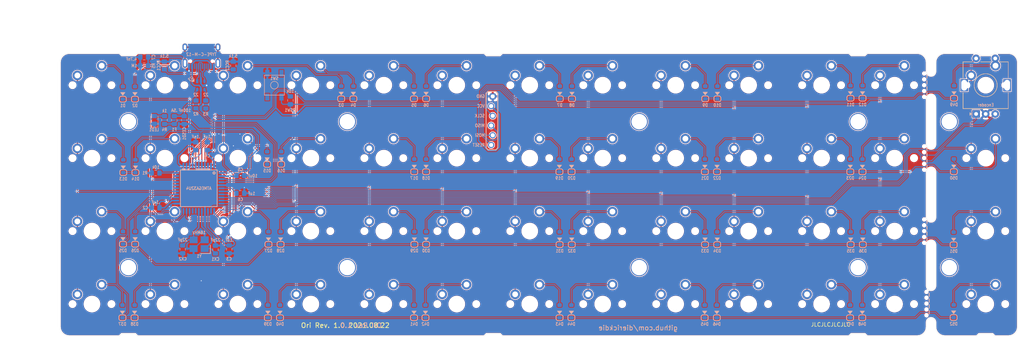
<source format=kicad_pcb>
(kicad_pcb (version 20171130) (host pcbnew "(5.1.10-1-10_14)")
  (layers (0 F.Cu signal) (31 B.Cu signal) (34 B.Paste user) (35 F.Paste user) (36 B.SilkS user) (37 F.SilkS user) (38 B.Mask user) (39 F.Mask user) (44 Edge.Cuts user))
  (net 0 "")
  (net 1 "Net-(D1-Pad2)")
  (net 2 "Net-(D2-Pad2)")
  (net 3 "Net-(D3-Pad2)")
  (net 4 "Net-(D4-Pad2)")
  (net 5 "Net-(D5-Pad2)")
  (net 6 "Net-(D6-Pad2)")
  (net 7 "Net-(D7-Pad2)")
  (net 8 "Net-(D8-Pad2)")
  (net 9 "Net-(D9-Pad2)")
  (net 10 "Net-(D10-Pad2)")
  (net 11 "Net-(D11-Pad2)")
  (net 12 "Net-(D12-Pad2)")
  (net 13 "Net-(D13-Pad2)")
  (net 14 "Net-(D14-Pad2)")
  (net 15 "Net-(D15-Pad2)")
  (net 16 "Net-(D16-Pad2)")
  (net 17 "Net-(D17-Pad2)")
  (net 18 "Net-(D18-Pad2)")
  (net 19 "Net-(D19-Pad2)")
  (net 20 "Net-(D20-Pad2)")
  (net 21 "Net-(D21-Pad2)")
  (net 22 "Net-(D22-Pad2)")
  (net 23 "Net-(D23-Pad2)")
  (net 24 "Net-(D24-Pad2)")
  (net 25 "Net-(D25-Pad2)")
  (net 26 "Net-(D26-Pad2)")
  (net 27 "Net-(D27-Pad2)")
  (net 28 "Net-(D28-Pad2)")
  (net 29 "Net-(D29-Pad2)")
  (net 30 "Net-(D30-Pad2)")
  (net 31 "Net-(D31-Pad2)")
  (net 32 "Net-(D32-Pad2)")
  (net 33 "Net-(D33-Pad2)")
  (net 34 "Net-(D34-Pad2)")
  (net 35 "Net-(D35-Pad2)")
  (net 36 "Net-(D36-Pad2)")
  (net 37 "Net-(D37-Pad2)")
  (net 38 "Net-(D38-Pad2)")
  (net 39 "Net-(D39-Pad2)")
  (net 40 "Net-(D40-Pad2)")
  (net 41 "Net-(D41-Pad2)")
  (net 42 "Net-(D42-Pad2)")
  (net 43 "Net-(D43-Pad2)")
  (net 44 "Net-(D44-Pad2)")
  (net 45 "Net-(D45-Pad2)")
  (net 46 "Net-(D46-Pad2)")
  (net 47 "Net-(D47-Pad2)")
  (net 48 "Net-(D48-Pad2)")
  (net 49 VCC)
  (net 50 "Net-(C6-Pad1)")
  (net 51 XTAL1)
  (net 52 XTAL2)
  (net 53 row0)
  (net 54 row1)
  (net 55 row2)
  (net 56 row3)
  (net 57 D-)
  (net 58 D+)
  (net 59 col0)
  (net 60 col1)
  (net 61 col2)
  (net 62 col3)
  (net 63 col4)
  (net 64 col5)
  (net 65 col6)
  (net 66 col7)
  (net 67 col8)
  (net 68 col9)
  (net 69 col10)
  (net 70 col11)
  (net 71 "Net-(R1-Pad2)")
  (net 72 VBUS)
  (net 73 "Net-(J1-PadB5)")
  (net 74 "Net-(J1-PadA5)")
  (net 75 ISP_Reset)
  (net 76 "Net-(D52-Pad2)")
  (net 77 col12)
  (net 78 GND)
  (net 79 "Net-(LED1-Pad2)")
  (net 80 "Net-(C7-Pad1)")
  (net 81 "Net-(R2-Pad2)")
  (net 82 "Net-(R3-Pad2)")
  (net 83 DBUS-)
  (net 84 DBUS+)
  (net 85 enc0a)
  (net 86 enc0b)
  (net 87 "Net-(D49-Pad2)")
  (net 88 "Net-(D50-Pad2)")
  (net 89 "Net-(D51-Pad2)")
  (net 90 "Net-(J1-PadA8)")
  (net 91 "Net-(J1-PadB8)")
  (net 92 "Net-(U1-Pad42)")
  (net 93 "Net-(U1-Pad32)")
  (net 94 "Net-(U1-Pad30)")
  (net 95 "Net-(U1-Pad29)")
  (net 96 "Net-(U1-Pad28)")
  (net 97 "Net-(U1-Pad19)")
  (net 98 "Net-(U1-Pad18)")
  (module random-keyboard-parts:plate_hole_4mm_tht (layer F.Cu) (at 96.389841 64.738266)
    (fp_text reference H11)
    (fp_text value MountingHole)
    (pad 1 thru_hole circle (at 0.0508 -2.032) (size 4.5 4.5) (drill 4) (layers *.Cu *.Mask))
  )
  (module random-keyboard-parts:plate_hole_4mm_tht (layer F.Cu) (at 153.539889 102.838298)
    (fp_text reference H14)
    (fp_text value MountingHole)
    (pad 1 thru_hole circle (at 0.0508 -2.032) (size 4.5 4.5) (drill 4) (layers *.Cu *.Mask))
  )
  (module random-keyboard-parts:plate_hole_4mm_tht (layer F.Cu) (at 286.890001 64.738266)
    (fp_text reference H18)
    (fp_text value MountingHole)
    (pad 1 thru_hole circle (at 0.0508 -2.032) (size 4.5 4.5) (drill 4) (layers *.Cu *.Mask))
  )
  (module random-keyboard-parts:plate_hole_4mm_tht (layer F.Cu) (at 286.890001 102.838298)
    (fp_text reference H17)
    (fp_text value MountingHole)
    (pad 1 thru_hole circle (at 0.0508 -2.032) (size 4.5 4.5) (drill 4) (layers *.Cu *.Mask))
  )
  (module random-keyboard-parts:plate_hole_4mm_tht (layer F.Cu) (at 229.739953 64.738266)
    (fp_text reference H16)
    (fp_text value MountingHole)
    (pad 1 thru_hole circle (at 0.0508 -2.032) (size 4.5 4.5) (drill 4) (layers *.Cu *.Mask))
  )
  (module random-keyboard-parts:plate_hole_4mm_tht (layer F.Cu) (at 153.539889 64.738266)
    (fp_text reference H15)
    (fp_text value MountingHole)
    (pad 1 thru_hole circle (at 0.0508 -2.032) (size 4.5 4.5) (drill 4) (layers *.Cu *.Mask))
  )
  (module random-keyboard-parts:plate_hole_4mm_tht (layer F.Cu) (at 229.739953 102.838298)
    (fp_text reference H13)
    (fp_text value MountingHole)
    (pad 1 thru_hole circle (at 0.0508 -2.032) (size 4.5 4.5) (drill 4) (layers *.Cu *.Mask))
  )
  (module random-keyboard-parts:plate_hole_4mm_tht (layer F.Cu) (at 96.389841 102.838298)
    (fp_text reference H12)
    (fp_text value MountingHole)
    (pad 1 thru_hole circle (at 0.0508 -2.032) (size 4.5 4.5) (drill 4) (layers *.Cu *.Mask))
  )
  (module random-keyboard-parts:plate_hole_4mm_tht (layer F.Cu) (at 310.702521 102.838298)
    (fp_text reference H10)
    (fp_text value MountingHole)
    (pad 1 thru_hole circle (at 0.0508 -2.032) (size 4.5 4.5) (drill 4) (layers *.Cu *.Mask))
  )
  (module random-keyboard-parts:plate_hole_4mm_tht (layer F.Cu) (at 310.702521 64.738266)
    (fp_text reference H8)
    (fp_text value MountingHole)
    (pad 1 thru_hole circle (at 0.0508 -2.032) (size 4.5 4.5) (drill 4) (layers *.Cu *.Mask))
  )
  (module Keeb_footprints:D_SOD-123_modified (layer B.Cu) (at 311.990625 54.95625 90)
    (fp_text reference D49 (at -3.302 0 180) (layer B.SilkS) (effects (font (size 0.8 0.7)) (justify mirror)))
    (fp_text value D)
    (pad 2 smd roundrect (at 1.65 0 90) (size 1 1.2) (layers B.Cu B.Paste B.Mask) (net 87 "Net-(D49-Pad2)"))
    (pad 1 smd roundrect (at -1.65 0 90) (size 1 1.2) (layers B.Cu B.Paste B.Mask) (net 53 row0))
  )
  (module Keeb_footprints:D_SOD-123_modified (layer B.Cu) (at 311.890625 93.20625 90)
    (fp_text reference D51 (at -3.302 0 180) (layer B.SilkS) (effects (font (size 0.8 0.7)) (justify mirror)))
    (fp_text value D)
    (pad 2 smd roundrect (at 1.65 0 90) (size 1 1.2) (layers B.Cu B.Paste B.Mask) (net 89 "Net-(D51-Pad2)"))
    (pad 1 smd roundrect (at -1.65 0 90) (size 1 1.2) (layers B.Cu B.Paste B.Mask) (net 55 row2))
  )
  (module Keeb_footprints:MouseBite_IPC7351 (layer F.Cu) (at 304.204878 72.2 90)
    (fp_text reference H22)
    (fp_text value MountingHole)
    (pad "" np_thru_hole circle (at -3.048 0 90) (size 0.8 0.8) (drill 0.8) (layers *.Cu *.Mask))
    (pad "" np_thru_hole circle (at -1.524 0 90) (size 0.8 0.8) (drill 0.8) (layers *.Cu *.Mask))
    (pad "" np_thru_hole circle (at 3.048 0 90) (size 0.8 0.8) (drill 0.8) (layers *.Cu *.Mask))
    (pad "" np_thru_hole circle (at 1.524 0 90) (size 0.8 0.8) (drill 0.8) (layers *.Cu *.Mask))
    (pad "" np_thru_hole circle (at 0 0 90) (size 0.8 0.8) (drill 0.8) (layers *.Cu *.Mask))
  )
  (module Keeb_footprints:MouseBite_IPC7351 (layer F.Cu) (at 304.204878 91.28129 90)
    (fp_text reference H21)
    (fp_text value MountingHole)
    (pad "" np_thru_hole circle (at -3.048 0 90) (size 0.8 0.8) (drill 0.8) (layers *.Cu *.Mask))
    (pad "" np_thru_hole circle (at -1.524 0 90) (size 0.8 0.8) (drill 0.8) (layers *.Cu *.Mask))
    (pad "" np_thru_hole circle (at 3.048 0 90) (size 0.8 0.8) (drill 0.8) (layers *.Cu *.Mask))
    (pad "" np_thru_hole circle (at 1.524 0 90) (size 0.8 0.8) (drill 0.8) (layers *.Cu *.Mask))
    (pad "" np_thru_hole circle (at 0 0 90) (size 0.8 0.8) (drill 0.8) (layers *.Cu *.Mask))
  )
  (module Keeb_footprints:MouseBite_IPC7351 (layer F.Cu) (at 304.799995 110.2 90)
    (fp_text reference H20)
    (fp_text value MountingHole)
    (pad "" np_thru_hole circle (at -3.048 0 90) (size 0.8 0.8) (drill 0.8) (layers *.Cu *.Mask))
    (pad "" np_thru_hole circle (at -1.524 0 90) (size 0.8 0.8) (drill 0.8) (layers *.Cu *.Mask))
    (pad "" np_thru_hole circle (at 3.048 0 90) (size 0.8 0.8) (drill 0.8) (layers *.Cu *.Mask))
    (pad "" np_thru_hole circle (at 1.524 0 90) (size 0.8 0.8) (drill 0.8) (layers *.Cu *.Mask))
    (pad "" np_thru_hole circle (at 0 0 90) (size 0.8 0.8) (drill 0.8) (layers *.Cu *.Mask))
  )
  (module Keeb_footprints:MouseBite_IPC7351 (layer F.Cu) (at 304.204878 53.181258 90)
    (fp_text reference H19)
    (fp_text value MountingHole)
    (pad "" np_thru_hole circle (at -3.048 0 90) (size 0.8 0.8) (drill 0.8) (layers *.Cu *.Mask))
    (pad "" np_thru_hole circle (at -1.524 0 90) (size 0.8 0.8) (drill 0.8) (layers *.Cu *.Mask))
    (pad "" np_thru_hole circle (at 3.048 0 90) (size 0.8 0.8) (drill 0.8) (layers *.Cu *.Mask))
    (pad "" np_thru_hole circle (at 1.524 0 90) (size 0.8 0.8) (drill 0.8) (layers *.Cu *.Mask))
    (pad "" np_thru_hole circle (at 0 0 90) (size 0.8 0.8) (drill 0.8) (layers *.Cu *.Mask))
  )
  (module Keeb_footprints:MX100 (layer F.Cu) (at 320.252785 72.24407 180)
    (fp_text reference K50)
    (fp_text value KEYSW)
    (pad 1 thru_hole circle (at 3.7846 2.5527 90) (size 2.54 2.54) (drill 1.525) (layers *.Cu *.Mask) (net 77 col12))
    (pad 2 thru_hole circle (at -2.5654 5.0927 180) (size 2.54 2.54) (drill 1.525) (layers *.Cu *.Mask) (net 88 "Net-(D50-Pad2)"))
    (pad "" np_thru_hole circle (at -5.1054 0.0127 180) (size 1.7018 1.7018) (drill 1.7018) (layers *.Cu *.Mask))
    (pad "" np_thru_hole circle (at 5.0546 0.0127 180) (size 1.7018 1.7018) (drill 1.7018) (layers *.Cu *.Mask))
    (pad "" np_thru_hole circle (at -0.0254 0.0127 180) (size 3.9878 3.9878) (drill 3.9878) (layers *.Cu *.Mask))
  )
  (module Keeb_footprints:MX100 (layer F.Cu) (at 124.990225 53.19395 180)
    (fp_text reference K3)
    (fp_text value KEYSW)
    (pad 1 thru_hole circle (at 3.7846 2.5527 90) (size 2.54 2.54) (drill 1.525) (layers *.Cu *.Mask) (net 62 col3))
    (pad 2 thru_hole circle (at -2.5654 5.0927 180) (size 2.54 2.54) (drill 1.525) (layers *.Cu *.Mask) (net 3 "Net-(D3-Pad2)"))
    (pad "" np_thru_hole circle (at -5.1054 0.0127 180) (size 1.7018 1.7018) (drill 1.7018) (layers *.Cu *.Mask))
    (pad "" np_thru_hole circle (at 5.0546 0.0127 180) (size 1.7018 1.7018) (drill 1.7018) (layers *.Cu *.Mask))
    (pad "" np_thru_hole circle (at -0.0254 0.0127 180) (size 3.9878 3.9878) (drill 3.9878) (layers *.Cu *.Mask))
  )
  (module Keeb_footprints:MX100 (layer F.Cu) (at 320.252785 110.34423 180)
    (fp_text reference K52)
    (fp_text value KEYSW)
    (pad 1 thru_hole circle (at 3.7846 2.5527 90) (size 2.54 2.54) (drill 1.525) (layers *.Cu *.Mask) (net 77 col12))
    (pad 2 thru_hole circle (at -2.5654 5.0927 180) (size 2.54 2.54) (drill 1.525) (layers *.Cu *.Mask) (net 76 "Net-(D52-Pad2)"))
    (pad "" np_thru_hole circle (at -5.1054 0.0127 180) (size 1.7018 1.7018) (drill 1.7018) (layers *.Cu *.Mask))
    (pad "" np_thru_hole circle (at 5.0546 0.0127 180) (size 1.7018 1.7018) (drill 1.7018) (layers *.Cu *.Mask))
    (pad "" np_thru_hole circle (at -0.0254 0.0127 180) (size 3.9878 3.9878) (drill 3.9878) (layers *.Cu *.Mask))
  )
  (module Keeb_footprints:D_SOD-123_modified (layer B.Cu) (at 98.187999 93.049377 90)
    (fp_text reference D26 (at -3.302 0 180) (layer B.SilkS) (effects (font (size 0.8 0.7)) (justify mirror)))
    (fp_text value D)
    (pad 2 smd roundrect (at 1.65 0 90) (size 1 1.2) (layers B.Cu B.Paste B.Mask) (net 26 "Net-(D26-Pad2)"))
    (pad 1 smd roundrect (at -1.65 0 90) (size 1 1.2) (layers B.Cu B.Paste B.Mask) (net 55 row2))
  )
  (module LED_SMD:LED_0805_2012Metric_Pad1.15x1.40mm_HandSolder (layer B.Cu) (at 103.2 62.25 90)
    (fp_text reference LED1 (at -2.55 -0.1 180) (layer B.SilkS) (effects (font (size 0.8 0.7)) (justify mirror)))
    (fp_text value LED)
    (pad 2 smd roundrect (at 1.025 0 90) (size 1.15 1.4) (layers B.Cu B.Paste B.Mask) (roundrect_rratio 0.2173904347826087) (net 79 "Net-(LED1-Pad2)"))
    (pad 1 smd roundrect (at -1.025 0 90) (size 1.15 1.4) (layers B.Cu B.Paste B.Mask) (roundrect_rratio 0.2173904347826087) (net 78 GND))
  )
  (module Capacitor_SMD:C_0805_2012Metric_Pad1.15x1.40mm_HandSolder (layer B.Cu) (at 125.65 76.8)
    (fp_text reference C5 (at 0 -1.6) (layer B.SilkS) (effects (font (size 0.8 0.7)) (justify mirror)))
    (fp_text value 10uF)
    (fp_text user %V (at 3.2 0.05) (layer B.SilkS) (effects (font (size 0.8 0.7)) (justify mirror)))
    (pad 2 smd roundrect (at 1.025 0) (size 1.15 1.4) (layers B.Cu B.Paste B.Mask) (roundrect_rratio 0.2173904347826087) (net 78 GND))
    (pad 1 smd roundrect (at -1.025 0) (size 1.15 1.4) (layers B.Cu B.Paste B.Mask) (roundrect_rratio 0.2173904347826087) (net 49 VCC))
  )
  (module Capacitor_SMD:C_0805_2012Metric_Pad1.15x1.40mm_HandSolder (layer B.Cu) (at 103.525 85.2 180)
    (fp_text reference C2 (at 2.675 0) (layer B.SilkS) (effects (font (size 0.8 0.7)) (justify mirror)))
    (fp_text value .1uF)
    (fp_text user %V (at 0.025 1.5 180) (layer B.SilkS) (effects (font (size 0.8 0.7)) (justify mirror)))
    (pad 2 smd roundrect (at 1.025 0 180) (size 1.15 1.4) (layers B.Cu B.Paste B.Mask) (roundrect_rratio 0.2173904347826087) (net 78 GND))
    (pad 1 smd roundrect (at -1.025 0 180) (size 1.15 1.4) (layers B.Cu B.Paste B.Mask) (roundrect_rratio 0.2173904347826087) (net 49 VCC))
  )
  (module Keeb_footprints:D_SOD-123_modified (layer B.Cu) (at 247.031999 55.094377 90)
    (fp_text reference D9 (at -3.302 0 180) (layer B.SilkS) (effects (font (size 0.8 0.7)) (justify mirror)))
    (fp_text value D)
    (pad 2 smd roundrect (at 1.65 0 90) (size 1 1.2) (layers B.Cu B.Paste B.Mask) (net 9 "Net-(D9-Pad2)"))
    (pad 1 smd roundrect (at -1.65 0 90) (size 1 1.2) (layers B.Cu B.Paste B.Mask) (net 53 row0))
  )
  (module Keebio-Parts:RotaryEncoder_EC11 (layer F.Cu) (at 320.252725 53.19395 90)
    (fp_text reference SW2)
    (fp_text value Rotary_Encoder_Switch)
    (pad A thru_hole rect (at -7.5 -2.5 90) (size 2 2) (drill 1) (layers *.Cu *.Mask) (net 85 enc0a))
    (pad C thru_hole circle (at -7.5 0 90) (size 2 2) (drill 1) (layers *.Cu *.Mask) (net 78 GND))
    (pad B thru_hole circle (at -7.5 2.5 90) (size 2 2) (drill 1) (layers *.Cu *.Mask) (net 86 enc0b))
    (pad MP thru_hole rect (at 0 -5.6 90) (size 3.2 2) (drill oval 2.8 1.5) (layers *.Cu *.Mask))
    (pad MP thru_hole rect (at 0 5.6 90) (size 3.2 2) (drill oval 2.8 1.5) (layers *.Cu *.Mask))
    (pad S2 thru_hole circle (at 7 -2.5 90) (size 2 2) (drill 1) (layers *.Cu *.Mask) (net 77 col12))
    (pad S1 thru_hole circle (at 7 2.5 90) (size 2 2) (drill 1) (layers *.Cu *.Mask) (net 87 "Net-(D49-Pad2)"))
  )
  (module Resistor_SMD:R_0805_2012Metric_Pad1.15x1.40mm_HandSolder (layer B.Cu) (at 105.847 62.288 270)
    (fp_text reference R4 (at 2.512 0.003 180) (layer B.SilkS) (effects (font (size 0.8 0.7)) (justify mirror)))
    (fp_text value 1k)
    (fp_text user %V (at -2.438 0 180) (layer B.SilkS) (effects (font (size 0.8 0.7)) (justify mirror)))
    (pad 2 smd roundrect (at 1.025 0 270) (size 1.15 1.4) (layers B.Cu B.Paste B.Mask) (roundrect_rratio 0.2173904347826087) (net 49 VCC))
    (pad 1 smd roundrect (at -1.025 0 270) (size 1.15 1.4) (layers B.Cu B.Paste B.Mask) (roundrect_rratio 0.2173904347826087) (net 79 "Net-(LED1-Pad2)"))
  )
  (module Capacitor_SMD:C_0805_2012Metric_Pad1.15x1.40mm_HandSolder (layer B.Cu) (at 111 62.3 270)
    (fp_text reference CESD1 (at 3.556 -0.0254 90) (layer B.SilkS) (effects (font (size 0.8 0.7)) (justify mirror)))
    (fp_text value 100nF)
    (fp_text user %V (at -2.54 -0.127 180) (layer B.SilkS) (effects (font (size 0.8 0.7)) (justify mirror)))
    (pad 2 smd roundrect (at 1.025 0 270) (size 1.15 1.4) (layers B.Cu B.Paste B.Mask) (roundrect_rratio 0.2173904347826087) (net 78 GND))
    (pad 1 smd roundrect (at -1.025 0 270) (size 1.15 1.4) (layers B.Cu B.Paste B.Mask) (roundrect_rratio 0.2173904347826087) (net 72 VBUS))
  )
  (module Resistor_SMD:R_0805_2012Metric_Pad1.15x1.40mm_HandSolder (layer B.Cu) (at 100.55 48.1 180)
    (fp_text reference R5 (at -2.45 0 90) (layer B.SilkS) (effects (font (size 0.8 0.7)) (justify mirror)))
    (fp_text value 1M)
    (fp_text user %V (at 2.6 0) (layer B.SilkS) (effects (font (size 0.8 0.7)) (justify mirror)))
    (pad 2 smd roundrect (at 1.025 0 180) (size 1.15 1.4) (layers B.Cu B.Paste B.Mask) (roundrect_rratio 0.2173904347826087) (net 78 GND))
    (pad 1 smd roundrect (at -1.025 0 180) (size 1.15 1.4) (layers B.Cu B.Paste B.Mask) (roundrect_rratio 0.2173904347826087) (net 80 "Net-(C7-Pad1)"))
  )
  (module Capacitor_SMD:C_0805_2012Metric_Pad1.15x1.40mm_HandSolder (layer B.Cu) (at 100.55 45.85 180)
    (fp_text reference C7 (at -2.45 0 270) (layer B.SilkS) (effects (font (size 0.8 0.7)) (justify mirror)))
    (fp_text value 4.7nF)
    (fp_text user %V (at 3.359375 -0.55625) (layer B.SilkS) (effects (font (size 0.8 0.7)) (justify mirror)))
    (pad 2 smd roundrect (at 1.025 0 180) (size 1.15 1.4) (layers B.Cu B.Paste B.Mask) (roundrect_rratio 0.2173904347826087) (net 78 GND))
    (pad 1 smd roundrect (at -1.025 0 180) (size 1.15 1.4) (layers B.Cu B.Paste B.Mask) (roundrect_rratio 0.2173904347826087) (net 80 "Net-(C7-Pad1)"))
  )
  (module Resistor_SMD:R_0805_2012Metric_Pad1.15x1.40mm_HandSolder (layer B.Cu) (at 138.709 57.148 90)
    (fp_text reference RSW1 (at -2.552 -0.059 180) (layer B.SilkS) (effects (font (size 0.8 0.7)) (justify mirror)))
    (fp_text value 10k)
    (fp_text user %V (at 2.411 -0.025 180) (layer B.SilkS) (effects (font (size 0.8 0.7)) (justify mirror)))
    (pad 2 smd roundrect (at 1.025 0 90) (size 1.15 1.4) (layers B.Cu B.Paste B.Mask) (roundrect_rratio 0.2173904347826087) (net 49 VCC))
    (pad 1 smd roundrect (at -1.025 0 90) (size 1.15 1.4) (layers B.Cu B.Paste B.Mask) (roundrect_rratio 0.2173904347826087) (net 75 ISP_Reset))
  )
  (module Resistor_SMD:R_0805_2012Metric_Pad1.15x1.40mm_HandSolder (layer B.Cu) (at 123.8 48.05 270)
    (fp_text reference RCC2 (at 0 1.5 90) (layer B.SilkS) (effects (font (size 0.8 0.7)) (justify mirror)))
    (fp_text value 5.1k)
    (fp_text user %V (at -2.475002 0.028999 180) (layer B.SilkS) (effects (font (size 0.8 0.7)) (justify mirror)))
    (pad 2 smd roundrect (at 1.025 0 270) (size 1.15 1.4) (layers B.Cu B.Paste B.Mask) (roundrect_rratio 0.2173904347826087) (net 73 "Net-(J1-PadB5)"))
    (pad 1 smd roundrect (at -1.025 0 270) (size 1.15 1.4) (layers B.Cu B.Paste B.Mask) (roundrect_rratio 0.2173904347826087) (net 78 GND))
  )
  (module Resistor_SMD:R_0805_2012Metric_Pad1.15x1.40mm_HandSolder (layer B.Cu) (at 105.8 48.05 270)
    (fp_text reference RCC1 (at 0 1.45 90) (layer B.SilkS) (effects (font (size 0.8 0.7)) (justify mirror)))
    (fp_text value 5.1k)
    (fp_text user %V (at -2.475002 0 180) (layer B.SilkS) (effects (font (size 0.8 0.7)) (justify mirror)))
    (pad 1 smd roundrect (at -1.025 0 270) (size 1.15 1.4) (layers B.Cu B.Paste B.Mask) (roundrect_rratio 0.2173904347826087) (net 78 GND))
    (pad 2 smd roundrect (at 1.025 0 270) (size 1.15 1.4) (layers B.Cu B.Paste B.Mask) (roundrect_rratio 0.2173904347826087) (net 74 "Net-(J1-PadA5)"))
  )
  (module Resistor_SMD:R_0805_2012Metric_Pad1.15x1.40mm_HandSolder (layer B.Cu) (at 116.629999 58.233002 90)
    (fp_text reference R3 (at -2.491998 -0.004999) (layer B.SilkS) (effects (font (size 0.8 0.7)) (justify mirror)))
    (fp_text value 22)
    (fp_text user %V (at 2.549002 0 180) (layer B.SilkS) (effects (font (size 0.8 0.7)) (justify mirror)))
    (pad 2 smd roundrect (at 1.025 0 90) (size 1.15 1.4) (layers B.Cu B.Paste B.Mask) (roundrect_rratio 0.2173904347826087) (net 82 "Net-(R3-Pad2)"))
    (pad 1 smd roundrect (at -1.025 0 90) (size 1.15 1.4) (layers B.Cu B.Paste B.Mask) (roundrect_rratio 0.2173904347826087) (net 58 D+))
  )
  (module Resistor_SMD:R_0805_2012Metric_Pad1.15x1.40mm_HandSolder (layer B.Cu) (at 114.046 58.224 90)
    (fp_text reference R2 (at -2.476 0.004) (layer B.SilkS) (effects (font (size 0.8 0.7)) (justify mirror)))
    (fp_text value 22)
    (fp_text user %V (at 2.54 0 180) (layer B.SilkS) (effects (font (size 0.8 0.7)) (justify mirror)))
    (pad 2 smd roundrect (at 1.025 0 90) (size 1.15 1.4) (layers B.Cu B.Paste B.Mask) (roundrect_rratio 0.2173904347826087) (net 81 "Net-(R2-Pad2)"))
    (pad 1 smd roundrect (at -1.025 0 90) (size 1.15 1.4) (layers B.Cu B.Paste B.Mask) (roundrect_rratio 0.2173904347826087) (net 57 D-))
  )
  (module Resistor_SMD:R_0805_2012Metric_Pad1.15x1.40mm_HandSolder (layer B.Cu) (at 103.527499 76.1)
    (fp_text reference R1 (at -2.8 0) (layer B.SilkS) (effects (font (size 0.8 0.7)) (justify mirror)))
    (fp_text value 10k)
    (fp_text user %V (at 0.051501 -1.501002) (layer B.SilkS) (effects (font (size 0.8 0.7)) (justify mirror)))
    (pad 2 smd roundrect (at 1.025 0) (size 1.15 1.4) (layers B.Cu B.Paste B.Mask) (roundrect_rratio 0.2173904347826087) (net 71 "Net-(R1-Pad2)"))
    (pad 1 smd roundrect (at -1.025 0) (size 1.15 1.4) (layers B.Cu B.Paste B.Mask) (roundrect_rratio 0.2173904347826087) (net 78 GND))
  )
  (module Capacitor_SMD:C_0805_2012Metric_Pad1.15x1.40mm_HandSolder (layer B.Cu) (at 122.75 96.05 270)
    (fp_text reference C3 (at 2.5 0.05 180) (layer B.SilkS) (effects (font (size 0.8 0.7)) (justify mirror)))
    (fp_text value .1uF)
    (fp_text user %V (at -2.45 -0.05) (layer B.SilkS) (effects (font (size 0.8 0.7)) (justify mirror)))
    (pad 2 smd roundrect (at 1.025 0 270) (size 1.15 1.4) (layers B.Cu B.Paste B.Mask) (roundrect_rratio 0.2173904347826087) (net 78 GND))
    (pad 1 smd roundrect (at -1.025 0 270) (size 1.15 1.4) (layers B.Cu B.Paste B.Mask) (roundrect_rratio 0.2173904347826087) (net 49 VCC))
  )
  (module Capacitor_SMD:C_0805_2012Metric_Pad1.15x1.40mm_HandSolder (layer B.Cu) (at 117.05 69.1 90)
    (fp_text reference C4 (at -2.55 0 180) (layer B.SilkS) (effects (font (size 0.8 0.7)) (justify mirror)))
    (fp_text value .1uF)
    (fp_text user %V (at 2.5 0 180) (layer B.SilkS) (effects (font (size 0.8 0.7)) (justify mirror)))
    (pad 2 smd roundrect (at 1.025 0 90) (size 1.15 1.4) (layers B.Cu B.Paste B.Mask) (roundrect_rratio 0.2173904347826087) (net 78 GND))
    (pad 1 smd roundrect (at -1.025 0 90) (size 1.15 1.4) (layers B.Cu B.Paste B.Mask) (roundrect_rratio 0.2173904347826087) (net 49 VCC))
  )
  (module Capacitor_SMD:C_0805_2012Metric_Pad1.15x1.40mm_HandSolder (layer B.Cu) (at 114 69.1 90)
    (fp_text reference C1 (at -2.468 0.008) (layer B.SilkS) (effects (font (size 0.8 0.7)) (justify mirror)))
    (fp_text value .1uF)
    (fp_text user %V (at 2.432 0.008 180) (layer B.SilkS) (effects (font (size 0.8 0.7)) (justify mirror)))
    (pad 2 smd roundrect (at 1.025 0 90) (size 1.15 1.4) (layers B.Cu B.Paste B.Mask) (roundrect_rratio 0.2173904347826087) (net 78 GND))
    (pad 1 smd roundrect (at -1.025 0 90) (size 1.15 1.4) (layers B.Cu B.Paste B.Mask) (roundrect_rratio 0.2173904347826087) (net 49 VCC))
  )
  (module Capacitor_SMD:C_0805_2012Metric_Pad1.15x1.40mm_HandSolder (layer B.Cu) (at 119.15 96.1 90)
    (fp_text reference CX1 (at -2.5 0 180) (layer B.SilkS) (effects (font (size 0.8 0.7)) (justify mirror)))
    (fp_text value 22pF)
    (fp_text user %V (at 2.5 0 180) (layer B.SilkS) (effects (font (size 0.8 0.7)) (justify mirror)))
    (pad 2 smd roundrect (at 1.025 0 90) (size 1.15 1.4) (layers B.Cu B.Paste B.Mask) (roundrect_rratio 0.2173904347826087) (net 78 GND))
    (pad 1 smd roundrect (at -1.025 0 90) (size 1.15 1.4) (layers B.Cu B.Paste B.Mask) (roundrect_rratio 0.2173904347826087) (net 51 XTAL1))
  )
  (module Capacitor_SMD:C_0805_2012Metric_Pad1.15x1.40mm_HandSolder (layer B.Cu) (at 110.6 96.05 270)
    (fp_text reference CX2 (at 2.484998 -0.014001 180) (layer B.SilkS) (effects (font (size 0.8 0.7)) (justify mirror)))
    (fp_text value 22pF)
    (fp_text user %V (at -2.5 0.05) (layer B.SilkS) (effects (font (size 0.8 0.7)) (justify mirror)))
    (pad 2 smd roundrect (at 1.025 0 270) (size 1.15 1.4) (layers B.Cu B.Paste B.Mask) (roundrect_rratio 0.2173904347826087) (net 78 GND))
    (pad 1 smd roundrect (at -1.025 0 270) (size 1.15 1.4) (layers B.Cu B.Paste B.Mask) (roundrect_rratio 0.2173904347826087) (net 52 XTAL2))
  )
  (module Capacitor_SMD:C_0805_2012Metric_Pad1.15x1.40mm_HandSolder (layer B.Cu) (at 125.65 81.4)
    (fp_text reference C6 (at 0 1.6) (layer B.SilkS) (effects (font (size 0.8 0.7)) (justify mirror)))
    (fp_text value 1uF)
    (fp_text user %V (at 2.9 0.05) (layer B.SilkS) (effects (font (size 0.8 0.7)) (justify mirror)))
    (pad 2 smd roundrect (at 1.025 0) (size 1.15 1.4) (layers B.Cu B.Paste B.Mask) (roundrect_rratio 0.2173904347826087) (net 78 GND))
    (pad 1 smd roundrect (at -1.025 0) (size 1.15 1.4) (layers B.Cu B.Paste B.Mask) (roundrect_rratio 0.2173904347826087) (net 50 "Net-(C6-Pad1)"))
  )
  (module Fuse:Fuse_0805_2012Metric_Pad1.15x1.40mm_HandSolder (layer B.Cu) (at 108.4 62.3 90)
    (fp_text reference F1 (at -2.469 -0.012 180) (layer B.SilkS) (effects (font (size 0.8 0.7)) (justify mirror)))
    (fp_text value .5A)
    (fp_text user %V (at 2.54 0 180) (layer B.SilkS) (effects (font (size 0.8 0.7)) (justify mirror)))
    (pad 2 smd roundrect (at 1.025 0 90) (size 1.15 1.4) (layers B.Cu B.Paste B.Mask) (roundrect_rratio 0.2173904347826087) (net 72 VBUS))
    (pad 1 smd roundrect (at -1.025 0 90) (size 1.15 1.4) (layers B.Cu B.Paste B.Mask) (roundrect_rratio 0.2173904347826087) (net 49 VCC))
  )
  (module Crystal:Crystal_SMD_3225-4Pin_3.2x2.5mm_HandSoldering (layer B.Cu) (at 114.9 94.7 180)
    (fp_text reference Y1 (at 0 -3.1 180) (layer B.SilkS) (effects (font (size 0.8 0.7)) (justify mirror)))
    (fp_text value 16MHz)
    (pad 4 smd rect (at -1.45 1.15 180) (size 2.1 1.8) (layers B.Cu B.Paste B.Mask) (net 78 GND))
    (pad 3 smd rect (at 1.45 1.15 180) (size 2.1 1.8) (layers B.Cu B.Paste B.Mask) (net 52 XTAL2))
    (pad 2 smd rect (at 1.45 -1.15 180) (size 2.1 1.8) (layers B.Cu B.Paste B.Mask) (net 78 GND))
    (pad 1 smd rect (at -1.45 -1.15 180) (size 2.1 1.8) (layers B.Cu B.Paste B.Mask) (net 51 XTAL1))
  )
  (module Keeb_footprints:PIN_HEADER_1x6_OFFSET (layer B.Cu) (at 191.3432 62.45 180)
    (fp_text reference J2)
    (fp_text value AVR-ISP-6_mod hide)
    (fp_text user GND (at 1.7907 6.3627) (layer B.SilkS) (effects (font (size 0.8 0.7)) (justify left mirror)))
    (fp_text user VCC (at 1.7907 3.8227) (layer B.SilkS) (effects (font (size 0.8 0.7)) (justify left mirror)))
    (fp_text user RESET (at 1.778 -6.35) (layer B.SilkS) (effects (font (size 0.8 0.7)) (justify left mirror)))
    (fp_text user SCLK (at 1.778 1.27) (layer B.SilkS) (effects (font (size 0.8 0.7)) (justify left mirror)))
    (fp_text user MOSI (at 1.778 -3.81) (layer B.SilkS) (effects (font (size 0.8 0.7)) (justify left mirror)))
    (fp_text user MISO (at 1.778 -1.27) (layer B.SilkS) (effects (font (size 0.8 0.7)) (justify left mirror)))
    (pad 6 thru_hole roundrect (at -0.2032 6.35 180) (size 1.6002 1.6002) (drill 1.0668) (layers *.Cu *.Mask) (net 78 GND))
    (pad 2 thru_hole circle (at 0.2032 3.81 180) (size 1.6002 1.6002) (drill 1.0668) (layers *.Cu *.Mask) (net 49 VCC))
    (pad 5 thru_hole circle (at -0.2032 1.27 180) (size 1.6002 1.6002) (drill 1.0668) (layers *.Cu *.Mask) (net 69 col10))
    (pad 3 thru_hole circle (at 0.2032 -1.27 180) (size 1.6002 1.6002) (drill 1.0668) (layers *.Cu *.Mask) (net 59 col0))
    (pad 4 thru_hole circle (at -0.2032 -3.81 180) (size 1.6002 1.6002) (drill 1.0668) (layers *.Cu *.Mask) (net 70 col11))
    (pad 1 thru_hole circle (at 0.2032 -6.35 180) (size 1.6002 1.6002) (drill 1.0668) (layers *.Cu *.Mask) (net 75 ISP_Reset))
  )
  (module Keebio-Parts:ATMEGA32U4-AU (layer B.Cu) (at 114.8 80.1 180)
    (fp_text reference U1)
    (fp_text value ATMEGA32U4 (at 0 -0.0205) (layer B.SilkS) (effects (font (size 0.8 0.7)) (justify mirror)))
    (pad 44 smd rect (at -4 5.9 180) (size 0.5 1.5) (layers B.Cu B.Paste B.Mask) (net 49 VCC))
    (pad 43 smd rect (at -3.2 5.9 180) (size 0.5 1.5) (layers B.Cu B.Paste B.Mask) (net 78 GND))
    (pad 42 smd rect (at -2.4 5.9 180) (size 0.5 1.5) (layers B.Cu B.Paste B.Mask) (net 92 "Net-(U1-Pad42)"))
    (pad 41 smd rect (at -1.6 5.9 180) (size 0.5 1.5) (layers B.Cu B.Paste B.Mask) (net 66 col7))
    (pad 40 smd rect (at -0.8 5.9 180) (size 0.5 1.5) (layers B.Cu B.Paste B.Mask) (net 65 col6))
    (pad 39 smd rect (at 0 5.9 180) (size 0.5 1.5) (layers B.Cu B.Paste B.Mask) (net 64 col5))
    (pad 38 smd rect (at 0.8 5.9 180) (size 0.5 1.5) (layers B.Cu B.Paste B.Mask) (net 63 col4))
    (pad 37 smd rect (at 1.6 5.9 180) (size 0.5 1.5) (layers B.Cu B.Paste B.Mask) (net 54 row1))
    (pad 36 smd rect (at 2.4 5.9 180) (size 0.5 1.5) (layers B.Cu B.Paste B.Mask) (net 53 row0))
    (pad 35 smd rect (at 3.2 5.9 180) (size 0.5 1.5) (layers B.Cu B.Paste B.Mask) (net 78 GND))
    (pad 34 smd rect (at 4 5.9 180) (size 0.5 1.5) (layers B.Cu B.Paste B.Mask) (net 49 VCC))
    (pad 33 smd rect (at 5.9 4 180) (size 1.5 0.5) (layers B.Cu B.Paste B.Mask) (net 71 "Net-(R1-Pad2)"))
    (pad 32 smd rect (at 5.9 3.2 180) (size 1.5 0.5) (layers B.Cu B.Paste B.Mask) (net 93 "Net-(U1-Pad32)"))
    (pad 31 smd rect (at 5.9 2.4 180) (size 1.5 0.5) (layers B.Cu B.Paste B.Mask) (net 77 col12))
    (pad 30 smd rect (at 5.9 1.6 180) (size 1.5 0.5) (layers B.Cu B.Paste B.Mask) (net 94 "Net-(U1-Pad30)"))
    (pad 29 smd rect (at 5.9 0.8 180) (size 1.5 0.5) (layers B.Cu B.Paste B.Mask) (net 95 "Net-(U1-Pad29)"))
    (pad 28 smd rect (at 5.9 0 180) (size 1.5 0.5) (layers B.Cu B.Paste B.Mask) (net 96 "Net-(U1-Pad28)"))
    (pad 27 smd rect (at 5.9 -0.8 180) (size 1.5 0.5) (layers B.Cu B.Paste B.Mask) (net 60 col1))
    (pad 26 smd rect (at 5.9 -1.6 180) (size 1.5 0.5) (layers B.Cu B.Paste B.Mask) (net 56 row3))
    (pad 25 smd rect (at 5.9 -2.4 180) (size 1.5 0.5) (layers B.Cu B.Paste B.Mask) (net 55 row2))
    (pad 24 smd rect (at 5.9 -3.2 180) (size 1.5 0.5) (layers B.Cu B.Paste B.Mask) (net 49 VCC))
    (pad 23 smd rect (at 5.9 -4 180) (size 1.5 0.5) (layers B.Cu B.Paste B.Mask) (net 78 GND))
    (pad 22 smd rect (at 4 -5.9 180) (size 0.5 1.5) (layers B.Cu B.Paste B.Mask) (net 61 col2))
    (pad 21 smd rect (at 3.2 -5.9 180) (size 0.5 1.5) (layers B.Cu B.Paste B.Mask) (net 85 enc0a))
    (pad 20 smd rect (at 2.4 -5.9 180) (size 0.5 1.5) (layers B.Cu B.Paste B.Mask) (net 86 enc0b))
    (pad 19 smd rect (at 1.6 -5.9 180) (size 0.5 1.5) (layers B.Cu B.Paste B.Mask) (net 97 "Net-(U1-Pad19)"))
    (pad 18 smd rect (at 0.8 -5.9 180) (size 0.5 1.5) (layers B.Cu B.Paste B.Mask) (net 98 "Net-(U1-Pad18)"))
    (pad 17 smd rect (at 0 -5.9 180) (size 0.5 1.5) (layers B.Cu B.Paste B.Mask) (net 52 XTAL2))
    (pad 16 smd rect (at -0.8 -5.9 180) (size 0.5 1.5) (layers B.Cu B.Paste B.Mask) (net 51 XTAL1))
    (pad 15 smd rect (at -1.6 -5.9 180) (size 0.5 1.5) (layers B.Cu B.Paste B.Mask) (net 78 GND))
    (pad 14 smd rect (at -2.4 -5.9 180) (size 0.5 1.5) (layers B.Cu B.Paste B.Mask) (net 49 VCC))
    (pad 13 smd rect (at -3.2 -5.9 180) (size 0.5 1.5) (layers B.Cu B.Paste B.Mask) (net 75 ISP_Reset))
    (pad 12 smd rect (at -4 -5.9 180) (size 0.5 1.5) (layers B.Cu B.Paste B.Mask) (net 62 col3))
    (pad 11 smd rect (at -5.9 -4 180) (size 1.5 0.5) (layers B.Cu B.Paste B.Mask) (net 59 col0))
    (pad 10 smd rect (at -5.9 -3.2 180) (size 1.5 0.5) (layers B.Cu B.Paste B.Mask) (net 70 col11))
    (pad 9 smd rect (at -5.9 -2.4 180) (size 1.5 0.5) (layers B.Cu B.Paste B.Mask) (net 69 col10))
    (pad 8 smd rect (at -5.9 -1.6 180) (size 1.5 0.5) (layers B.Cu B.Paste B.Mask) (net 68 col9))
    (pad 7 smd rect (at -5.9 -0.8 180) (size 1.5 0.5) (layers B.Cu B.Paste B.Mask) (net 49 VCC))
    (pad 6 smd rect (at -5.9 0 180) (size 1.5 0.5) (layers B.Cu B.Paste B.Mask) (net 50 "Net-(C6-Pad1)"))
    (pad 5 smd rect (at -5.9 0.8 180) (size 1.5 0.5) (layers B.Cu B.Paste B.Mask) (net 78 GND))
    (pad 4 smd rect (at -5.9 1.6 180) (size 1.5 0.5) (layers B.Cu B.Paste B.Mask) (net 58 D+))
    (pad 3 smd rect (at -5.9 2.4 180) (size 1.5 0.5) (layers B.Cu B.Paste B.Mask) (net 57 D-))
    (pad 2 smd rect (at -5.9 3.2 180) (size 1.5 0.5) (layers B.Cu B.Paste B.Mask) (net 49 VCC))
    (pad 1 smd rect (at -5.9 4 180) (size 1.5 0.5) (layers B.Cu B.Paste B.Mask) (net 67 col8))
  )
  (module Keeb_footprints:D_SOD-123_modified (layer B.Cu) (at 94.962999 55.191377 90)
    (fp_text reference D1 (at -3.302 0 180) (layer B.SilkS) (effects (font (size 0.8 0.7)) (justify mirror)))
    (fp_text value D)
    (pad 2 smd roundrect (at 1.65 0 90) (size 1 1.2) (layers B.Cu B.Paste B.Mask) (net 1 "Net-(D1-Pad2)"))
    (pad 1 smd roundrect (at -1.65 0 90) (size 1 1.2) (layers B.Cu B.Paste B.Mask) (net 53 row0))
  )
  (module Keeb_footprints:D_SOD-123_modified (layer B.Cu) (at 98.137999 55.191377 90)
    (fp_text reference D2 (at -3.302 0 180) (layer B.SilkS) (effects (font (size 0.8 0.7)) (justify mirror)))
    (fp_text value D)
    (pad 2 smd roundrect (at 1.65 0 90) (size 1 1.2) (layers B.Cu B.Paste B.Mask) (net 2 "Net-(D2-Pad2)"))
    (pad 1 smd roundrect (at -1.65 0 90) (size 1 1.2) (layers B.Cu B.Paste B.Mask) (net 53 row0))
  )
  (module Keeb_footprints:D_SOD-123_modified (layer B.Cu) (at 151.985999 55.081002 90)
    (fp_text reference D3 (at -3.302 0 180) (layer B.SilkS) (effects (font (size 0.8 0.7)) (justify mirror)))
    (fp_text value D)
    (pad 2 smd roundrect (at 1.65 0 90) (size 1 1.2) (layers B.Cu B.Paste B.Mask) (net 3 "Net-(D3-Pad2)"))
    (pad 1 smd roundrect (at -1.65 0 90) (size 1 1.2) (layers B.Cu B.Paste B.Mask) (net 53 row0))
  )
  (module Keeb_footprints:D_SOD-123_modified (layer B.Cu) (at 155.160999 55.081002 90)
    (fp_text reference D4 (at -3.302 0 180) (layer B.SilkS) (effects (font (size 0.8 0.7)) (justify mirror)))
    (fp_text value D)
    (pad 2 smd roundrect (at 1.65 0 90) (size 1 1.2) (layers B.Cu B.Paste B.Mask) (net 4 "Net-(D4-Pad2)"))
    (pad 1 smd roundrect (at -1.65 0 90) (size 1 1.2) (layers B.Cu B.Paste B.Mask) (net 53 row0))
  )
  (module Keeb_footprints:D_SOD-123_modified (layer B.Cu) (at 170.985999 55.083377 90)
    (fp_text reference D5 (at -3.302 0 180) (layer B.SilkS) (effects (font (size 0.8 0.7)) (justify mirror)))
    (fp_text value D)
    (pad 2 smd roundrect (at 1.65 0 90) (size 1 1.2) (layers B.Cu B.Paste B.Mask) (net 5 "Net-(D5-Pad2)"))
    (pad 1 smd roundrect (at -1.65 0 90) (size 1 1.2) (layers B.Cu B.Paste B.Mask) (net 53 row0))
  )
  (module Keeb_footprints:D_SOD-123_modified (layer B.Cu) (at 174.160999 55.083377 90)
    (fp_text reference D6 (at -3.302 0 180) (layer B.SilkS) (effects (font (size 0.8 0.7)) (justify mirror)))
    (fp_text value D)
    (pad 2 smd roundrect (at 1.65 0 90) (size 1 1.2) (layers B.Cu B.Paste B.Mask) (net 6 "Net-(D6-Pad2)"))
    (pad 1 smd roundrect (at -1.65 0 90) (size 1 1.2) (layers B.Cu B.Paste B.Mask) (net 53 row0))
  )
  (module Keeb_footprints:D_SOD-123_modified (layer B.Cu) (at 209.058999 55.094377 90)
    (fp_text reference D7 (at -3.302 0 180) (layer B.SilkS) (effects (font (size 0.8 0.7)) (justify mirror)))
    (fp_text value D)
    (pad 2 smd roundrect (at 1.65 0 90) (size 1 1.2) (layers B.Cu B.Paste B.Mask) (net 7 "Net-(D7-Pad2)"))
    (pad 1 smd roundrect (at -1.65 0 90) (size 1 1.2) (layers B.Cu B.Paste B.Mask) (net 53 row0))
  )
  (module Keeb_footprints:D_SOD-123_modified (layer B.Cu) (at 212.233999 55.094377 90)
    (fp_text reference D8 (at -3.302 0 180) (layer B.SilkS) (effects (font (size 0.8 0.7)) (justify mirror)))
    (fp_text value D)
    (pad 2 smd roundrect (at 1.65 0 90) (size 1 1.2) (layers B.Cu B.Paste B.Mask) (net 8 "Net-(D8-Pad2)"))
    (pad 1 smd roundrect (at -1.65 0 90) (size 1 1.2) (layers B.Cu B.Paste B.Mask) (net 53 row0))
  )
  (module Keeb_footprints:D_SOD-123_modified (layer B.Cu) (at 250.206999 55.094377 90)
    (fp_text reference D10 (at -3.302 0 180) (layer B.SilkS) (effects (font (size 0.8 0.7)) (justify mirror)))
    (fp_text value D)
    (pad 2 smd roundrect (at 1.65 0 90) (size 1 1.2) (layers B.Cu B.Paste B.Mask) (net 10 "Net-(D10-Pad2)"))
    (pad 1 smd roundrect (at -1.65 0 90) (size 1 1.2) (layers B.Cu B.Paste B.Mask) (net 53 row0))
  )
  (module Keeb_footprints:D_SOD-123_modified (layer B.Cu) (at 284.95 54.95 90)
    (fp_text reference D11 (at -3.302 0 180) (layer B.SilkS) (effects (font (size 0.8 0.7)) (justify mirror)))
    (fp_text value D)
    (pad 2 smd roundrect (at 1.65 0 90) (size 1 1.2) (layers B.Cu B.Paste B.Mask) (net 11 "Net-(D11-Pad2)"))
    (pad 1 smd roundrect (at -1.65 0 90) (size 1 1.2) (layers B.Cu B.Paste B.Mask) (net 53 row0))
  )
  (module Keeb_footprints:D_SOD-123_modified (layer B.Cu) (at 95.089999 74.341377 90)
    (fp_text reference D13 (at -3.302 0 180) (layer B.SilkS) (effects (font (size 0.8 0.7)) (justify mirror)))
    (fp_text value D)
    (pad 2 smd roundrect (at 1.65 0 90) (size 1 1.2) (layers B.Cu B.Paste B.Mask) (net 13 "Net-(D13-Pad2)"))
    (pad 1 smd roundrect (at -1.65 0 90) (size 1 1.2) (layers B.Cu B.Paste B.Mask) (net 54 row1))
  )
  (module Keeb_footprints:D_SOD-123_modified (layer B.Cu) (at 98.264999 74.341377 90)
    (fp_text reference D14 (at -3.302 0 180) (layer B.SilkS) (effects (font (size 0.8 0.7)) (justify mirror)))
    (fp_text value D)
    (pad 2 smd roundrect (at 1.65 0 90) (size 1 1.2) (layers B.Cu B.Paste B.Mask) (net 14 "Net-(D14-Pad2)"))
    (pad 1 smd roundrect (at -1.65 0 90) (size 1 1.2) (layers B.Cu B.Paste B.Mask) (net 54 row1))
  )
  (module Keeb_footprints:D_SOD-123_modified (layer B.Cu) (at 132.65 72.192377 90)
    (fp_text reference D15 (at -3.302 0 180) (layer B.SilkS) (effects (font (size 0.8 0.7)) (justify mirror)))
    (fp_text value D)
    (pad 2 smd roundrect (at 1.65 0 90) (size 1 1.2) (layers B.Cu B.Paste B.Mask) (net 15 "Net-(D15-Pad2)"))
    (pad 1 smd roundrect (at -1.65 0 90) (size 1 1.2) (layers B.Cu B.Paste B.Mask) (net 54 row1))
  )
  (module Keeb_footprints:D_SOD-123_modified (layer B.Cu) (at 136.314999 72.192377 90)
    (fp_text reference D16 (at -3.302 0 180) (layer B.SilkS) (effects (font (size 0.8 0.7)) (justify mirror)))
    (fp_text value D)
    (pad 2 smd roundrect (at 1.65 0 90) (size 1 1.2) (layers B.Cu B.Paste B.Mask) (net 16 "Net-(D16-Pad2)"))
    (pad 1 smd roundrect (at -1.65 0 90) (size 1 1.2) (layers B.Cu B.Paste B.Mask) (net 54 row1))
  )
  (module Keeb_footprints:D_SOD-123_modified (layer B.Cu) (at 171.05 74.142377 90)
    (fp_text reference D17 (at -3.302 0 180) (layer B.SilkS) (effects (font (size 0.8 0.7)) (justify mirror)))
    (fp_text value D)
    (pad 2 smd roundrect (at 1.65 0 90) (size 1 1.2) (layers B.Cu B.Paste B.Mask) (net 17 "Net-(D17-Pad2)"))
    (pad 1 smd roundrect (at -1.65 0 90) (size 1 1.2) (layers B.Cu B.Paste B.Mask) (net 54 row1))
  )
  (module Keeb_footprints:D_SOD-123_modified (layer B.Cu) (at 174.15 74.142377 90)
    (fp_text reference D18 (at -3.302 0 180) (layer B.SilkS) (effects (font (size 0.8 0.7)) (justify mirror)))
    (fp_text value D)
    (pad 2 smd roundrect (at 1.65 0 90) (size 1 1.2) (layers B.Cu B.Paste B.Mask) (net 18 "Net-(D18-Pad2)"))
    (pad 1 smd roundrect (at -1.65 0 90) (size 1 1.2) (layers B.Cu B.Paste B.Mask) (net 54 row1))
  )
  (module Keeb_footprints:D_SOD-123_modified (layer B.Cu) (at 208.958999 74.142377 90)
    (fp_text reference D19 (at -3.302 0 180) (layer B.SilkS) (effects (font (size 0.8 0.7)) (justify mirror)))
    (fp_text value D)
    (pad 2 smd roundrect (at 1.65 0 90) (size 1 1.2) (layers B.Cu B.Paste B.Mask) (net 19 "Net-(D19-Pad2)"))
    (pad 1 smd roundrect (at -1.65 0 90) (size 1 1.2) (layers B.Cu B.Paste B.Mask) (net 54 row1))
  )
  (module Keeb_footprints:D_SOD-123_modified (layer B.Cu) (at 212.133999 74.142377 90)
    (fp_text reference D20 (at -3.302 0 180) (layer B.SilkS) (effects (font (size 0.8 0.7)) (justify mirror)))
    (fp_text value D)
    (pad 2 smd roundrect (at 1.65 0 90) (size 1 1.2) (layers B.Cu B.Paste B.Mask) (net 20 "Net-(D20-Pad2)"))
    (pad 1 smd roundrect (at -1.65 0 90) (size 1 1.2) (layers B.Cu B.Paste B.Mask) (net 54 row1))
  )
  (module Keeb_footprints:D_SOD-123_modified (layer B.Cu) (at 246.931999 74.142377 90)
    (fp_text reference D21 (at -3.302 0 180) (layer B.SilkS) (effects (font (size 0.8 0.7)) (justify mirror)))
    (fp_text value D)
    (pad 2 smd roundrect (at 1.65 0 90) (size 1 1.2) (layers B.Cu B.Paste B.Mask) (net 21 "Net-(D21-Pad2)"))
    (pad 1 smd roundrect (at -1.65 0 90) (size 1 1.2) (layers B.Cu B.Paste B.Mask) (net 54 row1))
  )
  (module Keeb_footprints:D_SOD-123_modified (layer B.Cu) (at 250.106999 74.142377 90)
    (fp_text reference D22 (at -3.302 0 180) (layer B.SilkS) (effects (font (size 0.8 0.7)) (justify mirror)))
    (fp_text value D)
    (pad 2 smd roundrect (at 1.65 0 90) (size 1 1.2) (layers B.Cu B.Paste B.Mask) (net 22 "Net-(D22-Pad2)"))
    (pad 1 smd roundrect (at -1.65 0 90) (size 1 1.2) (layers B.Cu B.Paste B.Mask) (net 54 row1))
  )
  (module Keeb_footprints:D_SOD-123_modified (layer B.Cu) (at 284.904999 74.142377 90)
    (fp_text reference D23 (at -3.302 0 180) (layer B.SilkS) (effects (font (size 0.8 0.7)) (justify mirror)))
    (fp_text value D)
    (pad 2 smd roundrect (at 1.65 0 90) (size 1 1.2) (layers B.Cu B.Paste B.Mask) (net 23 "Net-(D23-Pad2)"))
    (pad 1 smd roundrect (at -1.65 0 90) (size 1 1.2) (layers B.Cu B.Paste B.Mask) (net 54 row1))
  )
  (module Keeb_footprints:D_SOD-123_modified (layer B.Cu) (at 288.079999 74.142377 90)
    (fp_text reference D24 (at -3.302 0 180) (layer B.SilkS) (effects (font (size 0.8 0.7)) (justify mirror)))
    (fp_text value D)
    (pad 2 smd roundrect (at 1.65 0 90) (size 1 1.2) (layers B.Cu B.Paste B.Mask) (net 24 "Net-(D24-Pad2)"))
    (pad 1 smd roundrect (at -1.65 0 90) (size 1 1.2) (layers B.Cu B.Paste B.Mask) (net 54 row1))
  )
  (module Keeb_footprints:D_SOD-123_modified (layer B.Cu) (at 95.012999 93.049377 90)
    (fp_text reference D25 (at -3.302 0 180) (layer B.SilkS) (effects (font (size 0.8 0.7)) (justify mirror)))
    (fp_text value D)
    (pad 2 smd roundrect (at 1.65 0 90) (size 1 1.2) (layers B.Cu B.Paste B.Mask) (net 25 "Net-(D25-Pad2)"))
    (pad 1 smd roundrect (at -1.65 0 90) (size 1 1.2) (layers B.Cu B.Paste B.Mask) (net 55 row2))
  )
  (module Keeb_footprints:D_SOD-123_modified (layer B.Cu) (at 132.985999 93.099377 90)
    (fp_text reference D27 (at -3.302 0 180) (layer B.SilkS) (effects (font (size 0.8 0.7)) (justify mirror)))
    (fp_text value D)
    (pad 2 smd roundrect (at 1.65 0 90) (size 1 1.2) (layers B.Cu B.Paste B.Mask) (net 27 "Net-(D27-Pad2)"))
    (pad 1 smd roundrect (at -1.65 0 90) (size 1 1.2) (layers B.Cu B.Paste B.Mask) (net 55 row2))
  )
  (module Keeb_footprints:D_SOD-123_modified (layer B.Cu) (at 136.160999 93.099377 90)
    (fp_text reference D28 (at -3.302 0 180) (layer B.SilkS) (effects (font (size 0.8 0.7)) (justify mirror)))
    (fp_text value D)
    (pad 2 smd roundrect (at 1.65 0 90) (size 1 1.2) (layers B.Cu B.Paste B.Mask) (net 28 "Net-(D28-Pad2)"))
    (pad 1 smd roundrect (at -1.65 0 90) (size 1 1.2) (layers B.Cu B.Paste B.Mask) (net 55 row2))
  )
  (module Keeb_footprints:D_SOD-123_modified (layer B.Cu) (at 171.085999 93.099377 90)
    (fp_text reference D29 (at -3.302 0 180) (layer B.SilkS) (effects (font (size 0.8 0.7)) (justify mirror)))
    (fp_text value D)
    (pad 2 smd roundrect (at 1.65 0 90) (size 1 1.2) (layers B.Cu B.Paste B.Mask) (net 29 "Net-(D29-Pad2)"))
    (pad 1 smd roundrect (at -1.65 0 90) (size 1 1.2) (layers B.Cu B.Paste B.Mask) (net 55 row2))
  )
  (module Keeb_footprints:D_SOD-123_modified (layer B.Cu) (at 174.15 93.099377 90)
    (fp_text reference D30 (at -3.302 0 180) (layer B.SilkS) (effects (font (size 0.8 0.7)) (justify mirror)))
    (fp_text value D)
    (pad 2 smd roundrect (at 1.65 0 90) (size 1 1.2) (layers B.Cu B.Paste B.Mask) (net 30 "Net-(D30-Pad2)"))
    (pad 1 smd roundrect (at -1.65 0 90) (size 1 1.2) (layers B.Cu B.Paste B.Mask) (net 55 row2))
  )
  (module Keeb_footprints:D_SOD-123_modified (layer B.Cu) (at 209.008999 93.149377 90)
    (fp_text reference D31 (at -3.302 0 180) (layer B.SilkS) (effects (font (size 0.8 0.7)) (justify mirror)))
    (fp_text value D)
    (pad 2 smd roundrect (at 1.65 0 90) (size 1 1.2) (layers B.Cu B.Paste B.Mask) (net 31 "Net-(D31-Pad2)"))
    (pad 1 smd roundrect (at -1.65 0 90) (size 1 1.2) (layers B.Cu B.Paste B.Mask) (net 55 row2))
  )
  (module Keeb_footprints:D_SOD-123_modified (layer B.Cu) (at 212.183999 93.149377 90)
    (fp_text reference D32 (at -3.302 0 180) (layer B.SilkS) (effects (font (size 0.8 0.7)) (justify mirror)))
    (fp_text value D)
    (pad 2 smd roundrect (at 1.65 0 90) (size 1 1.2) (layers B.Cu B.Paste B.Mask) (net 32 "Net-(D32-Pad2)"))
    (pad 1 smd roundrect (at -1.65 0 90) (size 1 1.2) (layers B.Cu B.Paste B.Mask) (net 55 row2))
  )
  (module Keeb_footprints:D_SOD-123_modified (layer B.Cu) (at 246.981999 93.149377 90)
    (fp_text reference D33 (at -3.302 0 180) (layer B.SilkS) (effects (font (size 0.8 0.7)) (justify mirror)))
    (fp_text value D)
    (pad 2 smd roundrect (at 1.65 0 90) (size 1 1.2) (layers B.Cu B.Paste B.Mask) (net 33 "Net-(D33-Pad2)"))
    (pad 1 smd roundrect (at -1.65 0 90) (size 1 1.2) (layers B.Cu B.Paste B.Mask) (net 55 row2))
  )
  (module Keeb_footprints:D_SOD-123_modified (layer B.Cu) (at 250.156999 93.149377 90)
    (fp_text reference D34 (at -3.302 0 180) (layer B.SilkS) (effects (font (size 0.8 0.7)) (justify mirror)))
    (fp_text value D)
    (pad 2 smd roundrect (at 1.65 0 90) (size 1 1.2) (layers B.Cu B.Paste B.Mask) (net 34 "Net-(D34-Pad2)"))
    (pad 1 smd roundrect (at -1.65 0 90) (size 1 1.2) (layers B.Cu B.Paste B.Mask) (net 55 row2))
  )
  (module Keeb_footprints:D_SOD-123_modified (layer B.Cu) (at 285.004999 93.149377 90)
    (fp_text reference D35 (at -3.302 0 180) (layer B.SilkS) (effects (font (size 0.8 0.7)) (justify mirror)))
    (fp_text value D)
    (pad 2 smd roundrect (at 1.65 0 90) (size 1 1.2) (layers B.Cu B.Paste B.Mask) (net 35 "Net-(D35-Pad2)"))
    (pad 1 smd roundrect (at -1.65 0 90) (size 1 1.2) (layers B.Cu B.Paste B.Mask) (net 55 row2))
  )
  (module Keeb_footprints:D_SOD-123_modified (layer B.Cu) (at 288.179999 93.149377 90)
    (fp_text reference D36 (at -3.302 0 180) (layer B.SilkS) (effects (font (size 0.8 0.7)) (justify mirror)))
    (fp_text value D)
    (pad 2 smd roundrect (at 1.65 0 90) (size 1 1.2) (layers B.Cu B.Paste B.Mask) (net 36 "Net-(D36-Pad2)"))
    (pad 1 smd roundrect (at -1.65 0 90) (size 1 1.2) (layers B.Cu B.Paste B.Mask) (net 55 row2))
  )
  (module Keeb_footprints:D_SOD-123_modified (layer B.Cu) (at 94.863804 112.249377 90)
    (fp_text reference D37 (at -3.302 0 180) (layer B.SilkS) (effects (font (size 0.8 0.7)) (justify mirror)))
    (fp_text value D)
    (pad 2 smd roundrect (at 1.65 0 90) (size 1 1.2) (layers B.Cu B.Paste B.Mask) (net 37 "Net-(D37-Pad2)"))
    (pad 1 smd roundrect (at -1.65 0 90) (size 1 1.2) (layers B.Cu B.Paste B.Mask) (net 56 row3))
  )
  (module Keeb_footprints:D_SOD-123_modified (layer B.Cu) (at 98.037999 112.249377 90)
    (fp_text reference D38 (at -3.302 0 180) (layer B.SilkS) (effects (font (size 0.8 0.7)) (justify mirror)))
    (fp_text value D)
    (pad 2 smd roundrect (at 1.65 0 90) (size 1 1.2) (layers B.Cu B.Paste B.Mask) (net 38 "Net-(D38-Pad2)"))
    (pad 1 smd roundrect (at -1.65 0 90) (size 1 1.2) (layers B.Cu B.Paste B.Mask) (net 56 row3))
  )
  (module Keeb_footprints:D_SOD-123_modified (layer B.Cu) (at 132.835999 112.249377 90)
    (fp_text reference D39 (at -3.302 0 180) (layer B.SilkS) (effects (font (size 0.8 0.7)) (justify mirror)))
    (fp_text value D)
    (pad 2 smd roundrect (at 1.65 0 90) (size 1 1.2) (layers B.Cu B.Paste B.Mask) (net 39 "Net-(D39-Pad2)"))
    (pad 1 smd roundrect (at -1.65 0 90) (size 1 1.2) (layers B.Cu B.Paste B.Mask) (net 56 row3))
  )
  (module Keeb_footprints:D_SOD-123_modified (layer B.Cu) (at 136.010999 112.249377 90)
    (fp_text reference D40 (at -3.302 0 180) (layer B.SilkS) (effects (font (size 0.8 0.7)) (justify mirror)))
    (fp_text value D)
    (pad 2 smd roundrect (at 1.65 0 90) (size 1 1.2) (layers B.Cu B.Paste B.Mask) (net 40 "Net-(D40-Pad2)"))
    (pad 1 smd roundrect (at -1.65 0 90) (size 1 1.2) (layers B.Cu B.Paste B.Mask) (net 56 row3))
  )
  (module Keeb_footprints:D_SOD-123_modified (layer B.Cu) (at 171 112.249377 90)
    (fp_text reference D41 (at -3.302 0 180) (layer B.SilkS) (effects (font (size 0.8 0.7)) (justify mirror)))
    (fp_text value D)
    (pad 2 smd roundrect (at 1.65 0 90) (size 1 1.2) (layers B.Cu B.Paste B.Mask) (net 41 "Net-(D41-Pad2)"))
    (pad 1 smd roundrect (at -1.65 0 90) (size 1 1.2) (layers B.Cu B.Paste B.Mask) (net 56 row3))
  )
  (module Keeb_footprints:D_SOD-123_modified (layer B.Cu) (at 173.983999 112.249377 90)
    (fp_text reference D42 (at -3.302 0 180) (layer B.SilkS) (effects (font (size 0.8 0.7)) (justify mirror)))
    (fp_text value D)
    (pad 2 smd roundrect (at 1.65 0 90) (size 1 1.2) (layers B.Cu B.Paste B.Mask) (net 42 "Net-(D42-Pad2)"))
    (pad 1 smd roundrect (at -1.65 0 90) (size 1 1.2) (layers B.Cu B.Paste B.Mask) (net 56 row3))
  )
  (module Keeb_footprints:D_SOD-123_modified (layer B.Cu) (at 209 112.249377 90)
    (fp_text reference D43 (at -3.302 0 180) (layer B.SilkS) (effects (font (size 0.8 0.7)) (justify mirror)))
    (fp_text value D)
    (pad 2 smd roundrect (at 1.65 0 90) (size 1 1.2) (layers B.Cu B.Paste B.Mask) (net 43 "Net-(D43-Pad2)"))
    (pad 1 smd roundrect (at -1.65 0 90) (size 1 1.2) (layers B.Cu B.Paste B.Mask) (net 56 row3))
  )
  (module Keeb_footprints:D_SOD-123_modified (layer B.Cu) (at 212.083999 112.249377 90)
    (fp_text reference D44 (at -3.302 0 180) (layer B.SilkS) (effects (font (size 0.8 0.7)) (justify mirror)))
    (fp_text value D)
    (pad 2 smd roundrect (at 1.65 0 90) (size 1 1.2) (layers B.Cu B.Paste B.Mask) (net 44 "Net-(D44-Pad2)"))
    (pad 1 smd roundrect (at -1.65 0 90) (size 1 1.2) (layers B.Cu B.Paste B.Mask) (net 56 row3))
  )
  (module Keeb_footprints:D_SOD-123_modified (layer B.Cu) (at 246.881999 112.249377 90)
    (fp_text reference D45 (at -3.302 0 180) (layer B.SilkS) (effects (font (size 0.8 0.7)) (justify mirror)))
    (fp_text value D)
    (pad 2 smd roundrect (at 1.65 0 90) (size 1 1.2) (layers B.Cu B.Paste B.Mask) (net 45 "Net-(D45-Pad2)"))
    (pad 1 smd roundrect (at -1.65 0 90) (size 1 1.2) (layers B.Cu B.Paste B.Mask) (net 56 row3))
  )
  (module Keeb_footprints:D_SOD-123_modified (layer B.Cu) (at 250.056999 112.249377 90)
    (fp_text reference D46 (at -3.302 0 180) (layer B.SilkS) (effects (font (size 0.8 0.7)) (justify mirror)))
    (fp_text value D)
    (pad 2 smd roundrect (at 1.65 0 90) (size 1 1.2) (layers B.Cu B.Paste B.Mask) (net 46 "Net-(D46-Pad2)"))
    (pad 1 smd roundrect (at -1.65 0 90) (size 1 1.2) (layers B.Cu B.Paste B.Mask) (net 56 row3))
  )
  (module Keeb_footprints:D_SOD-123_modified (layer B.Cu) (at 284.854999 112.249377 90)
    (fp_text reference D47 (at -3.302 0 180) (layer B.SilkS) (effects (font (size 0.8 0.7)) (justify mirror)))
    (fp_text value D)
    (pad 2 smd roundrect (at 1.65 0 90) (size 1 1.2) (layers B.Cu B.Paste B.Mask) (net 47 "Net-(D47-Pad2)"))
    (pad 1 smd roundrect (at -1.65 0 90) (size 1 1.2) (layers B.Cu B.Paste B.Mask) (net 56 row3))
  )
  (module Keeb_footprints:D_SOD-123_modified (layer B.Cu) (at 288.029999 112.249377 90)
    (fp_text reference D48 (at -3.302 0 180) (layer B.SilkS) (effects (font (size 0.8 0.7)) (justify mirror)))
    (fp_text value D)
    (pad 2 smd roundrect (at 1.65 0 90) (size 1 1.2) (layers B.Cu B.Paste B.Mask) (net 48 "Net-(D48-Pad2)"))
    (pad 1 smd roundrect (at -1.65 0 90) (size 1 1.2) (layers B.Cu B.Paste B.Mask) (net 56 row3))
  )
  (module Keeb_footprints:TYPE-C-31-M-12 (layer B.Cu) (at 115.489825 48.958627)
    (fp_text reference J1)
    (fp_text value TYPE-C-31-M12_13)
    (fp_text user TYPE-C-M-12 (at -0.0127 -3.81) (layer B.SilkS) (effects (font (size 0.8 0.7)) (justify mirror)))
    (pad B4 smd roundrect (at 2.45 -1.275) (size 0.6 1.45) (drill (offset 0 0.55)) (layers B.Cu B.Paste B.Mask) (net 72 VBUS))
    (pad B1 smd roundrect (at 3.25 -1.275) (size 0.6 1.45) (drill (offset 0 0.55)) (layers B.Cu B.Paste B.Mask) (net 78 GND))
    (pad A4 smd roundrect (at -2.45 -1.275) (size 0.6 1.45) (drill (offset 0 0.55)) (layers B.Cu B.Paste B.Mask) (net 72 VBUS))
    (pad S thru_hole oval (at -4.3 -1.5) (size 1.3 2.4) (drill oval 0.6 1.7) (layers *.Cu B.Mask) (net 80 "Net-(C7-Pad1)"))
    (pad A7 smd roundrect (at 0.25 -1.275) (size 0.3 1.45) (drill (offset 0 0.55)) (layers B.Cu B.Paste B.Mask) (net 83 DBUS-))
    (pad B6 smd roundrect (at 0.75 -1.275) (size 0.3 1.45) (drill (offset 0 0.55)) (layers B.Cu B.Paste B.Mask) (net 84 DBUS+))
    (pad A8 smd roundrect (at 1.25 -1.275) (size 0.3 1.45) (drill (offset 0 0.55)) (layers B.Cu B.Paste B.Mask) (net 90 "Net-(J1-PadA8)"))
    (pad B5 smd roundrect (at 1.75 -1.275) (size 0.3 1.45) (drill (offset 0 0.55)) (layers B.Cu B.Paste B.Mask) (net 73 "Net-(J1-PadB5)"))
    (pad A6 smd roundrect (at -0.254 -1.275) (size 0.3 1.45) (drill (offset 0 0.55)) (layers B.Cu B.Paste B.Mask) (net 84 DBUS+))
    (pad B7 smd roundrect (at -0.75 -1.275) (size 0.3 1.45) (drill (offset 0 0.55)) (layers B.Cu B.Paste B.Mask) (net 83 DBUS-))
    (pad A5 smd roundrect (at -1.25 -1.275) (size 0.3 1.45) (drill (offset 0 0.55)) (layers B.Cu B.Paste B.Mask) (net 74 "Net-(J1-PadA5)"))
    (pad B8 smd roundrect (at -1.75 -1.275) (size 0.3 1.45) (drill (offset 0 0.55)) (layers B.Cu B.Paste B.Mask) (net 91 "Net-(J1-PadB8)"))
    (pad A1 smd roundrect (at -3.25 -1.275) (size 0.6 1.45) (drill (offset 0 0.55)) (layers B.Cu B.Paste B.Mask) (net 78 GND))
    (pad S thru_hole oval (at -4.3 -5.7) (size 1.3 1.9) (drill oval 0.6 1.2) (layers *.Cu *.Mask) (net 80 "Net-(C7-Pad1)"))
    (pad "" np_thru_hole circle (at -2.89 -2.051) (size 0.65 0.65) (drill 0.65) (layers *.Cu *.Mask))
    (pad "" np_thru_hole circle (at 2.89 -2.051) (size 0.65 0.65) (drill 0.65) (layers *.Cu *.Mask))
    (pad S thru_hole oval (at 4.3 -5.7) (size 1.3 1.9) (drill oval 0.6 1.2) (layers *.Cu *.Mask) (net 80 "Net-(C7-Pad1)"))
    (pad S thru_hole oval (at 4.3 -1.5) (size 1.3 2.4) (drill oval 0.6 1.7) (layers *.Cu *.Mask) (net 80 "Net-(C7-Pad1)"))
    (pad S smd oval (at -4.3 -1.5) (size 1.3 2.4) (layers F.Cu F.Mask) (net 80 "Net-(C7-Pad1)"))
  )
  (module acheron_Components:SOT-23-6 (layer B.Cu) (at 115.344999 53.248002 270)
    (fp_text reference U3 (at -1.778 2.6035 225) (layer B.SilkS) (effects (font (size 0.8 0.7)) (justify mirror)))
    (fp_text value USBLC6-2SC6)
    (pad 5 smd roundrect (at 1.1 0 270) (size 1.06 0.65) (layers B.Cu B.Paste B.Mask) (roundrect_rratio 0.5) (net 72 VBUS))
    (pad 6 smd roundrect (at 1.1 0.95 270) (size 1.06 0.65) (layers B.Cu B.Paste B.Mask) (roundrect_rratio 0.5) (net 81 "Net-(R2-Pad2)"))
    (pad 4 smd roundrect (at 1.1 -0.95 270) (size 1.06 0.65) (layers B.Cu B.Paste B.Mask) (roundrect_rratio 0.5) (net 82 "Net-(R3-Pad2)"))
    (pad 3 smd roundrect (at -1.1 -0.95 270) (size 1.06 0.65) (layers B.Cu B.Paste B.Mask) (roundrect_rratio 0.5) (net 84 DBUS+))
    (pad 2 smd roundrect (at -1.1 0 270) (size 1.06 0.65) (layers B.Cu B.Paste B.Mask) (roundrect_rratio 0.5) (net 78 GND))
    (pad 1 smd rect (at -1.1 0.95 270) (size 1.06 0.65) (layers B.Cu B.Paste B.Mask) (net 83 DBUS-))
  )
  (module random-keyboard-parts:SKQG-1155865 (layer B.Cu) (at 134.539905 53.18129 90)
    (fp_text reference SW1 (at 1.770002 -0.019999) (layer B.SilkS) (effects (font (size 0.8 0.7)) (justify mirror)))
    (fp_text value SW_PUSH)
    (pad 4 smd rect (at -3.1 -1.85 90) (size 1.8 1.1) (layers B.Cu B.Paste B.Mask))
    (pad 3 smd rect (at 3.1 1.85 90) (size 1.8 1.1) (layers B.Cu B.Paste B.Mask))
    (pad 2 smd rect (at -3.1 1.85 90) (size 1.8 1.1) (layers B.Cu B.Paste B.Mask) (net 75 ISP_Reset))
    (pad 1 smd rect (at 3.1 -1.85 90) (size 1.8 1.1) (layers B.Cu B.Paste B.Mask) (net 78 GND))
  )
  (module Keeb_footprints:D_SOD-123_modified (layer B.Cu) (at 311.940625 74.10625 90)
    (fp_text reference D50 (at -3.302 0 180) (layer B.SilkS) (effects (font (size 0.8 0.7)) (justify mirror)))
    (fp_text value D)
    (pad 2 smd roundrect (at 1.65 0 90) (size 1 1.2) (layers B.Cu B.Paste B.Mask) (net 88 "Net-(D50-Pad2)"))
    (pad 1 smd roundrect (at -1.65 0 90) (size 1 1.2) (layers B.Cu B.Paste B.Mask) (net 54 row1))
  )
  (module Keeb_footprints:D_SOD-123_modified (layer B.Cu) (at 311.890625 112.20625 90)
    (fp_text reference D52 (at -3.302 0 180) (layer B.SilkS) (effects (font (size 0.8 0.7)) (justify mirror)))
    (fp_text value D)
    (pad 2 smd roundrect (at 1.65 0 90) (size 1 1.2) (layers B.Cu B.Paste B.Mask) (net 76 "Net-(D52-Pad2)"))
    (pad 1 smd roundrect (at -1.65 0 90) (size 1 1.2) (layers B.Cu B.Paste B.Mask) (net 56 row3))
  )
  (module Keeb_footprints:MX100 (layer F.Cu) (at 320.252725 53.19395 180)
    (fp_text reference K49)
    (fp_text value KEYSW)
    (pad "" np_thru_hole circle (at -0.0254 0.0127 180) (size 3.9878 3.9878) (drill 3.9878) (layers *.Cu *.Mask))
    (pad "" np_thru_hole circle (at 5.0546 0.0127 180) (size 1.7018 1.7018) (drill 1.7018) (layers *.Cu *.Mask))
    (pad "" np_thru_hole circle (at -5.1054 0.0127 180) (size 1.7018 1.7018) (drill 1.7018) (layers *.Cu *.Mask))
    (pad 2 thru_hole circle (at -2.5654 5.0927 180) (size 2.54 2.54) (drill 1.525) (layers *.Cu *.Mask) (net 87 "Net-(D49-Pad2)"))
    (pad 1 thru_hole circle (at 3.7846 2.5527 90) (size 2.54 2.54) (drill 1.525) (layers *.Cu *.Mask) (net 77 col12))
  )
  (module Keeb_footprints:MX100 (layer F.Cu) (at 320.252785 91.29415 180)
    (fp_text reference K51)
    (fp_text value KEYSW)
    (pad 1 thru_hole circle (at 3.7846 2.5527 90) (size 2.54 2.54) (drill 1.525) (layers *.Cu *.Mask) (net 77 col12))
    (pad 2 thru_hole circle (at -2.5654 5.0927 180) (size 2.54 2.54) (drill 1.525) (layers *.Cu *.Mask) (net 89 "Net-(D51-Pad2)"))
    (pad "" np_thru_hole circle (at -5.1054 0.0127 180) (size 1.7018 1.7018) (drill 1.7018) (layers *.Cu *.Mask))
    (pad "" np_thru_hole circle (at 5.0546 0.0127 180) (size 1.7018 1.7018) (drill 1.7018) (layers *.Cu *.Mask))
    (pad "" np_thru_hole circle (at -0.0254 0.0127 180) (size 3.9878 3.9878) (drill 3.9878) (layers *.Cu *.Mask))
  )
  (module Keeb_footprints:MX100 (layer F.Cu) (at 86.890225 53.19395 180)
    (fp_text reference K1)
    (fp_text value KEYSW)
    (pad 1 thru_hole circle (at 3.7846 2.5527 90) (size 2.54 2.54) (drill 1.525) (layers *.Cu *.Mask) (net 60 col1))
    (pad 2 thru_hole circle (at -2.5654 5.0927 180) (size 2.54 2.54) (drill 1.525) (layers *.Cu *.Mask) (net 1 "Net-(D1-Pad2)"))
    (pad "" np_thru_hole circle (at -5.1054 0.0127 180) (size 1.7018 1.7018) (drill 1.7018) (layers *.Cu *.Mask))
    (pad "" np_thru_hole circle (at 5.0546 0.0127 180) (size 1.7018 1.7018) (drill 1.7018) (layers *.Cu *.Mask))
    (pad "" np_thru_hole circle (at -0.0254 0.0127 180) (size 3.9878 3.9878) (drill 3.9878) (layers *.Cu *.Mask))
  )
  (module Keeb_footprints:MX100 (layer F.Cu) (at 105.940225 53.19395 180)
    (fp_text reference K2)
    (fp_text value KEYSW)
    (pad 1 thru_hole circle (at 3.7846 2.5527 90) (size 2.54 2.54) (drill 1.525) (layers *.Cu *.Mask) (net 61 col2))
    (pad 2 thru_hole circle (at -2.5654 5.0927 180) (size 2.54 2.54) (drill 1.525) (layers *.Cu *.Mask) (net 2 "Net-(D2-Pad2)"))
    (pad "" np_thru_hole circle (at -5.1054 0.0127 180) (size 1.7018 1.7018) (drill 1.7018) (layers *.Cu *.Mask))
    (pad "" np_thru_hole circle (at 5.0546 0.0127 180) (size 1.7018 1.7018) (drill 1.7018) (layers *.Cu *.Mask))
    (pad "" np_thru_hole circle (at -0.0254 0.0127 180) (size 3.9878 3.9878) (drill 3.9878) (layers *.Cu *.Mask))
  )
  (module Keeb_footprints:MX100 (layer F.Cu) (at 144.040225 53.19395 180)
    (fp_text reference K4)
    (fp_text value KEYSW)
    (pad "" np_thru_hole circle (at -0.0254 0.0127 180) (size 3.9878 3.9878) (drill 3.9878) (layers *.Cu *.Mask))
    (pad "" np_thru_hole circle (at 5.0546 0.0127 180) (size 1.7018 1.7018) (drill 1.7018) (layers *.Cu *.Mask))
    (pad "" np_thru_hole circle (at -5.1054 0.0127 180) (size 1.7018 1.7018) (drill 1.7018) (layers *.Cu *.Mask))
    (pad 2 thru_hole circle (at -2.5654 5.0927 180) (size 2.54 2.54) (drill 1.525) (layers *.Cu *.Mask) (net 4 "Net-(D4-Pad2)"))
    (pad 1 thru_hole circle (at 3.7846 2.5527 90) (size 2.54 2.54) (drill 1.525) (layers *.Cu *.Mask) (net 63 col4))
  )
  (module Keeb_footprints:MX100 (layer F.Cu) (at 163.090225 53.19395 180)
    (fp_text reference K5)
    (fp_text value KEYSW)
    (pad 1 thru_hole circle (at 3.7846 2.5527 90) (size 2.54 2.54) (drill 1.525) (layers *.Cu *.Mask) (net 64 col5))
    (pad 2 thru_hole circle (at -2.5654 5.0927 180) (size 2.54 2.54) (drill 1.525) (layers *.Cu *.Mask) (net 5 "Net-(D5-Pad2)"))
    (pad "" np_thru_hole circle (at -5.1054 0.0127 180) (size 1.7018 1.7018) (drill 1.7018) (layers *.Cu *.Mask))
    (pad "" np_thru_hole circle (at 5.0546 0.0127 180) (size 1.7018 1.7018) (drill 1.7018) (layers *.Cu *.Mask))
    (pad "" np_thru_hole circle (at -0.0254 0.0127 180) (size 3.9878 3.9878) (drill 3.9878) (layers *.Cu *.Mask))
  )
  (module Keeb_footprints:MX100 (layer F.Cu) (at 182.140225 53.19395 180)
    (fp_text reference K6)
    (fp_text value KEYSW)
    (pad 1 thru_hole circle (at 3.7846 2.5527 90) (size 2.54 2.54) (drill 1.525) (layers *.Cu *.Mask) (net 65 col6))
    (pad 2 thru_hole circle (at -2.5654 5.0927 180) (size 2.54 2.54) (drill 1.525) (layers *.Cu *.Mask) (net 6 "Net-(D6-Pad2)"))
    (pad "" np_thru_hole circle (at -5.1054 0.0127 180) (size 1.7018 1.7018) (drill 1.7018) (layers *.Cu *.Mask))
    (pad "" np_thru_hole circle (at 5.0546 0.0127 180) (size 1.7018 1.7018) (drill 1.7018) (layers *.Cu *.Mask))
    (pad "" np_thru_hole circle (at -0.0254 0.0127 180) (size 3.9878 3.9878) (drill 3.9878) (layers *.Cu *.Mask))
  )
  (module Keeb_footprints:MX100 (layer F.Cu) (at 201.190225 53.19395 180)
    (fp_text reference K7)
    (fp_text value KEYSW)
    (pad 1 thru_hole circle (at 3.7846 2.5527 90) (size 2.54 2.54) (drill 1.525) (layers *.Cu *.Mask) (net 66 col7))
    (pad 2 thru_hole circle (at -2.5654 5.0927 180) (size 2.54 2.54) (drill 1.525) (layers *.Cu *.Mask) (net 7 "Net-(D7-Pad2)"))
    (pad "" np_thru_hole circle (at -5.1054 0.0127 180) (size 1.7018 1.7018) (drill 1.7018) (layers *.Cu *.Mask))
    (pad "" np_thru_hole circle (at 5.0546 0.0127 180) (size 1.7018 1.7018) (drill 1.7018) (layers *.Cu *.Mask))
    (pad "" np_thru_hole circle (at -0.0254 0.0127 180) (size 3.9878 3.9878) (drill 3.9878) (layers *.Cu *.Mask))
  )
  (module Keeb_footprints:MX100 (layer F.Cu) (at 220.240225 53.19395 180)
    (fp_text reference K8)
    (fp_text value KEYSW)
    (pad 1 thru_hole circle (at 3.7846 2.5527 90) (size 2.54 2.54) (drill 1.525) (layers *.Cu *.Mask) (net 67 col8))
    (pad 2 thru_hole circle (at -2.5654 5.0927 180) (size 2.54 2.54) (drill 1.525) (layers *.Cu *.Mask) (net 8 "Net-(D8-Pad2)"))
    (pad "" np_thru_hole circle (at -5.1054 0.0127 180) (size 1.7018 1.7018) (drill 1.7018) (layers *.Cu *.Mask))
    (pad "" np_thru_hole circle (at 5.0546 0.0127 180) (size 1.7018 1.7018) (drill 1.7018) (layers *.Cu *.Mask))
    (pad "" np_thru_hole circle (at -0.0254 0.0127 180) (size 3.9878 3.9878) (drill 3.9878) (layers *.Cu *.Mask))
  )
  (module Keeb_footprints:MX100 (layer F.Cu) (at 239.290225 53.19395 180)
    (fp_text reference K9)
    (fp_text value KEYSW)
    (pad 1 thru_hole circle (at 3.7846 2.5527 90) (size 2.54 2.54) (drill 1.525) (layers *.Cu *.Mask) (net 68 col9))
    (pad 2 thru_hole circle (at -2.5654 5.0927 180) (size 2.54 2.54) (drill 1.525) (layers *.Cu *.Mask) (net 9 "Net-(D9-Pad2)"))
    (pad "" np_thru_hole circle (at -5.1054 0.0127 180) (size 1.7018 1.7018) (drill 1.7018) (layers *.Cu *.Mask))
    (pad "" np_thru_hole circle (at 5.0546 0.0127 180) (size 1.7018 1.7018) (drill 1.7018) (layers *.Cu *.Mask))
    (pad "" np_thru_hole circle (at -0.0254 0.0127 180) (size 3.9878 3.9878) (drill 3.9878) (layers *.Cu *.Mask))
  )
  (module Keeb_footprints:MX100 (layer F.Cu) (at 258.340225 53.19395 180)
    (fp_text reference K10)
    (fp_text value KEYSW)
    (pad 1 thru_hole circle (at 3.7846 2.5527 90) (size 2.54 2.54) (drill 1.525) (layers *.Cu *.Mask) (net 69 col10))
    (pad 2 thru_hole circle (at -2.5654 5.0927 180) (size 2.54 2.54) (drill 1.525) (layers *.Cu *.Mask) (net 10 "Net-(D10-Pad2)"))
    (pad "" np_thru_hole circle (at -5.1054 0.0127 180) (size 1.7018 1.7018) (drill 1.7018) (layers *.Cu *.Mask))
    (pad "" np_thru_hole circle (at 5.0546 0.0127 180) (size 1.7018 1.7018) (drill 1.7018) (layers *.Cu *.Mask))
    (pad "" np_thru_hole circle (at -0.0254 0.0127 180) (size 3.9878 3.9878) (drill 3.9878) (layers *.Cu *.Mask))
  )
  (module Keeb_footprints:MX100 (layer F.Cu) (at 277.390225 53.19395 180)
    (fp_text reference K11)
    (fp_text value KEYSW)
    (pad 1 thru_hole circle (at 3.7846 2.5527 90) (size 2.54 2.54) (drill 1.525) (layers *.Cu *.Mask) (net 70 col11))
    (pad 2 thru_hole circle (at -2.5654 5.0927 180) (size 2.54 2.54) (drill 1.525) (layers *.Cu *.Mask) (net 11 "Net-(D11-Pad2)"))
    (pad "" np_thru_hole circle (at -5.1054 0.0127 180) (size 1.7018 1.7018) (drill 1.7018) (layers *.Cu *.Mask))
    (pad "" np_thru_hole circle (at 5.0546 0.0127 180) (size 1.7018 1.7018) (drill 1.7018) (layers *.Cu *.Mask))
    (pad "" np_thru_hole circle (at -0.0254 0.0127 180) (size 3.9878 3.9878) (drill 3.9878) (layers *.Cu *.Mask))
  )
  (module Keeb_footprints:MX100 (layer F.Cu) (at 296.440225 53.19395 180)
    (fp_text reference K12)
    (fp_text value KEYSW)
    (pad 1 thru_hole circle (at 3.7846 2.5527 90) (size 2.54 2.54) (drill 1.525) (layers *.Cu *.Mask) (net 59 col0))
    (pad 2 thru_hole circle (at -2.5654 5.0927 180) (size 2.54 2.54) (drill 1.525) (layers *.Cu *.Mask) (net 12 "Net-(D12-Pad2)"))
    (pad "" np_thru_hole circle (at -5.1054 0.0127 180) (size 1.7018 1.7018) (drill 1.7018) (layers *.Cu *.Mask))
    (pad "" np_thru_hole circle (at 5.0546 0.0127 180) (size 1.7018 1.7018) (drill 1.7018) (layers *.Cu *.Mask))
    (pad "" np_thru_hole circle (at -0.0254 0.0127 180) (size 3.9878 3.9878) (drill 3.9878) (layers *.Cu *.Mask))
  )
  (module Keeb_footprints:MX100 (layer F.Cu) (at 86.890225 72.24395 180)
    (fp_text reference K13)
    (fp_text value KEYSW)
    (pad 1 thru_hole circle (at 3.7846 2.5527 90) (size 2.54 2.54) (drill 1.525) (layers *.Cu *.Mask) (net 60 col1))
    (pad 2 thru_hole circle (at -2.5654 5.0927 180) (size 2.54 2.54) (drill 1.525) (layers *.Cu *.Mask) (net 13 "Net-(D13-Pad2)"))
    (pad "" np_thru_hole circle (at -5.1054 0.0127 180) (size 1.7018 1.7018) (drill 1.7018) (layers *.Cu *.Mask))
    (pad "" np_thru_hole circle (at 5.0546 0.0127 180) (size 1.7018 1.7018) (drill 1.7018) (layers *.Cu *.Mask))
    (pad "" np_thru_hole circle (at -0.0254 0.0127 180) (size 3.9878 3.9878) (drill 3.9878) (layers *.Cu *.Mask))
  )
  (module Keeb_footprints:MX100 (layer F.Cu) (at 105.940225 72.24395 180)
    (fp_text reference K14)
    (fp_text value KEYSW)
    (pad 1 thru_hole circle (at 3.7846 2.5527 90) (size 2.54 2.54) (drill 1.525) (layers *.Cu *.Mask) (net 61 col2))
    (pad 2 thru_hole circle (at -2.5654 5.0927 180) (size 2.54 2.54) (drill 1.525) (layers *.Cu *.Mask) (net 14 "Net-(D14-Pad2)"))
    (pad "" np_thru_hole circle (at -5.1054 0.0127 180) (size 1.7018 1.7018) (drill 1.7018) (layers *.Cu *.Mask))
    (pad "" np_thru_hole circle (at 5.0546 0.0127 180) (size 1.7018 1.7018) (drill 1.7018) (layers *.Cu *.Mask))
    (pad "" np_thru_hole circle (at -0.0254 0.0127 180) (size 3.9878 3.9878) (drill 3.9878) (layers *.Cu *.Mask))
  )
  (module Keeb_footprints:MX100 (layer F.Cu) (at 124.990225 72.24395 180)
    (fp_text reference K15)
    (fp_text value KEYSW)
    (pad 1 thru_hole circle (at 3.7846 2.5527 90) (size 2.54 2.54) (drill 1.525) (layers *.Cu *.Mask) (net 62 col3))
    (pad 2 thru_hole circle (at -2.5654 5.0927 180) (size 2.54 2.54) (drill 1.525) (layers *.Cu *.Mask) (net 15 "Net-(D15-Pad2)"))
    (pad "" np_thru_hole circle (at -5.1054 0.0127 180) (size 1.7018 1.7018) (drill 1.7018) (layers *.Cu *.Mask))
    (pad "" np_thru_hole circle (at 5.0546 0.0127 180) (size 1.7018 1.7018) (drill 1.7018) (layers *.Cu *.Mask))
    (pad "" np_thru_hole circle (at -0.0254 0.0127 180) (size 3.9878 3.9878) (drill 3.9878) (layers *.Cu *.Mask))
  )
  (module Keeb_footprints:MX100 (layer F.Cu) (at 144.045399 72.24395 180)
    (fp_text reference K16)
    (fp_text value KEYSW)
    (pad 1 thru_hole circle (at 3.7846 2.5527 90) (size 2.54 2.54) (drill 1.525) (layers *.Cu *.Mask) (net 63 col4))
    (pad 2 thru_hole circle (at -2.5654 5.0927 180) (size 2.54 2.54) (drill 1.525) (layers *.Cu *.Mask) (net 16 "Net-(D16-Pad2)"))
    (pad "" np_thru_hole circle (at -5.1054 0.0127 180) (size 1.7018 1.7018) (drill 1.7018) (layers *.Cu *.Mask))
    (pad "" np_thru_hole circle (at 5.0546 0.0127 180) (size 1.7018 1.7018) (drill 1.7018) (layers *.Cu *.Mask))
    (pad "" np_thru_hole circle (at -0.0254 0.0127 180) (size 3.9878 3.9878) (drill 3.9878) (layers *.Cu *.Mask))
  )
  (module Keeb_footprints:MX100 (layer F.Cu) (at 163.090225 72.24395 180)
    (fp_text reference K17)
    (fp_text value KEYSW)
    (pad 1 thru_hole circle (at 3.7846 2.5527 90) (size 2.54 2.54) (drill 1.525) (layers *.Cu *.Mask) (net 64 col5))
    (pad 2 thru_hole circle (at -2.5654 5.0927 180) (size 2.54 2.54) (drill 1.525) (layers *.Cu *.Mask) (net 17 "Net-(D17-Pad2)"))
    (pad "" np_thru_hole circle (at -5.1054 0.0127 180) (size 1.7018 1.7018) (drill 1.7018) (layers *.Cu *.Mask))
    (pad "" np_thru_hole circle (at 5.0546 0.0127 180) (size 1.7018 1.7018) (drill 1.7018) (layers *.Cu *.Mask))
    (pad "" np_thru_hole circle (at -0.0254 0.0127 180) (size 3.9878 3.9878) (drill 3.9878) (layers *.Cu *.Mask))
  )
  (module Keeb_footprints:MX100 (layer F.Cu) (at 182.140225 72.24395 180)
    (fp_text reference K18)
    (fp_text value KEYSW)
    (pad 1 thru_hole circle (at 3.7846 2.5527 90) (size 2.54 2.54) (drill 1.525) (layers *.Cu *.Mask) (net 65 col6))
    (pad 2 thru_hole circle (at -2.5654 5.0927 180) (size 2.54 2.54) (drill 1.525) (layers *.Cu *.Mask) (net 18 "Net-(D18-Pad2)"))
    (pad "" np_thru_hole circle (at -5.1054 0.0127 180) (size 1.7018 1.7018) (drill 1.7018) (layers *.Cu *.Mask))
    (pad "" np_thru_hole circle (at 5.0546 0.0127 180) (size 1.7018 1.7018) (drill 1.7018) (layers *.Cu *.Mask))
    (pad "" np_thru_hole circle (at -0.0254 0.0127 180) (size 3.9878 3.9878) (drill 3.9878) (layers *.Cu *.Mask))
  )
  (module Keeb_footprints:MX100 (layer F.Cu) (at 201.190225 72.24395 180)
    (fp_text reference K19)
    (fp_text value KEYSW)
    (pad 1 thru_hole circle (at 3.7846 2.5527 90) (size 2.54 2.54) (drill 1.525) (layers *.Cu *.Mask) (net 66 col7))
    (pad 2 thru_hole circle (at -2.5654 5.0927 180) (size 2.54 2.54) (drill 1.525) (layers *.Cu *.Mask) (net 19 "Net-(D19-Pad2)"))
    (pad "" np_thru_hole circle (at -5.1054 0.0127 180) (size 1.7018 1.7018) (drill 1.7018) (layers *.Cu *.Mask))
    (pad "" np_thru_hole circle (at 5.0546 0.0127 180) (size 1.7018 1.7018) (drill 1.7018) (layers *.Cu *.Mask))
    (pad "" np_thru_hole circle (at -0.0254 0.0127 180) (size 3.9878 3.9878) (drill 3.9878) (layers *.Cu *.Mask))
  )
  (module Keeb_footprints:MX100 (layer F.Cu) (at 220.240225 72.24395 180)
    (fp_text reference K20)
    (fp_text value KEYSW)
    (pad 1 thru_hole circle (at 3.7846 2.5527 90) (size 2.54 2.54) (drill 1.525) (layers *.Cu *.Mask) (net 67 col8))
    (pad 2 thru_hole circle (at -2.5654 5.0927 180) (size 2.54 2.54) (drill 1.525) (layers *.Cu *.Mask) (net 20 "Net-(D20-Pad2)"))
    (pad "" np_thru_hole circle (at -5.1054 0.0127 180) (size 1.7018 1.7018) (drill 1.7018) (layers *.Cu *.Mask))
    (pad "" np_thru_hole circle (at 5.0546 0.0127 180) (size 1.7018 1.7018) (drill 1.7018) (layers *.Cu *.Mask))
    (pad "" np_thru_hole circle (at -0.0254 0.0127 180) (size 3.9878 3.9878) (drill 3.9878) (layers *.Cu *.Mask))
  )
  (module Keeb_footprints:MX100 (layer F.Cu) (at 239.290225 72.24395 180)
    (fp_text reference K21)
    (fp_text value KEYSW)
    (pad 1 thru_hole circle (at 3.7846 2.5527 90) (size 2.54 2.54) (drill 1.525) (layers *.Cu *.Mask) (net 68 col9))
    (pad 2 thru_hole circle (at -2.5654 5.0927 180) (size 2.54 2.54) (drill 1.525) (layers *.Cu *.Mask) (net 21 "Net-(D21-Pad2)"))
    (pad "" np_thru_hole circle (at -5.1054 0.0127 180) (size 1.7018 1.7018) (drill 1.7018) (layers *.Cu *.Mask))
    (pad "" np_thru_hole circle (at 5.0546 0.0127 180) (size 1.7018 1.7018) (drill 1.7018) (layers *.Cu *.Mask))
    (pad "" np_thru_hole circle (at -0.0254 0.0127 180) (size 3.9878 3.9878) (drill 3.9878) (layers *.Cu *.Mask))
  )
  (module Keeb_footprints:MX100 (layer F.Cu) (at 258.340225 72.24395 180)
    (fp_text reference K22)
    (fp_text value KEYSW)
    (pad 1 thru_hole circle (at 3.7846 2.5527 90) (size 2.54 2.54) (drill 1.525) (layers *.Cu *.Mask) (net 69 col10))
    (pad 2 thru_hole circle (at -2.5654 5.0927 180) (size 2.54 2.54) (drill 1.525) (layers *.Cu *.Mask) (net 22 "Net-(D22-Pad2)"))
    (pad "" np_thru_hole circle (at -5.1054 0.0127 180) (size 1.7018 1.7018) (drill 1.7018) (layers *.Cu *.Mask))
    (pad "" np_thru_hole circle (at 5.0546 0.0127 180) (size 1.7018 1.7018) (drill 1.7018) (layers *.Cu *.Mask))
    (pad "" np_thru_hole circle (at -0.0254 0.0127 180) (size 3.9878 3.9878) (drill 3.9878) (layers *.Cu *.Mask))
  )
  (module Keeb_footprints:MX100 (layer F.Cu) (at 277.390225 72.24395 180)
    (fp_text reference K23)
    (fp_text value KEYSW)
    (pad 1 thru_hole circle (at 3.7846 2.5527 90) (size 2.54 2.54) (drill 1.525) (layers *.Cu *.Mask) (net 70 col11))
    (pad 2 thru_hole circle (at -2.5654 5.0927 180) (size 2.54 2.54) (drill 1.525) (layers *.Cu *.Mask) (net 23 "Net-(D23-Pad2)"))
    (pad "" np_thru_hole circle (at -5.1054 0.0127 180) (size 1.7018 1.7018) (drill 1.7018) (layers *.Cu *.Mask))
    (pad "" np_thru_hole circle (at 5.0546 0.0127 180) (size 1.7018 1.7018) (drill 1.7018) (layers *.Cu *.Mask))
    (pad "" np_thru_hole circle (at -0.0254 0.0127 180) (size 3.9878 3.9878) (drill 3.9878) (layers *.Cu *.Mask))
  )
  (module Keeb_footprints:MX100 (layer F.Cu) (at 296.440225 72.24395 180)
    (fp_text reference K24)
    (fp_text value KEYSW)
    (pad 1 thru_hole circle (at 3.7846 2.5527 90) (size 2.54 2.54) (drill 1.525) (layers *.Cu *.Mask) (net 59 col0))
    (pad 2 thru_hole circle (at -2.5654 5.0927 180) (size 2.54 2.54) (drill 1.525) (layers *.Cu *.Mask) (net 24 "Net-(D24-Pad2)"))
    (pad "" np_thru_hole circle (at -5.1054 0.0127 180) (size 1.7018 1.7018) (drill 1.7018) (layers *.Cu *.Mask))
    (pad "" np_thru_hole circle (at 5.0546 0.0127 180) (size 1.7018 1.7018) (drill 1.7018) (layers *.Cu *.Mask))
    (pad "" np_thru_hole circle (at -0.0254 0.0127 180) (size 3.9878 3.9878) (drill 3.9878) (layers *.Cu *.Mask))
  )
  (module Keeb_footprints:MX100 (layer F.Cu) (at 86.890225 91.29395 180)
    (fp_text reference K25)
    (fp_text value KEYSW)
    (pad 1 thru_hole circle (at 3.7846 2.5527 90) (size 2.54 2.54) (drill 1.525) (layers *.Cu *.Mask) (net 60 col1))
    (pad 2 thru_hole circle (at -2.5654 5.0927 180) (size 2.54 2.54) (drill 1.525) (layers *.Cu *.Mask) (net 25 "Net-(D25-Pad2)"))
    (pad "" np_thru_hole circle (at -5.1054 0.0127 180) (size 1.7018 1.7018) (drill 1.7018) (layers *.Cu *.Mask))
    (pad "" np_thru_hole circle (at 5.0546 0.0127 180) (size 1.7018 1.7018) (drill 1.7018) (layers *.Cu *.Mask))
    (pad "" np_thru_hole circle (at -0.0254 0.0127 180) (size 3.9878 3.9878) (drill 3.9878) (layers *.Cu *.Mask))
  )
  (module Keeb_footprints:MX100 (layer F.Cu) (at 105.940225 91.29395 180)
    (fp_text reference K26)
    (fp_text value KEYSW)
    (pad 1 thru_hole circle (at 3.7846 2.5527 90) (size 2.54 2.54) (drill 1.525) (layers *.Cu *.Mask) (net 61 col2))
    (pad 2 thru_hole circle (at -2.5654 5.0927 180) (size 2.54 2.54) (drill 1.525) (layers *.Cu *.Mask) (net 26 "Net-(D26-Pad2)"))
    (pad "" np_thru_hole circle (at -5.1054 0.0127 180) (size 1.7018 1.7018) (drill 1.7018) (layers *.Cu *.Mask))
    (pad "" np_thru_hole circle (at 5.0546 0.0127 180) (size 1.7018 1.7018) (drill 1.7018) (layers *.Cu *.Mask))
    (pad "" np_thru_hole circle (at -0.0254 0.0127 180) (size 3.9878 3.9878) (drill 3.9878) (layers *.Cu *.Mask))
  )
  (module Keeb_footprints:MX100 (layer F.Cu) (at 124.990225 91.29395 180)
    (fp_text reference K27)
    (fp_text value KEYSW)
    (pad 1 thru_hole circle (at 3.7846 2.5527 90) (size 2.54 2.54) (drill 1.525) (layers *.Cu *.Mask) (net 62 col3))
    (pad 2 thru_hole circle (at -2.5654 5.0927 180) (size 2.54 2.54) (drill 1.525) (layers *.Cu *.Mask) (net 27 "Net-(D27-Pad2)"))
    (pad "" np_thru_hole circle (at -5.1054 0.0127 180) (size 1.7018 1.7018) (drill 1.7018) (layers *.Cu *.Mask))
    (pad "" np_thru_hole circle (at 5.0546 0.0127 180) (size 1.7018 1.7018) (drill 1.7018) (layers *.Cu *.Mask))
    (pad "" np_thru_hole circle (at -0.0254 0.0127 180) (size 3.9878 3.9878) (drill 3.9878) (layers *.Cu *.Mask))
  )
  (module Keeb_footprints:MX100 (layer F.Cu) (at 144.040225 91.29395 180)
    (fp_text reference K28)
    (fp_text value KEYSW)
    (pad 1 thru_hole circle (at 3.7846 2.5527 90) (size 2.54 2.54) (drill 1.525) (layers *.Cu *.Mask) (net 63 col4))
    (pad 2 thru_hole circle (at -2.5654 5.0927 180) (size 2.54 2.54) (drill 1.525) (layers *.Cu *.Mask) (net 28 "Net-(D28-Pad2)"))
    (pad "" np_thru_hole circle (at -5.1054 0.0127 180) (size 1.7018 1.7018) (drill 1.7018) (layers *.Cu *.Mask))
    (pad "" np_thru_hole circle (at 5.0546 0.0127 180) (size 1.7018 1.7018) (drill 1.7018) (layers *.Cu *.Mask))
    (pad "" np_thru_hole circle (at -0.0254 0.0127 180) (size 3.9878 3.9878) (drill 3.9878) (layers *.Cu *.Mask))
  )
  (module Keeb_footprints:MX100 (layer F.Cu) (at 163.090225 91.29395 180)
    (fp_text reference K29)
    (fp_text value KEYSW)
    (pad 1 thru_hole circle (at 3.7846 2.5527 90) (size 2.54 2.54) (drill 1.525) (layers *.Cu *.Mask) (net 64 col5))
    (pad 2 thru_hole circle (at -2.5654 5.0927 180) (size 2.54 2.54) (drill 1.525) (layers *.Cu *.Mask) (net 29 "Net-(D29-Pad2)"))
    (pad "" np_thru_hole circle (at -5.1054 0.0127 180) (size 1.7018 1.7018) (drill 1.7018) (layers *.Cu *.Mask))
    (pad "" np_thru_hole circle (at 5.0546 0.0127 180) (size 1.7018 1.7018) (drill 1.7018) (layers *.Cu *.Mask))
    (pad "" np_thru_hole circle (at -0.0254 0.0127 180) (size 3.9878 3.9878) (drill 3.9878) (layers *.Cu *.Mask))
  )
  (module Keeb_footprints:MX100 (layer F.Cu) (at 182.140225 91.29395 180)
    (fp_text reference K30)
    (fp_text value KEYSW)
    (pad 1 thru_hole circle (at 3.7846 2.5527 90) (size 2.54 2.54) (drill 1.525) (layers *.Cu *.Mask) (net 65 col6))
    (pad 2 thru_hole circle (at -2.5654 5.0927 180) (size 2.54 2.54) (drill 1.525) (layers *.Cu *.Mask) (net 30 "Net-(D30-Pad2)"))
    (pad "" np_thru_hole circle (at -5.1054 0.0127 180) (size 1.7018 1.7018) (drill 1.7018) (layers *.Cu *.Mask))
    (pad "" np_thru_hole circle (at 5.0546 0.0127 180) (size 1.7018 1.7018) (drill 1.7018) (layers *.Cu *.Mask))
    (pad "" np_thru_hole circle (at -0.0254 0.0127 180) (size 3.9878 3.9878) (drill 3.9878) (layers *.Cu *.Mask))
  )
  (module Keeb_footprints:MX100 (layer F.Cu) (at 220.240225 91.29395 180)
    (fp_text reference K32)
    (fp_text value KEYSW)
    (pad 1 thru_hole circle (at 3.7846 2.5527 90) (size 2.54 2.54) (drill 1.525) (layers *.Cu *.Mask) (net 67 col8))
    (pad 2 thru_hole circle (at -2.5654 5.0927 180) (size 2.54 2.54) (drill 1.525) (layers *.Cu *.Mask) (net 32 "Net-(D32-Pad2)"))
    (pad "" np_thru_hole circle (at -5.1054 0.0127 180) (size 1.7018 1.7018) (drill 1.7018) (layers *.Cu *.Mask))
    (pad "" np_thru_hole circle (at 5.0546 0.0127 180) (size 1.7018 1.7018) (drill 1.7018) (layers *.Cu *.Mask))
    (pad "" np_thru_hole circle (at -0.0254 0.0127 180) (size 3.9878 3.9878) (drill 3.9878) (layers *.Cu *.Mask))
  )
  (module Keeb_footprints:MX100 (layer F.Cu) (at 239.290225 91.29395 180)
    (fp_text reference K33)
    (fp_text value KEYSW)
    (pad 1 thru_hole circle (at 3.7846 2.5527 90) (size 2.54 2.54) (drill 1.525) (layers *.Cu *.Mask) (net 68 col9))
    (pad 2 thru_hole circle (at -2.5654 5.0927 180) (size 2.54 2.54) (drill 1.525) (layers *.Cu *.Mask) (net 33 "Net-(D33-Pad2)"))
    (pad "" np_thru_hole circle (at -5.1054 0.0127 180) (size 1.7018 1.7018) (drill 1.7018) (layers *.Cu *.Mask))
    (pad "" np_thru_hole circle (at 5.0546 0.0127 180) (size 1.7018 1.7018) (drill 1.7018) (layers *.Cu *.Mask))
    (pad "" np_thru_hole circle (at -0.0254 0.0127 180) (size 3.9878 3.9878) (drill 3.9878) (layers *.Cu *.Mask))
  )
  (module Keeb_footprints:MX100 (layer F.Cu) (at 258.340225 91.29395 180)
    (fp_text reference K34)
    (fp_text value KEYSW)
    (pad 1 thru_hole circle (at 3.7846 2.5527 90) (size 2.54 2.54) (drill 1.525) (layers *.Cu *.Mask) (net 69 col10))
    (pad 2 thru_hole circle (at -2.5654 5.0927 180) (size 2.54 2.54) (drill 1.525) (layers *.Cu *.Mask) (net 34 "Net-(D34-Pad2)"))
    (pad "" np_thru_hole circle (at -5.1054 0.0127 180) (size 1.7018 1.7018) (drill 1.7018) (layers *.Cu *.Mask))
    (pad "" np_thru_hole circle (at 5.0546 0.0127 180) (size 1.7018 1.7018) (drill 1.7018) (layers *.Cu *.Mask))
    (pad "" np_thru_hole circle (at -0.0254 0.0127 180) (size 3.9878 3.9878) (drill 3.9878) (layers *.Cu *.Mask))
  )
  (module Keeb_footprints:MX100 (layer F.Cu) (at 277.390225 91.29395 180)
    (fp_text reference K35)
    (fp_text value KEYSW)
    (pad 1 thru_hole circle (at 3.7846 2.5527 90) (size 2.54 2.54) (drill 1.525) (layers *.Cu *.Mask) (net 70 col11))
    (pad 2 thru_hole circle (at -2.5654 5.0927 180) (size 2.54 2.54) (drill 1.525) (layers *.Cu *.Mask) (net 35 "Net-(D35-Pad2)"))
    (pad "" np_thru_hole circle (at -5.1054 0.0127 180) (size 1.7018 1.7018) (drill 1.7018) (layers *.Cu *.Mask))
    (pad "" np_thru_hole circle (at 5.0546 0.0127 180) (size 1.7018 1.7018) (drill 1.7018) (layers *.Cu *.Mask))
    (pad "" np_thru_hole circle (at -0.0254 0.0127 180) (size 3.9878 3.9878) (drill 3.9878) (layers *.Cu *.Mask))
  )
  (module Keeb_footprints:MX100 (layer F.Cu) (at 86.890225 110.34395 180)
    (fp_text reference K37)
    (fp_text value KEYSW)
    (pad 1 thru_hole circle (at 3.7846 2.5527 90) (size 2.54 2.54) (drill 1.525) (layers *.Cu *.Mask) (net 60 col1))
    (pad 2 thru_hole circle (at -2.5654 5.0927 180) (size 2.54 2.54) (drill 1.525) (layers *.Cu *.Mask) (net 37 "Net-(D37-Pad2)"))
    (pad "" np_thru_hole circle (at -5.1054 0.0127 180) (size 1.7018 1.7018) (drill 1.7018) (layers *.Cu *.Mask))
    (pad "" np_thru_hole circle (at 5.0546 0.0127 180) (size 1.7018 1.7018) (drill 1.7018) (layers *.Cu *.Mask))
    (pad "" np_thru_hole circle (at -0.0254 0.0127 180) (size 3.9878 3.9878) (drill 3.9878) (layers *.Cu *.Mask))
  )
  (module Keeb_footprints:MX100 (layer F.Cu) (at 105.940225 110.34395 180)
    (fp_text reference K38)
    (fp_text value KEYSW)
    (pad 1 thru_hole circle (at 3.7846 2.5527 90) (size 2.54 2.54) (drill 1.525) (layers *.Cu *.Mask) (net 61 col2))
    (pad 2 thru_hole circle (at -2.5654 5.0927 180) (size 2.54 2.54) (drill 1.525) (layers *.Cu *.Mask) (net 38 "Net-(D38-Pad2)"))
    (pad "" np_thru_hole circle (at -5.1054 0.0127 180) (size 1.7018 1.7018) (drill 1.7018) (layers *.Cu *.Mask))
    (pad "" np_thru_hole circle (at 5.0546 0.0127 180) (size 1.7018 1.7018) (drill 1.7018) (layers *.Cu *.Mask))
    (pad "" np_thru_hole circle (at -0.0254 0.0127 180) (size 3.9878 3.9878) (drill 3.9878) (layers *.Cu *.Mask))
  )
  (module Keeb_footprints:MX100 (layer F.Cu) (at 124.990225 110.34395 180)
    (fp_text reference K39)
    (fp_text value KEYSW)
    (pad 1 thru_hole circle (at 3.7846 2.5527 90) (size 2.54 2.54) (drill 1.525) (layers *.Cu *.Mask) (net 62 col3))
    (pad 2 thru_hole circle (at -2.5654 5.0927 180) (size 2.54 2.54) (drill 1.525) (layers *.Cu *.Mask) (net 39 "Net-(D39-Pad2)"))
    (pad "" np_thru_hole circle (at -5.1054 0.0127 180) (size 1.7018 1.7018) (drill 1.7018) (layers *.Cu *.Mask))
    (pad "" np_thru_hole circle (at 5.0546 0.0127 180) (size 1.7018 1.7018) (drill 1.7018) (layers *.Cu *.Mask))
    (pad "" np_thru_hole circle (at -0.0254 0.0127 180) (size 3.9878 3.9878) (drill 3.9878) (layers *.Cu *.Mask))
  )
  (module Keeb_footprints:MX100 (layer F.Cu) (at 144.040225 110.34395 180)
    (fp_text reference K40)
    (fp_text value KEYSW)
    (pad 1 thru_hole circle (at 3.7846 2.5527 90) (size 2.54 2.54) (drill 1.525) (layers *.Cu *.Mask) (net 63 col4))
    (pad 2 thru_hole circle (at -2.5654 5.0927 180) (size 2.54 2.54) (drill 1.525) (layers *.Cu *.Mask) (net 40 "Net-(D40-Pad2)"))
    (pad "" np_thru_hole circle (at -5.1054 0.0127 180) (size 1.7018 1.7018) (drill 1.7018) (layers *.Cu *.Mask))
    (pad "" np_thru_hole circle (at 5.0546 0.0127 180) (size 1.7018 1.7018) (drill 1.7018) (layers *.Cu *.Mask))
    (pad "" np_thru_hole circle (at -0.0254 0.0127 180) (size 3.9878 3.9878) (drill 3.9878) (layers *.Cu *.Mask))
  )
  (module Keeb_footprints:MX100 (layer F.Cu) (at 163.090225 110.34395 180)
    (fp_text reference K41)
    (fp_text value KEYSW)
    (pad 1 thru_hole circle (at 3.7846 2.5527 90) (size 2.54 2.54) (drill 1.525) (layers *.Cu *.Mask) (net 64 col5))
    (pad 2 thru_hole circle (at -2.5654 5.0927 180) (size 2.54 2.54) (drill 1.525) (layers *.Cu *.Mask) (net 41 "Net-(D41-Pad2)"))
    (pad "" np_thru_hole circle (at -5.1054 0.0127 180) (size 1.7018 1.7018) (drill 1.7018) (layers *.Cu *.Mask))
    (pad "" np_thru_hole circle (at 5.0546 0.0127 180) (size 1.7018 1.7018) (drill 1.7018) (layers *.Cu *.Mask))
    (pad "" np_thru_hole circle (at -0.0254 0.0127 180) (size 3.9878 3.9878) (drill 3.9878) (layers *.Cu *.Mask))
  )
  (module Keeb_footprints:MX100 (layer F.Cu) (at 182.140225 110.34395 180)
    (fp_text reference K42)
    (fp_text value KEYSW)
    (pad 1 thru_hole circle (at 3.7846 2.5527 90) (size 2.54 2.54) (drill 1.525) (layers *.Cu *.Mask) (net 65 col6))
    (pad 2 thru_hole circle (at -2.5654 5.0927 180) (size 2.54 2.54) (drill 1.525) (layers *.Cu *.Mask) (net 42 "Net-(D42-Pad2)"))
    (pad "" np_thru_hole circle (at -5.1054 0.0127 180) (size 1.7018 1.7018) (drill 1.7018) (layers *.Cu *.Mask))
    (pad "" np_thru_hole circle (at 5.0546 0.0127 180) (size 1.7018 1.7018) (drill 1.7018) (layers *.Cu *.Mask))
    (pad "" np_thru_hole circle (at -0.0254 0.0127 180) (size 3.9878 3.9878) (drill 3.9878) (layers *.Cu *.Mask))
  )
  (module Keeb_footprints:MX100 (layer F.Cu) (at 220.240225 110.34395 180)
    (fp_text reference K44)
    (fp_text value KEYSW)
    (pad 1 thru_hole circle (at 3.7846 2.5527 90) (size 2.54 2.54) (drill 1.525) (layers *.Cu *.Mask) (net 67 col8))
    (pad 2 thru_hole circle (at -2.5654 5.0927 180) (size 2.54 2.54) (drill 1.525) (layers *.Cu *.Mask) (net 44 "Net-(D44-Pad2)"))
    (pad "" np_thru_hole circle (at -5.1054 0.0127 180) (size 1.7018 1.7018) (drill 1.7018) (layers *.Cu *.Mask))
    (pad "" np_thru_hole circle (at 5.0546 0.0127 180) (size 1.7018 1.7018) (drill 1.7018) (layers *.Cu *.Mask))
    (pad "" np_thru_hole circle (at -0.0254 0.0127 180) (size 3.9878 3.9878) (drill 3.9878) (layers *.Cu *.Mask))
  )
  (module Keeb_footprints:MX100 (layer F.Cu) (at 239.290225 110.34395 180)
    (fp_text reference K45)
    (fp_text value KEYSW)
    (pad 1 thru_hole circle (at 3.7846 2.5527 90) (size 2.54 2.54) (drill 1.525) (layers *.Cu *.Mask) (net 68 col9))
    (pad 2 thru_hole circle (at -2.5654 5.0927 180) (size 2.54 2.54) (drill 1.525) (layers *.Cu *.Mask) (net 45 "Net-(D45-Pad2)"))
    (pad "" np_thru_hole circle (at -5.1054 0.0127 180) (size 1.7018 1.7018) (drill 1.7018) (layers *.Cu *.Mask))
    (pad "" np_thru_hole circle (at 5.0546 0.0127 180) (size 1.7018 1.7018) (drill 1.7018) (layers *.Cu *.Mask))
    (pad "" np_thru_hole circle (at -0.0254 0.0127 180) (size 3.9878 3.9878) (drill 3.9878) (layers *.Cu *.Mask))
  )
  (module Keeb_footprints:MX100 (layer F.Cu) (at 258.340225 110.34395 180)
    (fp_text reference K46)
    (fp_text value KEYSW)
    (pad 1 thru_hole circle (at 3.7846 2.5527 90) (size 2.54 2.54) (drill 1.525) (layers *.Cu *.Mask) (net 69 col10))
    (pad 2 thru_hole circle (at -2.5654 5.0927 180) (size 2.54 2.54) (drill 1.525) (layers *.Cu *.Mask) (net 46 "Net-(D46-Pad2)"))
    (pad "" np_thru_hole circle (at -5.1054 0.0127 180) (size 1.7018 1.7018) (drill 1.7018) (layers *.Cu *.Mask))
    (pad "" np_thru_hole circle (at 5.0546 0.0127 180) (size 1.7018 1.7018) (drill 1.7018) (layers *.Cu *.Mask))
    (pad "" np_thru_hole circle (at -0.0254 0.0127 180) (size 3.9878 3.9878) (drill 3.9878) (layers *.Cu *.Mask))
  )
  (module Keeb_footprints:MX100 (layer F.Cu) (at 277.390225 110.34395 180)
    (fp_text reference K47)
    (fp_text value KEYSW)
    (pad 1 thru_hole circle (at 3.7846 2.5527 90) (size 2.54 2.54) (drill 1.525) (layers *.Cu *.Mask) (net 70 col11))
    (pad 2 thru_hole circle (at -2.5654 5.0927 180) (size 2.54 2.54) (drill 1.525) (layers *.Cu *.Mask) (net 47 "Net-(D47-Pad2)"))
    (pad "" np_thru_hole circle (at -5.1054 0.0127 180) (size 1.7018 1.7018) (drill 1.7018) (layers *.Cu *.Mask))
    (pad "" np_thru_hole circle (at 5.0546 0.0127 180) (size 1.7018 1.7018) (drill 1.7018) (layers *.Cu *.Mask))
    (pad "" np_thru_hole circle (at -0.0254 0.0127 180) (size 3.9878 3.9878) (drill 3.9878) (layers *.Cu *.Mask))
  )
  (module Keeb_footprints:MX100 (layer F.Cu) (at 201.190225 91.29395 180)
    (fp_text reference K31)
    (fp_text value KEYSW)
    (pad 1 thru_hole circle (at 3.7846 2.5527 90) (size 2.54 2.54) (drill 1.525) (layers *.Cu *.Mask) (net 66 col7))
    (pad 2 thru_hole circle (at -2.5654 5.0927 180) (size 2.54 2.54) (drill 1.525) (layers *.Cu *.Mask) (net 31 "Net-(D31-Pad2)"))
    (pad "" np_thru_hole circle (at -5.1054 0.0127 180) (size 1.7018 1.7018) (drill 1.7018) (layers *.Cu *.Mask))
    (pad "" np_thru_hole circle (at 5.0546 0.0127 180) (size 1.7018 1.7018) (drill 1.7018) (layers *.Cu *.Mask))
    (pad "" np_thru_hole circle (at -0.0254 0.0127 180) (size 3.9878 3.9878) (drill 3.9878) (layers *.Cu *.Mask))
  )
  (module Keeb_footprints:MX100 (layer F.Cu) (at 201.190225 110.34395 180)
    (fp_text reference K43)
    (fp_text value KEYSW)
    (pad 1 thru_hole circle (at 3.7846 2.5527 90) (size 2.54 2.54) (drill 1.525) (layers *.Cu *.Mask) (net 66 col7))
    (pad 2 thru_hole circle (at -2.5654 5.0927 180) (size 2.54 2.54) (drill 1.525) (layers *.Cu *.Mask) (net 43 "Net-(D43-Pad2)"))
    (pad "" np_thru_hole circle (at -5.1054 0.0127 180) (size 1.7018 1.7018) (drill 1.7018) (layers *.Cu *.Mask))
    (pad "" np_thru_hole circle (at 5.0546 0.0127 180) (size 1.7018 1.7018) (drill 1.7018) (layers *.Cu *.Mask))
    (pad "" np_thru_hole circle (at -0.0254 0.0127 180) (size 3.9878 3.9878) (drill 3.9878) (layers *.Cu *.Mask))
  )
  (module Keeb_footprints:MX100 (layer F.Cu) (at 296.440225 91.29395 180)
    (fp_text reference K36)
    (fp_text value KEYSW)
    (pad 1 thru_hole circle (at 3.7846 2.5527 90) (size 2.54 2.54) (drill 1.525) (layers *.Cu *.Mask) (net 59 col0))
    (pad 2 thru_hole circle (at -2.5654 5.0927 180) (size 2.54 2.54) (drill 1.525) (layers *.Cu *.Mask) (net 36 "Net-(D36-Pad2)"))
    (pad "" np_thru_hole circle (at -5.1054 0.0127 180) (size 1.7018 1.7018) (drill 1.7018) (layers *.Cu *.Mask))
    (pad "" np_thru_hole circle (at 5.0546 0.0127 180) (size 1.7018 1.7018) (drill 1.7018) (layers *.Cu *.Mask))
    (pad "" np_thru_hole circle (at -0.0254 0.0127 180) (size 3.9878 3.9878) (drill 3.9878) (layers *.Cu *.Mask))
  )
  (module Keeb_footprints:MX100 (layer F.Cu) (at 296.440225 110.34395 180)
    (fp_text reference K48)
    (fp_text value KEYSW)
    (pad 1 thru_hole circle (at 3.7846 2.5527 90) (size 2.54 2.54) (drill 1.525) (layers *.Cu *.Mask) (net 59 col0))
    (pad 2 thru_hole circle (at -2.5654 5.0927 180) (size 2.54 2.54) (drill 1.525) (layers *.Cu *.Mask) (net 48 "Net-(D48-Pad2)"))
    (pad "" np_thru_hole circle (at -5.1054 0.0127 180) (size 1.7018 1.7018) (drill 1.7018) (layers *.Cu *.Mask))
    (pad "" np_thru_hole circle (at 5.0546 0.0127 180) (size 1.7018 1.7018) (drill 1.7018) (layers *.Cu *.Mask))
    (pad "" np_thru_hole circle (at -0.0254 0.0127 180) (size 3.9878 3.9878) (drill 3.9878) (layers *.Cu *.Mask))
  )
  (module Keeb_footprints:D_SOD-123_modified (layer B.Cu) (at 288.1 54.95 90)
    (fp_text reference D12 (at -3.302 0 180) (layer B.SilkS) (effects (font (size 0.8 0.7)) (justify mirror)))
    (fp_text value D)
    (pad 2 smd roundrect (at 1.65 0 90) (size 1 1.2) (layers B.Cu B.Paste B.Mask) (net 12 "Net-(D12-Pad2)"))
    (pad 1 smd roundrect (at -1.65 0 90) (size 1 1.2) (layers B.Cu B.Paste B.Mask) (net 53 row0))
  )
  (gr_line (start 321.468955 45.442189) (end 322.659581 44.846876) (layer Edge.Cuts) (width 0.05))
  (gr_line (start 319.087703 45.442189) (end 321.468955 45.442189) (layer Edge.Cuts) (width 0.05))
  (gr_line (start 317.897077 44.846876) (end 319.087703 45.442189) (layer Edge.Cuts) (width 0.05))
  (gr_line (start 317.897077 44.846876) (end 309.562515 44.84688) (layer Edge.Cuts) (width 0.05))
  (gr_line (start 322.659581 44.846876) (end 326.231335 44.84688) (layer Edge.Cuts) (width 0.05))
  (gr_line (start 194.071973 44.846876) (end 284.559517 44.846876) (layer Edge.Cuts) (width 0.05))
  (gr_line (start 289.322021 44.846876) (end 302.418735 44.84688) (layer Edge.Cuts) (width 0.05))
  (gr_line (start 121.108809 44.84688) (end 189.309469 44.846876) (layer Edge.Cuts) (width 0.05))
  (gr_line (start 98.821893 44.846876) (end 109.872441 44.84688) (layer Edge.Cuts) (width 0.05))
  (gr_line (start 80.961555 44.84688) (end 94.059389 44.846876) (layer Edge.Cuts) (width 0.05))
  (gr_line (start 317.897077 118.665688) (end 309.562515 118.66594) (layer Edge.Cuts) (width 0.05))
  (gr_line (start 326.231335 118.66594) (end 322.659581 118.665688) (layer Edge.Cuts) (width 0.05))
  (gr_line (start 317.897077 118.665688) (end 318.49239 118.070375) (layer Edge.Cuts) (width 0.05))
  (gr_line (start 318.49239 118.070375) (end 322.064268 118.070375) (layer Edge.Cuts) (width 0.05))
  (gr_line (start 322.064268 118.070375) (end 322.659581 118.665688) (layer Edge.Cuts) (width 0.05))
  (gr_line (start 289.322021 44.846876) (end 288.726708 45.442189) (layer Edge.Cuts) (width 0.05))
  (gr_line (start 288.726708 45.442189) (end 285.15483 45.442189) (layer Edge.Cuts) (width 0.05))
  (gr_line (start 285.15483 45.442189) (end 284.559517 44.846876) (layer Edge.Cuts) (width 0.05))
  (gr_line (start 194.071973 44.846876) (end 193.47666 45.442189) (layer Edge.Cuts) (width 0.05))
  (gr_line (start 193.47666 45.442189) (end 189.904782 45.442189) (layer Edge.Cuts) (width 0.05))
  (gr_line (start 189.904782 45.442189) (end 189.309469 44.846876) (layer Edge.Cuts) (width 0.05))
  (gr_line (start 98.821893 44.846876) (end 98.22658 45.442189) (layer Edge.Cuts) (width 0.05))
  (gr_line (start 98.22658 45.442189) (end 94.654702 45.442189) (layer Edge.Cuts) (width 0.05))
  (gr_line (start 94.654702 45.442189) (end 94.059389 44.846876) (layer Edge.Cuts) (width 0.05))
  (gr_line (start 189.309469 118.665688) (end 98.821893 118.665688) (layer Edge.Cuts) (width 0.05))
  (gr_line (start 284.559549 118.665688) (end 194.071973 118.665688) (layer Edge.Cuts) (width 0.05))
  (gr_line (start 302.418735 118.66594) (end 289.322053 118.665688) (layer Edge.Cuts) (width 0.05))
  (gr_line (start 189.309469 118.665688) (end 189.904782 118.070375) (layer Edge.Cuts) (width 0.05))
  (gr_line (start 189.904782 118.070375) (end 193.47666 118.070375) (layer Edge.Cuts) (width 0.05))
  (gr_line (start 193.47666 118.070375) (end 194.071973 118.665688) (layer Edge.Cuts) (width 0.05))
  (gr_line (start 284.559549 118.665688) (end 285.154862 118.070375) (layer Edge.Cuts) (width 0.05))
  (gr_line (start 285.154862 118.070375) (end 288.72674 118.070375) (layer Edge.Cuts) (width 0.05))
  (gr_line (start 288.72674 118.070375) (end 289.322053 118.665688) (layer Edge.Cuts) (width 0.05))
  (gr_line (start 98.22658 118.070375) (end 98.821893 118.665688) (layer Edge.Cuts) (width 0.05))
  (gr_line (start 94.654702 118.070375) (end 98.22658 118.070375) (layer Edge.Cuts) (width 0.05))
  (gr_line (start 94.059389 118.665688) (end 94.654702 118.070375) (layer Edge.Cuts) (width 0.05))
  (gr_line (start 94.059389 118.665688) (end 80.961555 118.66594) (layer Edge.Cuts) (width 0.05))
  (gr_line (start 304.799995 47.22814) (end 304.799995 49.60938) (layer Edge.Cuts) (width 0.05))
  (gr_line (start 307.181255 47.22814) (end 307.181255 49.60938) (layer Edge.Cuts) (width 0.05))
  (gr_arc (start 305.990625 49.60938) (end 304.799995 49.60938) (angle -180) (layer Edge.Cuts) (width 0.05))
  (gr_arc (start 305.990625 56.753136) (end 307.181255 56.753136) (angle -180) (layer Edge.Cuts) (width 0.05))
  (gr_arc (start 305.990625 68.659396) (end 304.799995 68.659396) (angle -180) (layer Edge.Cuts) (width 0.05))
  (gr_arc (start 305.990625 75.803152) (end 307.181255 75.803152) (angle -180) (layer Edge.Cuts) (width 0.05))
  (gr_arc (start 305.990625 87.709412) (end 304.799995 87.709412) (angle -180) (layer Edge.Cuts) (width 0.05))
  (gr_arc (start 305.990625 94.853168) (end 307.181255 94.853168) (angle -180) (layer Edge.Cuts) (width 0.05))
  (gr_arc (start 305.990625 105.56901) (end 304.799995 105.56901) (angle -180) (layer Edge.Cuts) (width 0.05))
  (gr_line (start 304.799995 115.09405) (end 304.799995 116.28468) (layer Edge.Cuts) (width 0.05))
  (gr_line (start 307.181255 115.09405) (end 307.181255 116.28468) (layer Edge.Cuts) (width 0.05))
  (gr_arc (start 305.990625 115.09405) (end 307.181255 115.09405) (angle -180) (layer Edge.Cuts) (width 0.05))
  (gr_line (start 328.612595 47.22814) (end 328.612595 116.28468) (layer Edge.Cuts) (width 0.05))
  (gr_arc (start 80.961555 47.22814) (end 80.961555 44.84688) (angle -90) (layer Edge.Cuts) (width 0.05))
  (gr_arc (start 80.961555 116.28468) (end 78.580295 116.28468) (angle -90) (layer Edge.Cuts) (width 0.05))
  (gr_arc (start 309.562515 116.28468) (end 307.181255 116.28468) (angle -90) (layer Edge.Cuts) (width 0.05))
  (gr_arc (start 302.418735 116.28468) (end 302.418735 118.66594) (angle -90) (layer Edge.Cuts) (width 0.05))
  (gr_arc (start 326.231335 116.28468) (end 326.231335 118.66594) (angle -90) (layer Edge.Cuts) (width 0.05))
  (gr_arc (start 326.231335 47.22814) (end 328.612595 47.22814) (angle -90) (layer Edge.Cuts) (width 0.05))
  (gr_arc (start 309.562515 47.22814) (end 309.562515 44.84688) (angle -90) (layer Edge.Cuts) (width 0.05))
  (gr_arc (start 302.418735 47.22814) (end 304.799995 47.22814) (angle -90) (layer Edge.Cuts) (width 0.05))
  (gr_line (start 120.590625 44.328696) (end 120.590625 42.95625) (layer Edge.Cuts) (width 0.05))
  (gr_line (start 110.390625 42.956302) (end 110.390625 44.328696) (layer Edge.Cuts) (width 0.05))
  (gr_arc (start 109.872441 44.328696) (end 109.872441 44.84688) (angle -90) (layer Edge.Cuts) (width 0.05))
  (gr_arc (start 111.167865 42.956302) (end 111.167865 42.179062) (angle -90) (layer Edge.Cuts) (width 0.05))
  (gr_line (start 78.580295 116.28468) (end 78.580295 47.22814) (layer Edge.Cuts) (width 0.05))
  (gr_line (start 304.924087 88.539996) (end 304.924087 89.299996) (layer B.SilkS) (width 0.25))
  (gr_line (start 304.924087 90.059992) (end 304.924087 90.819992) (layer B.SilkS) (width 0.25))
  (gr_line (start 304.924087 91.579988) (end 304.924087 92.339988) (layer B.SilkS) (width 0.25))
  (gr_line (start 304.924087 93.099984) (end 304.924087 93.859984) (layer B.SilkS) (width 0.25))
  (gr_line (start 304.924087 69.539996) (end 304.924087 70.299996) (layer B.SilkS) (width 0.25))
  (gr_line (start 304.924087 71.059992) (end 304.924087 71.819992) (layer B.SilkS) (width 0.25))
  (gr_line (start 304.924087 72.579988) (end 304.924087 73.339988) (layer B.SilkS) (width 0.25))
  (gr_line (start 304.924087 74.099984) (end 304.924087 74.859984) (layer B.SilkS) (width 0.25))
  (gr_line (start 304.799995 105.56901) (end 304.799995 94.853168) (layer Edge.Cuts) (width 0.05))
  (gr_line (start 307.181255 94.853168) (end 307.181255 105.56901) (layer Edge.Cuts) (width 0.05))
  (gr_line (start 304.800191 87.709412) (end 304.800191 75.803152) (layer Edge.Cuts) (width 0.05))
  (gr_line (start 307.181443 75.803152) (end 307.181255 87.709412) (layer Edge.Cuts) (width 0.05))
  (gr_line (start 304.800191 68.659396) (end 304.799995 56.753136) (layer Edge.Cuts) (width 0.05))
  (gr_line (start 307.181255 56.753136) (end 307.181443 68.659396) (layer Edge.Cuts) (width 0.05))
  (gr_line (start 111.167865 42.179062) (end 119.813385 42.17901) (layer Edge.Cuts) (width 0.05))
  (gr_arc (start 119.813385 42.95625) (end 120.590625 42.95625) (angle -90) (layer Edge.Cuts) (width 0.05))
  (gr_text "Ori Rev. 1.0 2021.08.22" (at 153.05472 115.904688) (layer F.SilkS) (effects (font (size 1.25 1.25) (thickness 0.2))))
  (gr_text Encoder (at 320.27947 58.34087) (layer B.SilkS) (effects (font (size 0.8 0.7)) (justify mirror)))
  (gr_line (start 304.923728 55.099834) (end 304.923728 55.859834) (layer B.SilkS) (width 0.25))
  (gr_line (start 304.923728 53.579838) (end 304.923728 54.339838) (layer B.SilkS) (width 0.25))
  (gr_line (start 304.923728 52.059842) (end 304.923728 52.819842) (layer B.SilkS) (width 0.25))
  (gr_line (start 304.923728 50.539846) (end 304.923728 51.299846) (layer B.SilkS) (width 0.25))
  (gr_line (start 305.519041 112.09973) (end 305.519041 112.85973) (layer B.SilkS) (width 0.25))
  (gr_line (start 305.519041 110.579734) (end 305.519041 111.339734) (layer B.SilkS) (width 0.25))
  (gr_line (start 305.519041 109.059738) (end 305.519041 109.819738) (layer B.SilkS) (width 0.25))
  (gr_line (start 305.519041 107.539742) (end 305.519041 108.299742) (layer B.SilkS) (width 0.25))
  (gr_text github.com/dierickdie (at 229.5 116.55) (layer B.SilkS) (effects (font (size 1.25 1.25) (thickness 0.2)) (justify mirror)))
  (gr_text "Ori Rev 1.0" (at 157.15472 115.904688) (layer B.SilkS) (effects (font (size 1.25 1.25) (thickness 0.2)) (justify mirror)))
  (gr_arc (start 121.108809 44.328696) (end 120.590625 44.328696) (angle -90) (layer Edge.Cuts) (width 0.05))
  (gr_text 16MHz (at 114.85 91.65) (layer B.SilkS) (effects (font (size 0.8 0.7)) (justify mirror)))
  (gr_text JLCJLCJLCJLC (at 279.796705 115.689002) (layer F.SilkS) (effects (font (size 1 1))))
  (segment (start 89.610799 48.094602) (end 92.744602 48.094602) (width 0.25) (layer B.Cu) (net 1))
  (segment (start 94.962999 50.312999) (end 92.744602 48.094602) (width 0.25) (layer B.Cu) (net 1))
  (segment (start 94.962999 53.541377) (end 94.962999 50.312999) (width 0.25) (layer B.Cu) (net 1))
  (segment (start 98.137999 50.362001) (end 98.15 50.35) (width 0.25) (layer B.Cu) (net 2))
  (via (at 98.15 50.35) (size 0.5) (drill 0.25) (layers F.Cu B.Cu) (net 2))
  (segment (start 98.137999 53.541377) (end 98.137999 50.362001) (width 0.25) (layer B.Cu) (net 2))
  (segment (start 100.405398 48.094602) (end 108.610799 48.094602) (width 0.25) (layer F.Cu) (net 2))
  (segment (start 98.15 50.35) (end 100.405398 48.094602) (width 0.25) (layer F.Cu) (net 2))
  (segment (start 127.610799 48.094602) (end 143.144602 48.094602) (width 0.25) (layer B.Cu) (net 3))
  (segment (start 143.144602 48.094602) (end 145.45 50.4) (width 0.25) (layer B.Cu) (net 3))
  (segment (start 145.45 50.4) (end 150.95 50.4) (width 0.25) (layer B.Cu) (net 3))
  (segment (start 151.985999 51.435999) (end 151.985999 53.431002) (width 0.25) (layer B.Cu) (net 3))
  (segment (start 150.95 50.4) (end 151.985999 51.435999) (width 0.25) (layer B.Cu) (net 3))
  (segment (start 153.7 50) (end 155.160999 51.460999) (width 0.25) (layer B.Cu) (net 4))
  (segment (start 155.160999 51.460999) (end 155.160999 53.431002) (width 0.25) (layer B.Cu) (net 4))
  (segment (start 148.504375 50) (end 153.7 50) (width 0.25) (layer B.Cu) (net 4))
  (segment (start 146.605625 48.10125) (end 148.504375 50) (width 0.25) (layer B.Cu) (net 4))
  (segment (start 168.794462 48.094462) (end 165.610219 48.094462) (width 0.25) (layer B.Cu) (net 5))
  (segment (start 170.985999 50.285999) (end 168.794462 48.094462) (width 0.25) (layer B.Cu) (net 5))
  (segment (start 170.985999 53.433377) (end 170.985999 50.285999) (width 0.25) (layer B.Cu) (net 5))
  (segment (start 184.610169 48.094462) (end 176.405538 48.094462) (width 0.25) (layer B.Cu) (net 6))
  (segment (start 174.160999 50.339001) (end 176.405538 48.094462) (width 0.25) (layer B.Cu) (net 6))
  (segment (start 174.160999 53.433377) (end 174.160999 50.339001) (width 0.25) (layer B.Cu) (net 6))
  (segment (start 209.058999 53.444377) (end 209.058999 50.558999) (width 0.25) (layer B.Cu) (net 7))
  (segment (start 203.610119 48.094602) (end 206.844602 48.094602) (width 0.25) (layer B.Cu) (net 7))
  (segment (start 209.058999 50.308999) (end 209.058999 50.558999) (width 0.25) (layer B.Cu) (net 7))
  (segment (start 206.844602 48.094602) (end 209.058999 50.308999) (width 0.25) (layer B.Cu) (net 7))
  (segment (start 212.233999 53.444377) (end 212.233999 50.366001) (width 0.25) (layer B.Cu) (net 8))
  (segment (start 214.505398 48.094602) (end 212.233999 50.366001) (width 0.25) (layer B.Cu) (net 8))
  (segment (start 222.610799 48.094602) (end 214.505398 48.094602) (width 0.25) (layer B.Cu) (net 8))
  (segment (start 241.610799 48.094602) (end 244.794602 48.094602) (width 0.25) (layer B.Cu) (net 9))
  (segment (start 247.031999 50.331999) (end 244.794602 48.094602) (width 0.25) (layer B.Cu) (net 9))
  (segment (start 247.031999 53.444377) (end 247.031999 50.331999) (width 0.25) (layer B.Cu) (net 9))
  (segment (start 250.206999 53.444377) (end 250.206999 50.343001) (width 0.25) (layer B.Cu) (net 10))
  (segment (start 252.455538 48.094462) (end 260.609969 48.094462) (width 0.25) (layer B.Cu) (net 10))
  (segment (start 250.206999 50.343001) (end 252.455538 48.094462) (width 0.25) (layer B.Cu) (net 10))
  (segment (start 282.744462 48.094462) (end 279.609919 48.094462) (width 0.25) (layer B.Cu) (net 11))
  (segment (start 284.95 50.3) (end 282.744462 48.094462) (width 0.25) (layer B.Cu) (net 11))
  (segment (start 284.95 53.3) (end 284.95 50.3) (width 0.25) (layer B.Cu) (net 11))
  (segment (start 288.1 50.4) (end 288.1 53.3) (width 0.25) (layer B.Cu) (net 12))
  (segment (start 290.405538 48.094462) (end 288.1 50.4) (width 0.25) (layer B.Cu) (net 12))
  (segment (start 298.609869 48.094462) (end 290.405538 48.094462) (width 0.25) (layer B.Cu) (net 12))
  (segment (start 95.089999 72.691377) (end 95.089999 69.239999) (width 0.25) (layer B.Cu) (net 13))
  (segment (start 93.00125 67.15125) (end 93.075 67.225) (width 0.25) (layer B.Cu) (net 13))
  (segment (start 89.455625 67.15125) (end 93.00125 67.15125) (width 0.25) (layer B.Cu) (net 13))
  (segment (start 95.089999 69.239999) (end 93.075 67.225) (width 0.25) (layer B.Cu) (net 13))
  (segment (start 98.264999 72.691377) (end 98.264999 69.085001) (width 0.25) (layer B.Cu) (net 14))
  (segment (start 108.505625 67.15125) (end 100.19875 67.15125) (width 0.25) (layer B.Cu) (net 14))
  (segment (start 100.19875 67.15125) (end 98.264999 69.085001) (width 0.25) (layer B.Cu) (net 14))
  (via (at 132.65 68.9) (size 0.5) (drill 0.25) (layers F.Cu B.Cu) (net 15))
  (segment (start 132.65 70.542377) (end 132.65 68.9) (width 0.25) (layer B.Cu) (net 15))
  (segment (start 132.65 68.9) (end 129.416197 68.9) (width 0.25) (layer F.Cu) (net 15))
  (segment (start 129.304375 68.9) (end 129.416197 68.9) (width 0.25) (layer F.Cu) (net 15))
  (segment (start 127.555625 67.15125) (end 129.304375 68.9) (width 0.25) (layer F.Cu) (net 15))
  (segment (start 136.314999 69.285001) (end 136.314999 70.542377) (width 0.25) (layer B.Cu) (net 16))
  (segment (start 146.610799 67.15125) (end 138.44875 67.15125) (width 0.25) (layer B.Cu) (net 16))
  (segment (start 138.44875 67.15125) (end 138.325 67.275) (width 0.25) (layer B.Cu) (net 16))
  (segment (start 138.325 67.275) (end 136.314999 69.285001) (width 0.25) (layer B.Cu) (net 16))
  (segment (start 171.05 72.492377) (end 171.05 69.1) (width 0.25) (layer B.Cu) (net 17))
  (segment (start 165.655625 67.15125) (end 169.10125 67.15125) (width 0.25) (layer B.Cu) (net 17))
  (segment (start 169.10125 67.15125) (end 169.2 67.25) (width 0.25) (layer B.Cu) (net 17))
  (segment (start 171.05 69.1) (end 169.2 67.25) (width 0.25) (layer B.Cu) (net 17))
  (segment (start 174.15 72.492377) (end 174.15 69.6) (width 0.25) (layer B.Cu) (net 18))
  (segment (start 176.59875 67.15125) (end 176.325 67.425) (width 0.25) (layer B.Cu) (net 18))
  (segment (start 184.705625 67.15125) (end 176.59875 67.15125) (width 0.25) (layer B.Cu) (net 18))
  (segment (start 174.15 69.6) (end 176.325 67.425) (width 0.25) (layer B.Cu) (net 18))
  (segment (start 208.958999 72.492377) (end 208.958999 69.308999) (width 0.25) (layer B.Cu) (net 19))
  (segment (start 206.80125 67.15125) (end 206.9 67.25) (width 0.25) (layer B.Cu) (net 19))
  (segment (start 203.755625 67.15125) (end 206.80125 67.15125) (width 0.25) (layer B.Cu) (net 19))
  (segment (start 206.9 67.25) (end 208.958999 69.308999) (width 0.25) (layer B.Cu) (net 19))
  (segment (start 212.133999 72.492377) (end 212.133999 69.366001) (width 0.25) (layer B.Cu) (net 20))
  (segment (start 214.34875 67.15125) (end 213.925 67.575) (width 0.25) (layer B.Cu) (net 20))
  (segment (start 222.805625 67.15125) (end 214.34875 67.15125) (width 0.25) (layer B.Cu) (net 20))
  (segment (start 212.133999 69.366001) (end 213.925 67.575) (width 0.25) (layer B.Cu) (net 20))
  (segment (start 246.931999 72.492377) (end 246.931999 69.281999) (width 0.25) (layer B.Cu) (net 21))
  (segment (start 244.80125 67.15125) (end 244.9 67.25) (width 0.25) (layer B.Cu) (net 21))
  (segment (start 241.855625 67.15125) (end 244.80125 67.15125) (width 0.25) (layer B.Cu) (net 21))
  (segment (start 244.9 67.25) (end 246.931999 69.281999) (width 0.25) (layer B.Cu) (net 21))
  (segment (start 250.106999 72.492377) (end 250.106999 69.193001) (width 0.25) (layer B.Cu) (net 22))
  (segment (start 252.14875 67.15125) (end 251.7 67.6) (width 0.25) (layer B.Cu) (net 22))
  (segment (start 260.905625 67.15125) (end 252.14875 67.15125) (width 0.25) (layer B.Cu) (net 22))
  (segment (start 250.106999 69.193001) (end 251.7 67.6) (width 0.25) (layer B.Cu) (net 22))
  (segment (start 284.904999 72.492377) (end 284.904999 69.154999) (width 0.25) (layer B.Cu) (net 23))
  (segment (start 282.901251 67.15125) (end 282.998438 67.248437) (width 0.25) (layer B.Cu) (net 23))
  (segment (start 279.955625 67.15125) (end 282.901251 67.15125) (width 0.25) (layer B.Cu) (net 23))
  (segment (start 282.998438 67.248437) (end 284.904999 69.154999) (width 0.25) (layer B.Cu) (net 23))
  (segment (start 288.079999 72.492377) (end 288.079999 69.270001) (width 0.25) (layer B.Cu) (net 24))
  (segment (start 290.198749 67.15125) (end 289.792187 67.557812) (width 0.25) (layer B.Cu) (net 24))
  (segment (start 299.005625 67.15125) (end 290.198749 67.15125) (width 0.25) (layer B.Cu) (net 24))
  (segment (start 288.079999 69.270001) (end 289.792187 67.557812) (width 0.25) (layer B.Cu) (net 24))
  (segment (start 95.012999 91.399377) (end 95.012999 87.812999) (width 0.25) (layer B.Cu) (net 25))
  (segment (start 93.401251 86.20125) (end 93.523438 86.323437) (width 0.25) (layer B.Cu) (net 25))
  (segment (start 89.455625 86.20125) (end 93.401251 86.20125) (width 0.25) (layer B.Cu) (net 25))
  (segment (start 93.523438 86.323437) (end 95.012999 87.812999) (width 0.25) (layer B.Cu) (net 25))
  (segment (start 98.187999 91.399377) (end 98.187999 87.299415) (width 0.25) (layer B.Cu) (net 26))
  (segment (start 98.187999 87.299415) (end 98.887414 86.6) (width 0.25) (layer B.Cu) (net 26))
  (segment (start 98.887414 86.6) (end 105.35 86.6) (width 0.25) (layer B.Cu) (net 26))
  (segment (start 105.74875 86.20125) (end 105.35 86.6) (width 0.25) (layer B.Cu) (net 26))
  (segment (start 108.505625 86.20125) (end 105.74875 86.20125) (width 0.25) (layer B.Cu) (net 26))
  (segment (start 132.985999 91.449377) (end 132.985999 88.385999) (width 0.25) (layer B.Cu) (net 27))
  (segment (start 127.555625 86.20125) (end 130.801249 86.20125) (width 0.25) (layer B.Cu) (net 27))
  (segment (start 130.801249 86.20125) (end 130.823437 86.223438) (width 0.25) (layer B.Cu) (net 27))
  (segment (start 132.985999 88.385999) (end 130.823437 86.223438) (width 0.25) (layer B.Cu) (net 27))
  (segment (start 136.160999 88.239001) (end 136.160999 91.449377) (width 0.25) (layer B.Cu) (net 28))
  (segment (start 138.198749 86.20125) (end 137.792187 86.607812) (width 0.25) (layer B.Cu) (net 28))
  (segment (start 146.605625 86.20125) (end 138.198749 86.20125) (width 0.25) (layer B.Cu) (net 28))
  (segment (start 137.792187 86.607812) (end 136.160999 88.239001) (width 0.25) (layer B.Cu) (net 28))
  (segment (start 171.085999 91.449377) (end 171.085999 88.285999) (width 0.25) (layer B.Cu) (net 29))
  (segment (start 169.001249 86.20125) (end 169.123437 86.323438) (width 0.25) (layer B.Cu) (net 29))
  (segment (start 165.655625 86.20125) (end 169.001249 86.20125) (width 0.25) (layer B.Cu) (net 29))
  (segment (start 171.085999 88.285999) (end 169.123437 86.323438) (width 0.25) (layer B.Cu) (net 29))
  (segment (start 174.15 88.35) (end 174.15 91.449377) (width 0.25) (layer B.Cu) (net 30))
  (segment (start 184.705625 86.20125) (end 176.298749 86.20125) (width 0.25) (layer B.Cu) (net 30))
  (segment (start 176.298749 86.20125) (end 175.817187 86.682812) (width 0.25) (layer B.Cu) (net 30))
  (segment (start 175.817187 86.682812) (end 174.15 88.35) (width 0.25) (layer B.Cu) (net 30))
  (segment (start 209.008999 91.499377) (end 209.008999 88.358999) (width 0.25) (layer B.Cu) (net 31))
  (segment (start 206.851249 86.20125) (end 207.198437 86.548438) (width 0.25) (layer B.Cu) (net 31))
  (segment (start 203.755625 86.20125) (end 206.851249 86.20125) (width 0.25) (layer B.Cu) (net 31))
  (segment (start 209.008999 88.358999) (end 207.198437 86.548438) (width 0.25) (layer B.Cu) (net 31))
  (segment (start 212.183999 91.499377) (end 212.183999 88.316001) (width 0.25) (layer B.Cu) (net 32))
  (segment (start 214.298751 86.20125) (end 213.817188 86.682813) (width 0.25) (layer B.Cu) (net 32))
  (segment (start 222.805625 86.20125) (end 214.298751 86.20125) (width 0.25) (layer B.Cu) (net 32))
  (segment (start 212.183999 88.316001) (end 213.817188 86.682813) (width 0.25) (layer B.Cu) (net 32))
  (segment (start 246.981999 88.281999) (end 246.981999 91.499377) (width 0.25) (layer B.Cu) (net 33))
  (segment (start 244.901251 86.20125) (end 244.923438 86.223437) (width 0.25) (layer B.Cu) (net 33))
  (segment (start 241.855625 86.20125) (end 244.901251 86.20125) (width 0.25) (layer B.Cu) (net 33))
  (segment (start 244.923438 86.223437) (end 246.981999 88.281999) (width 0.25) (layer B.Cu) (net 33))
  (segment (start 250.156999 91.499377) (end 250.156999 88.093001) (width 0.25) (layer B.Cu) (net 34))
  (segment (start 252.048751 86.20125) (end 251.617188 86.632813) (width 0.25) (layer B.Cu) (net 34))
  (segment (start 260.905625 86.20125) (end 252.048751 86.20125) (width 0.25) (layer B.Cu) (net 34))
  (segment (start 250.156999 88.093001) (end 251.617188 86.632813) (width 0.25) (layer B.Cu) (net 34))
  (segment (start 285.004999 91.499377) (end 285.004999 88.354999) (width 0.25) (layer B.Cu) (net 35))
  (segment (start 282.948438 86.298437) (end 285.004999 88.354999) (width 0.25) (layer B.Cu) (net 35))
  (segment (start 282.851251 86.20125) (end 282.948438 86.298437) (width 0.25) (layer B.Cu) (net 35))
  (segment (start 279.955625 86.20125) (end 282.851251 86.20125) (width 0.25) (layer B.Cu) (net 35))
  (segment (start 288.179999 88.170001) (end 288.179999 91.499377) (width 0.25) (layer B.Cu) (net 36))
  (segment (start 290.148751 86.20125) (end 289.642188 86.707813) (width 0.25) (layer B.Cu) (net 36))
  (segment (start 299.005625 86.20125) (end 290.148751 86.20125) (width 0.25) (layer B.Cu) (net 36))
  (segment (start 289.642188 86.707813) (end 288.179999 88.170001) (width 0.25) (layer B.Cu) (net 36))
  (segment (start 94.863804 110.599377) (end 94.863804 107.013804) (width 0.25) (layer B.Cu) (net 37))
  (segment (start 89.455625 105.25125) (end 93.101249 105.25125) (width 0.25) (layer B.Cu) (net 37))
  (segment (start 93.101249 105.25125) (end 93.148437 105.298438) (width 0.25) (layer B.Cu) (net 37))
  (segment (start 93.148437 105.298438) (end 94.863804 107.013804) (width 0.25) (layer B.Cu) (net 37))
  (segment (start 98.037999 106.962001) (end 98.037999 110.599377) (width 0.25) (layer B.Cu) (net 38))
  (segment (start 99.748749 105.25125) (end 99.192187 105.807812) (width 0.25) (layer B.Cu) (net 38))
  (segment (start 99.192187 105.807812) (end 98.037999 106.962001) (width 0.25) (layer B.Cu) (net 38))
  (segment (start 108.505625 105.25125) (end 99.748749 105.25125) (width 0.25) (layer B.Cu) (net 38))
  (segment (start 132.835999 110.599377) (end 132.835999 107.085999) (width 0.25) (layer B.Cu) (net 39))
  (segment (start 127.555625 105.25125) (end 131.001249 105.25125) (width 0.25) (layer B.Cu) (net 39))
  (segment (start 131.001249 105.25125) (end 131.098437 105.348438) (width 0.25) (layer B.Cu) (net 39))
  (segment (start 131.098437 105.348438) (end 132.835999 107.085999) (width 0.25) (layer B.Cu) (net 39))
  (segment (start 136.010999 110.599377) (end 136.010999 106.939001) (width 0.25) (layer B.Cu) (net 40))
  (segment (start 146.605625 105.25125) (end 137.698749 105.25125) (width 0.25) (layer B.Cu) (net 40))
  (segment (start 137.698749 105.25125) (end 137.167187 105.782812) (width 0.25) (layer B.Cu) (net 40))
  (segment (start 136.010999 106.939001) (end 137.167187 105.782812) (width 0.25) (layer B.Cu) (net 40))
  (segment (start 171 106.6) (end 170.725 106.325) (width 0.25) (layer B.Cu) (net 41))
  (segment (start 171 110.599377) (end 171 106.6) (width 0.25) (layer B.Cu) (net 41))
  (segment (start 170.725 106.325) (end 170.808999 106.408999) (width 0.25) (layer B.Cu) (net 41))
  (segment (start 165.655625 105.25125) (end 169.651249 105.25125) (width 0.25) (layer B.Cu) (net 41))
  (segment (start 169.973437 105.573438) (end 170.725 106.325) (width 0.25) (layer B.Cu) (net 41))
  (segment (start 169.651249 105.25125) (end 169.973437 105.573438) (width 0.25) (layer B.Cu) (net 41))
  (segment (start 173.983999 110.599377) (end 173.983999 106.416001) (width 0.25) (layer B.Cu) (net 42))
  (segment (start 175.148749 105.25125) (end 174.692187 105.707812) (width 0.25) (layer B.Cu) (net 42))
  (segment (start 184.705625 105.25125) (end 175.148749 105.25125) (width 0.25) (layer B.Cu) (net 42))
  (segment (start 173.983999 106.416001) (end 174.692187 105.707812) (width 0.25) (layer B.Cu) (net 42))
  (segment (start 209 110.599377) (end 209 106.55) (width 0.25) (layer B.Cu) (net 43))
  (segment (start 209 106.55) (end 208.825 106.375) (width 0.25) (layer B.Cu) (net 43))
  (segment (start 208.825 106.375) (end 208.908999 106.458999) (width 0.25) (layer B.Cu) (net 43))
  (segment (start 207.701249 105.25125) (end 207.773437 105.323438) (width 0.25) (layer B.Cu) (net 43))
  (segment (start 203.755625 105.25125) (end 207.701249 105.25125) (width 0.25) (layer B.Cu) (net 43))
  (segment (start 207.773437 105.323438) (end 208.825 106.375) (width 0.25) (layer B.Cu) (net 43))
  (segment (start 212.083999 110.599377) (end 212.083999 106.466001) (width 0.25) (layer B.Cu) (net 44))
  (segment (start 213.298751 105.25125) (end 213.142188 105.407813) (width 0.25) (layer B.Cu) (net 44))
  (segment (start 222.805625 105.25125) (end 213.298751 105.25125) (width 0.25) (layer B.Cu) (net 44))
  (segment (start 212.083999 106.466001) (end 213.142188 105.407813) (width 0.25) (layer B.Cu) (net 44))
  (segment (start 246.881999 110.599377) (end 246.881999 106.681999) (width 0.25) (layer B.Cu) (net 45))
  (segment (start 241.855625 105.25125) (end 245.451251 105.25125) (width 0.25) (layer B.Cu) (net 45))
  (segment (start 245.451251 105.25125) (end 245.748438 105.548437) (width 0.25) (layer B.Cu) (net 45))
  (segment (start 245.748438 105.548437) (end 246.881999 106.681999) (width 0.25) (layer B.Cu) (net 45))
  (segment (start 250.056999 110.599377) (end 250.056999 106.693001) (width 0.25) (layer B.Cu) (net 46))
  (segment (start 251.498749 105.25125) (end 251.442187 105.307812) (width 0.25) (layer B.Cu) (net 46))
  (segment (start 260.905625 105.25125) (end 251.498749 105.25125) (width 0.25) (layer B.Cu) (net 46))
  (segment (start 250.056999 106.693001) (end 251.442187 105.307812) (width 0.25) (layer B.Cu) (net 46))
  (segment (start 284.854999 110.599377) (end 284.854999 107.104999) (width 0.25) (layer B.Cu) (net 47))
  (segment (start 279.955625 105.25125) (end 283.001249 105.25125) (width 0.25) (layer B.Cu) (net 47))
  (segment (start 283.001249 105.25125) (end 283.098437 105.348438) (width 0.25) (layer B.Cu) (net 47))
  (segment (start 284.854999 107.104999) (end 283.098437 105.348438) (width 0.25) (layer B.Cu) (net 47))
  (segment (start 288.029999 107.020001) (end 288.029999 110.599377) (width 0.25) (layer B.Cu) (net 48))
  (segment (start 289.79875 105.25125) (end 288.029999 107.020001) (width 0.25) (layer B.Cu) (net 48))
  (segment (start 299.005625 105.25125) (end 289.79875 105.25125) (width 0.25) (layer B.Cu) (net 48))
  (segment (start 108.388 63.313) (end 108.4 63.325) (width 0.4) (layer B.Cu) (net 49))
  (segment (start 105.847 63.313) (end 108.388 63.313) (width 0.4) (layer B.Cu) (net 49))
  (segment (start 108.9 83.3) (end 107.75 83.3) (width 0.4) (layer B.Cu) (net 49))
  (segment (start 105.85 85.2) (end 104.55 85.2) (width 0.4) (layer B.Cu) (net 49))
  (segment (start 107.75 83.3) (end 105.85 85.2) (width 0.4) (layer B.Cu) (net 49))
  (segment (start 125.875 75.6) (end 124.525 76.95) (width 0.4) (layer B.Cu) (net 49))
  (segment (start 120.75 76.95) (end 120.7 76.9) (width 0.4) (layer B.Cu) (net 49))
  (via (at 122.95 80.9) (size 0.7) (drill 0.4) (layers F.Cu B.Cu) (net 49))
  (segment (start 120.7 80.9) (end 122.95 80.9) (width 0.4) (layer B.Cu) (net 49))
  (segment (start 122.95 77) (end 122.9 76.95) (width 0.4) (layer F.Cu) (net 49))
  (via (at 122.9 76.95) (size 0.7) (drill 0.4) (layers F.Cu B.Cu) (net 49))
  (segment (start 122.95 80.9) (end 122.95 77) (width 0.4) (layer F.Cu) (net 49))
  (segment (start 122.9 76.95) (end 120.75 76.95) (width 0.4) (layer B.Cu) (net 49))
  (segment (start 124.525 76.95) (end 122.9 76.95) (width 0.4) (layer B.Cu) (net 49))
  (via (at 118.65 70.2) (size 0.7) (drill 0.4) (layers F.Cu B.Cu) (net 49))
  (segment (start 117.125 70.2) (end 117.05 70.125) (width 0.4) (layer B.Cu) (net 49))
  (segment (start 118.65 70.2) (end 117.125 70.2) (width 0.4) (layer B.Cu) (net 49))
  (via (at 113.2 71.8) (size 0.7) (drill 0.4) (layers F.Cu B.Cu) (net 49))
  (segment (start 113.2 70.925) (end 114 70.125) (width 0.4) (layer B.Cu) (net 49))
  (segment (start 113.2 71.8) (end 113.2 70.925) (width 0.4) (layer B.Cu) (net 49))
  (segment (start 110.8 73.7) (end 110.8 74.2) (width 0.4) (layer B.Cu) (net 49))
  (segment (start 110 74.75) (end 108.3 76.45) (width 0.4) (layer F.Cu) (net 49))
  (segment (start 108.3 81.55) (end 106.35 83.5) (width 0.4) (layer F.Cu) (net 49))
  (via (at 106.35 83.5) (size 0.7) (drill 0.4) (layers F.Cu B.Cu) (net 49))
  (segment (start 108.3 76.45) (end 108.3 81.55) (width 0.4) (layer F.Cu) (net 49))
  (segment (start 106.35 83.5) (end 104.95 83.5) (width 0.4) (layer B.Cu) (net 49))
  (segment (start 104.55 83.9) (end 104.55 85.2) (width 0.4) (layer B.Cu) (net 49))
  (segment (start 104.95 83.5) (end 104.55 83.9) (width 0.4) (layer B.Cu) (net 49))
  (segment (start 122.95 80.9) (end 122.95 89.95) (width 0.4) (layer F.Cu) (net 49))
  (via (at 122.55 92.8) (size 0.7) (drill 0.4) (layers F.Cu B.Cu) (net 49))
  (segment (start 122.55 90.35) (end 122.55 92.8) (width 0.4) (layer F.Cu) (net 49))
  (segment (start 122.95 89.95) (end 122.55 90.35) (width 0.4) (layer F.Cu) (net 49))
  (via (at 118.65 66) (size 0.7) (drill 0.4) (layers F.Cu B.Cu) (net 49))
  (segment (start 118.65 66) (end 118.65 70.2) (width 0.4) (layer B.Cu) (net 49))
  (segment (start 118.65 66) (end 118.65 62.5) (width 0.4) (layer F.Cu) (net 49))
  (segment (start 112.05 74.75) (end 110 74.75) (width 0.4) (layer F.Cu) (net 49))
  (segment (start 113.2 73.7) (end 113.2 71.8) (width 0.4) (layer F.Cu) (net 49))
  (segment (start 112.15 74.75) (end 113.2 73.7) (width 0.4) (layer F.Cu) (net 49))
  (segment (start 112.05 74.75) (end 112.15 74.75) (width 0.4) (layer F.Cu) (net 49))
  (segment (start 114.25 74.75) (end 113.2 73.7) (width 0.4) (layer F.Cu) (net 49))
  (segment (start 117.65 74.75) (end 114.25 74.75) (width 0.4) (layer F.Cu) (net 49))
  (segment (start 118.65 73.75) (end 117.65 74.75) (width 0.4) (layer F.Cu) (net 49))
  (segment (start 118.65 70.2) (end 118.65 73.75) (width 0.4) (layer F.Cu) (net 49))
  (segment (start 121.85 76.95) (end 118.65 73.75) (width 0.4) (layer F.Cu) (net 49))
  (segment (start 122.9 76.95) (end 121.85 76.95) (width 0.4) (layer F.Cu) (net 49))
  (segment (start 113.075 69.2) (end 114 70.125) (width 0.4) (layer B.Cu) (net 49))
  (segment (start 112 69.2) (end 113.075 69.2) (width 0.4) (layer B.Cu) (net 49))
  (segment (start 109.5 73.55) (end 109.5 71.7) (width 0.4) (layer B.Cu) (net 49))
  (segment (start 109.5 71.7) (end 112 69.2) (width 0.4) (layer B.Cu) (net 49))
  (segment (start 110.15 74.2) (end 109.5 73.55) (width 0.4) (layer B.Cu) (net 49))
  (segment (start 110.8 74.2) (end 110.15 74.2) (width 0.4) (layer B.Cu) (net 49))
  (segment (start 136.7 60.9) (end 134.9 59.1) (width 0.4) (layer B.Cu) (net 49))
  (segment (start 142.59499 58.40501) (end 140.1 60.9) (width 0.4) (layer B.Cu) (net 49))
  (segment (start 187.854962 58.654962) (end 187.60501 58.40501) (width 0.4) (layer B.Cu) (net 49))
  (segment (start 187.854962 67.704962) (end 187.854962 58.654962) (width 0.4) (layer B.Cu) (net 49))
  (segment (start 187.60501 58.40501) (end 142.59499 58.40501) (width 0.4) (layer B.Cu) (net 49))
  (segment (start 192.35 70.25) (end 190.4 70.25) (width 0.4) (layer B.Cu) (net 49))
  (segment (start 190.4 70.25) (end 187.854962 67.704962) (width 0.4) (layer B.Cu) (net 49))
  (segment (start 140.1 60.9) (end 136.7 60.9) (width 0.4) (layer B.Cu) (net 49))
  (segment (start 193.25501 69.34499) (end 192.35 70.25) (width 0.4) (layer B.Cu) (net 49))
  (segment (start 193.25501 60.75501) (end 193.25501 69.34499) (width 0.4) (layer B.Cu) (net 49))
  (segment (start 191.14 58.64) (end 193.25501 60.75501) (width 0.4) (layer B.Cu) (net 49))
  (segment (start 122.75 95.025) (end 123.775 95.025) (width 0.4) (layer B.Cu) (net 49))
  (segment (start 123.775 95.025) (end 124.1 94.7) (width 0.4) (layer B.Cu) (net 49))
  (segment (start 124.1 94.35) (end 124.1 94.7) (width 0.4) (layer B.Cu) (net 49))
  (segment (start 122.55 92.8) (end 124.1 94.35) (width 0.4) (layer B.Cu) (net 49))
  (segment (start 132.325 61.675) (end 134.9 59.1) (width 0.4) (layer B.Cu) (net 49))
  (via (at 119.05 61.8) (size 0.7) (drill 0.4) (layers F.Cu B.Cu) (net 49))
  (segment (start 118.65 62.2) (end 119.05 61.8) (width 0.4) (layer F.Cu) (net 49))
  (segment (start 118.65 62.5) (end 118.65 62.2) (width 0.4) (layer F.Cu) (net 49))
  (segment (start 132.2 61.8) (end 132.325 61.675) (width 0.4) (layer B.Cu) (net 49))
  (segment (start 119.05 61.8) (end 132.2 61.8) (width 0.4) (layer B.Cu) (net 49))
  (segment (start 128.15 72) (end 128.15 74.75) (width 0.4) (layer B.Cu) (net 49))
  (segment (start 130.35501 66.361529) (end 130.35501 69.79499) (width 0.4) (layer B.Cu) (net 49))
  (segment (start 130.35501 69.79499) (end 128.15 72) (width 0.4) (layer B.Cu) (net 49))
  (segment (start 128.15 74.75) (end 127.3 75.6) (width 0.4) (layer B.Cu) (net 49))
  (segment (start 128.741051 64.74757) (end 130.35501 66.361529) (width 0.4) (layer B.Cu) (net 49))
  (segment (start 109.425 62.3) (end 112.25 62.3) (width 0.4) (layer B.Cu) (net 49))
  (segment (start 115.94757 64.74757) (end 128.741051 64.74757) (width 0.4) (layer B.Cu) (net 49))
  (segment (start 108.4 63.325) (end 109.425 62.3) (width 0.4) (layer B.Cu) (net 49))
  (segment (start 112.25 62.3) (end 114.69499 64.74499) (width 0.4) (layer B.Cu) (net 49))
  (segment (start 115.94499 64.74499) (end 115.94757 64.74757) (width 0.4) (layer B.Cu) (net 49))
  (segment (start 114.69499 64.74499) (end 115.94499 64.74499) (width 0.4) (layer B.Cu) (net 49))
  (segment (start 127.3 75.6) (end 125.875 75.6) (width 0.4) (layer B.Cu) (net 49))
  (segment (start 117.2 90.3) (end 117.2 86) (width 0.4) (layer B.Cu) (net 49))
  (segment (start 121.925 95.025) (end 117.2 90.3) (width 0.4) (layer B.Cu) (net 49))
  (segment (start 122.75 95.025) (end 121.925 95.025) (width 0.4) (layer B.Cu) (net 49))
  (segment (start 117.05 71.3) (end 117.05 70.8) (width 0.4) (layer B.Cu) (net 49))
  (segment (start 118.8 73.05) (end 117.05 71.3) (width 0.4) (layer B.Cu) (net 49))
  (segment (start 117.05 70.8) (end 117.05 70.125) (width 0.4) (layer B.Cu) (net 49))
  (segment (start 118.8 74.2) (end 118.8 73.05) (width 0.4) (layer B.Cu) (net 49))
  (segment (start 137.29225 54.70625) (end 138.709 56.123) (width 0.4) (layer B.Cu) (net 49))
  (segment (start 135.640625 54.70625) (end 137.29225 54.70625) (width 0.4) (layer B.Cu) (net 49))
  (segment (start 134.9 55.446875) (end 135.640625 54.70625) (width 0.4) (layer B.Cu) (net 49))
  (segment (start 134.9 59.1) (end 134.9 55.446875) (width 0.4) (layer B.Cu) (net 49))
  (segment (start 123.325 80.1) (end 124.625 81.4) (width 0.25) (layer B.Cu) (net 50))
  (segment (start 120.7 80.1) (end 123.325 80.1) (width 0.25) (layer B.Cu) (net 50))
  (segment (start 115.6 86) (end 115.6 90.1) (width 0.4) (layer B.Cu) (net 51))
  (segment (start 115.6 90.1) (end 118.1 92.6) (width 0.4) (layer B.Cu) (net 51))
  (segment (start 116.5 95.85) (end 116.35 95.85) (width 0.4) (layer B.Cu) (net 51))
  (segment (start 118.1 94.25) (end 116.5 95.85) (width 0.4) (layer B.Cu) (net 51))
  (segment (start 118.1 92.6) (end 118.1 94.25) (width 0.4) (layer B.Cu) (net 51))
  (segment (start 117.875 95.85) (end 119.15 97.125) (width 0.4) (layer B.Cu) (net 51))
  (segment (start 116.35 95.85) (end 117.875 95.85) (width 0.4) (layer B.Cu) (net 51))
  (segment (start 114.8 86) (end 114.8 90.35) (width 0.4) (layer B.Cu) (net 52))
  (segment (start 113.45 91.7) (end 113.45 93.55) (width 0.4) (layer B.Cu) (net 52))
  (segment (start 114.8 90.35) (end 113.45 91.7) (width 0.4) (layer B.Cu) (net 52))
  (segment (start 112.075 93.55) (end 110.6 95.025) (width 0.4) (layer B.Cu) (net 52))
  (segment (start 113.45 93.55) (end 112.075 93.55) (width 0.4) (layer B.Cu) (net 52))
  (segment (start 174.158624 56.731002) (end 174.160999 56.733377) (width 0.25) (layer B.Cu) (net 53))
  (segment (start 288.1 56.6) (end 284.95 56.6) (width 0.25) (layer B.Cu) (net 53))
  (segment (start 284.95 56.6) (end 283.93001 57.61999) (width 0.25) (layer B.Cu) (net 53))
  (segment (start 251.082612 57.61999) (end 250.206999 56.744377) (width 0.25) (layer B.Cu) (net 53))
  (segment (start 283.93001 57.61999) (end 251.082612 57.61999) (width 0.25) (layer B.Cu) (net 53))
  (segment (start 250.206999 56.744377) (end 247.031999 56.744377) (width 0.25) (layer B.Cu) (net 53))
  (segment (start 247.031999 56.744377) (end 246.156386 57.61999) (width 0.25) (layer B.Cu) (net 53))
  (segment (start 213.109612 57.61999) (end 212.233999 56.744377) (width 0.25) (layer B.Cu) (net 53))
  (segment (start 246.156386 57.61999) (end 213.109612 57.61999) (width 0.25) (layer B.Cu) (net 53))
  (segment (start 212.233999 56.744377) (end 209.058999 56.744377) (width 0.25) (layer B.Cu) (net 53))
  (segment (start 170.149386 57.56999) (end 170.985999 56.733377) (width 0.25) (layer B.Cu) (net 53))
  (segment (start 155.999987 57.56999) (end 170.149386 57.56999) (width 0.25) (layer B.Cu) (net 53))
  (segment (start 155.160999 56.731002) (end 155.999987 57.56999) (width 0.25) (layer B.Cu) (net 53))
  (segment (start 151.985999 56.731002) (end 155.160999 56.731002) (width 0.25) (layer B.Cu) (net 53))
  (segment (start 170.985999 56.733377) (end 174.160999 56.733377) (width 0.25) (layer B.Cu) (net 53))
  (segment (start 174.160999 56.733377) (end 174.997612 57.56999) (width 0.25) (layer B.Cu) (net 53))
  (segment (start 188.309971 57.180009) (end 187.91999 57.56999) (width 0.25) (layer B.Cu) (net 53))
  (segment (start 188.309971 54.827786) (end 188.309971 57.180009) (width 0.25) (layer B.Cu) (net 53))
  (segment (start 189.927785 53.20997) (end 188.309971 54.827786) (width 0.25) (layer B.Cu) (net 53))
  (segment (start 194.05997 53.20997) (end 189.927785 53.20997) (width 0.25) (layer B.Cu) (net 53))
  (segment (start 198.46999 57.61999) (end 194.05997 53.20997) (width 0.25) (layer B.Cu) (net 53))
  (segment (start 209.058999 56.744377) (end 208.183386 57.61999) (width 0.25) (layer B.Cu) (net 53))
  (segment (start 208.183386 57.61999) (end 198.46999 57.61999) (width 0.25) (layer B.Cu) (net 53))
  (segment (start 174.997612 57.56999) (end 187.91999 57.56999) (width 0.25) (layer B.Cu) (net 53))
  (segment (start 94.962999 56.841377) (end 98.137999 56.841377) (width 0.25) (layer B.Cu) (net 53))
  (via (at 112.4 70.7) (size 0.5) (drill 0.25) (layers F.Cu B.Cu) (net 53))
  (segment (start 112.4 74.2) (end 112.4 70.7) (width 0.25) (layer B.Cu) (net 53))
  (via (at 112.4 56.85) (size 0.5) (drill 0.25) (layers F.Cu B.Cu) (net 53))
  (segment (start 112.4 70.7) (end 112.4 56.85) (width 0.25) (layer F.Cu) (net 53))
  (segment (start 98.146622 56.85) (end 98.137999 56.841377) (width 0.25) (layer B.Cu) (net 53))
  (segment (start 112.4 56.85) (end 98.146622 56.85) (width 0.25) (layer B.Cu) (net 53))
  (segment (start 117.320381 66.279962) (end 112.900343 70.7) (width 0.25) (layer F.Cu) (net 53))
  (segment (start 118.19499 65.405354) (end 117.320381 66.279962) (width 0.25) (layer F.Cu) (net 53))
  (segment (start 118.19499 62.609608) (end 118.19499 65.405354) (width 0.25) (layer F.Cu) (net 53))
  (segment (start 112.900343 70.7) (end 112.4 70.7) (width 0.25) (layer F.Cu) (net 53))
  (segment (start 118.19499 62.609608) (end 118.19499 61.75501) (width 0.25) (layer F.Cu) (net 53))
  (segment (start 119 60.95) (end 119.05 60.95) (width 0.25) (layer F.Cu) (net 53))
  (via (at 119.05 60.95) (size 0.5) (drill 0.25) (layers F.Cu B.Cu) (net 53))
  (segment (start 118.19499 61.75501) (end 119 60.95) (width 0.25) (layer F.Cu) (net 53))
  (segment (start 151.147011 57.56999) (end 151.985999 56.731002) (width 0.25) (layer B.Cu) (net 53))
  (segment (start 142.36999 57.56999) (end 151.147011 57.56999) (width 0.25) (layer B.Cu) (net 53))
  (segment (start 138.227918 54.998438) (end 139.798437 54.998438) (width 0.25) (layer B.Cu) (net 53))
  (segment (start 119.403553 60.95) (end 119.798543 61.34499) (width 0.25) (layer B.Cu) (net 53))
  (segment (start 119.05 60.95) (end 119.403553 60.95) (width 0.25) (layer B.Cu) (net 53))
  (segment (start 139.798437 54.998438) (end 142.36999 57.56999) (width 0.25) (layer B.Cu) (net 53))
  (segment (start 132.01153 61.34499) (end 134.44499 58.91153) (width 0.25) (layer B.Cu) (net 53))
  (segment (start 119.798543 61.34499) (end 132.01153 61.34499) (width 0.25) (layer B.Cu) (net 53))
  (segment (start 137.48072 54.25124) (end 138.227918 54.998438) (width 0.25) (layer B.Cu) (net 53))
  (segment (start 135.452154 54.25124) (end 137.48072 54.25124) (width 0.25) (layer B.Cu) (net 53))
  (segment (start 134.44499 55.258404) (end 135.452154 54.25124) (width 0.25) (layer B.Cu) (net 53))
  (segment (start 134.44499 58.91153) (end 134.44499 55.258404) (width 0.25) (layer B.Cu) (net 53))
  (segment (start 302.740625 55.45625) (end 301.596875 56.6) (width 0.25) (layer B.Cu) (net 53))
  (segment (start 305.190625 55.00625) (end 304.740625 55.45625) (width 0.25) (layer B.Cu) (net 53))
  (segment (start 301.596875 56.6) (end 288.1 56.6) (width 0.25) (layer B.Cu) (net 53))
  (segment (start 307.905045 55.00625) (end 305.190625 55.00625) (width 0.25) (layer B.Cu) (net 53))
  (segment (start 304.740625 55.45625) (end 302.740625 55.45625) (width 0.25) (layer B.Cu) (net 53))
  (segment (start 309.505045 56.60625) (end 307.905045 55.00625) (width 0.25) (layer B.Cu) (net 53))
  (segment (start 311.990625 56.60625) (end 309.505045 56.60625) (width 0.25) (layer B.Cu) (net 53))
  (via (at 132.65 72.75) (size 0.5) (drill 0.25) (layers F.Cu B.Cu) (net 54))
  (segment (start 132.65 73.842377) (end 132.65 72.75) (width 0.25) (layer B.Cu) (net 54))
  (via (at 136.3 72.75) (size 0.5) (drill 0.25) (layers F.Cu B.Cu) (net 54))
  (segment (start 132.65 72.75) (end 136.3 72.75) (width 0.25) (layer F.Cu) (net 54))
  (segment (start 136.3 73.827378) (end 136.314999 73.842377) (width 0.25) (layer B.Cu) (net 54))
  (segment (start 136.3 72.75) (end 136.3 73.827378) (width 0.25) (layer B.Cu) (net 54))
  (segment (start 171.239999 75.792377) (end 288.079999 75.792377) (width 0.25) (layer B.Cu) (net 54))
  (segment (start 171.239999 75.792377) (end 136.892377 75.792377) (width 0.25) (layer B.Cu) (net 54))
  (segment (start 136.314999 75.214999) (end 136.892377 75.792377) (width 0.25) (layer B.Cu) (net 54))
  (segment (start 136.314999 73.842377) (end 136.314999 75.214999) (width 0.25) (layer B.Cu) (net 54))
  (segment (start 113.695402 72.2) (end 113.2 72.695402) (width 0.25) (layer B.Cu) (net 54))
  (segment (start 114.15 72.2) (end 113.695402 72.2) (width 0.25) (layer B.Cu) (net 54))
  (segment (start 115.35 71) (end 114.15 72.2) (width 0.25) (layer B.Cu) (net 54))
  (segment (start 113.2 72.695402) (end 113.2 74.2) (width 0.25) (layer B.Cu) (net 54))
  (segment (start 115.35 67.3) (end 115.35 71) (width 0.25) (layer B.Cu) (net 54))
  (segment (start 98.264999 75.991377) (end 95.089999 75.991377) (width 0.25) (layer B.Cu) (net 54))
  (segment (start 98.264999 75.391377) (end 97.409989 74.536367) (width 0.25) (layer B.Cu) (net 54))
  (segment (start 98.264999 75.991377) (end 98.264999 75.391377) (width 0.25) (layer B.Cu) (net 54))
  (segment (start 115.35 65.45) (end 115.35 67.3) (width 0.25) (layer B.Cu) (net 54))
  (via (at 129.45 69.6) (size 0.5) (drill 0.25) (layers F.Cu B.Cu) (net 54))
  (segment (start 129.5 69.6) (end 129.45 69.6) (width 0.25) (layer F.Cu) (net 54))
  (segment (start 132.65 72.75) (end 129.5 69.6) (width 0.25) (layer F.Cu) (net 54))
  (segment (start 129.9 69.15) (end 129.45 69.6) (width 0.25) (layer B.Cu) (net 54))
  (segment (start 129.9 66.55) (end 129.9 69.15) (width 0.25) (layer B.Cu) (net 54))
  (segment (start 115.699982 65.20258) (end 128.55258 65.20258) (width 0.25) (layer B.Cu) (net 54))
  (segment (start 128.55258 65.20258) (end 129.9 66.55) (width 0.25) (layer B.Cu) (net 54))
  (segment (start 115.697402 65.2) (end 115.699982 65.20258) (width 0.25) (layer B.Cu) (net 54))
  (segment (start 115.6 65.2) (end 115.697402 65.2) (width 0.25) (layer B.Cu) (net 54))
  (segment (start 115.35 65.45) (end 115.6 65.2) (width 0.25) (layer B.Cu) (net 54))
  (via (at 300.540625 75.75625) (size 0.5) (drill 0.25) (layers F.Cu B.Cu) (net 54))
  (via (at 298.140625 75.75625) (size 0.5) (drill 0.25) (layers F.Cu B.Cu) (net 54))
  (segment (start 300.540625 75.75625) (end 298.140625 75.75625) (width 0.25) (layer F.Cu) (net 54))
  (segment (start 288.116126 75.75625) (end 288.079999 75.792377) (width 0.25) (layer B.Cu) (net 54))
  (segment (start 298.140625 75.75625) (end 288.116126 75.75625) (width 0.25) (layer B.Cu) (net 54))
  (segment (start 100.041345 66.77124) (end 97.409989 69.402596) (width 0.25) (layer B.Cu) (net 54))
  (segment (start 105.72876 66.77124) (end 100.041345 66.77124) (width 0.25) (layer B.Cu) (net 54))
  (segment (start 107.25 65.25) (end 105.72876 66.77124) (width 0.25) (layer B.Cu) (net 54))
  (segment (start 115.15 65.25) (end 107.25 65.25) (width 0.25) (layer B.Cu) (net 54))
  (segment (start 97.409989 69.402596) (end 97.409989 69.609989) (width 0.25) (layer B.Cu) (net 54))
  (segment (start 115.35 65.45) (end 115.15 65.25) (width 0.25) (layer B.Cu) (net 54))
  (segment (start 97.409989 69.609989) (end 97.409989 69.402597) (width 0.25) (layer B.Cu) (net 54))
  (segment (start 97.409989 74.536367) (end 97.409989 69.609989) (width 0.25) (layer B.Cu) (net 54))
  (segment (start 308.340625 75.75625) (end 311.940625 75.75625) (width 0.25) (layer B.Cu) (net 54))
  (segment (start 306.640625 74.05625) (end 308.340625 75.75625) (width 0.25) (layer B.Cu) (net 54))
  (segment (start 305.240625 74.05625) (end 306.640625 74.05625) (width 0.25) (layer B.Cu) (net 54))
  (segment (start 304.840625 74.45625) (end 305.240625 74.05625) (width 0.25) (layer B.Cu) (net 54))
  (segment (start 301.840625 74.45625) (end 304.840625 74.45625) (width 0.25) (layer B.Cu) (net 54))
  (segment (start 300.540625 75.75625) (end 301.840625 74.45625) (width 0.25) (layer B.Cu) (net 54))
  (segment (start 133.035999 94.799377) (end 132.985999 94.749377) (width 0.25) (layer B.Cu) (net 55))
  (segment (start 288.179999 94.799377) (end 133.035999 94.799377) (width 0.25) (layer B.Cu) (net 55))
  (segment (start 95.712999 94.699377) (end 98.187999 94.699377) (width 0.25) (layer B.Cu) (net 55))
  (segment (start 95.012999 94.699377) (end 95.712999 94.699377) (width 0.25) (layer B.Cu) (net 55))
  (segment (start 132.985999 94.749377) (end 127.735376 100) (width 0.25) (layer B.Cu) (net 55))
  (segment (start 103.488622 100) (end 98.187999 94.699377) (width 0.25) (layer B.Cu) (net 55))
  (segment (start 127.735376 100) (end 103.488622 100) (width 0.25) (layer B.Cu) (net 55))
  (segment (start 96.5 93.212376) (end 95.012999 94.699377) (width 0.25) (layer B.Cu) (net 55))
  (segment (start 96.5 88.45) (end 96.5 93.212376) (width 0.25) (layer B.Cu) (net 55))
  (segment (start 103.28998 81.66002) (end 96.5 88.45) (width 0.25) (layer B.Cu) (net 55))
  (segment (start 106.992595 81.66002) (end 103.28998 81.66002) (width 0.25) (layer B.Cu) (net 55))
  (segment (start 107.832575 82.5) (end 106.992595 81.66002) (width 0.25) (layer B.Cu) (net 55))
  (segment (start 108.9 82.5) (end 107.832575 82.5) (width 0.25) (layer B.Cu) (net 55))
  (segment (start 288.179999 94.799377) (end 302.047498 94.799377) (width 0.25) (layer B.Cu) (net 55))
  (segment (start 302.047498 94.799377) (end 303.240625 93.60625) (width 0.25) (layer B.Cu) (net 55))
  (segment (start 303.240625 93.60625) (end 304.790625 93.60625) (width 0.25) (layer B.Cu) (net 55))
  (segment (start 304.790625 93.60625) (end 305.290625 93.10625) (width 0.25) (layer B.Cu) (net 55))
  (segment (start 307.140625 93.10625) (end 308.890625 94.85625) (width 0.25) (layer B.Cu) (net 55))
  (segment (start 308.890625 94.85625) (end 311.890625 94.85625) (width 0.25) (layer B.Cu) (net 55))
  (segment (start 305.290625 93.10625) (end 307.140625 93.10625) (width 0.25) (layer B.Cu) (net 55))
  (segment (start 288.029999 113.899377) (end 94.863804 113.899377) (width 0.25) (layer B.Cu) (net 56))
  (segment (start 93.5 105.112586) (end 96.25 107.862586) (width 0.25) (layer B.Cu) (net 56))
  (segment (start 95.6 92.8) (end 94.25 92.8) (width 0.25) (layer B.Cu) (net 56))
  (segment (start 96.11999 92.28001) (end 95.6 92.8) (width 0.25) (layer B.Cu) (net 56))
  (segment (start 96.25 107.862586) (end 96.25 112.513181) (width 0.25) (layer B.Cu) (net 56))
  (segment (start 93.5 93.55) (end 93.5 105.112586) (width 0.25) (layer B.Cu) (net 56))
  (segment (start 108.9 81.7) (end 107.56999 81.7) (width 0.25) (layer B.Cu) (net 56))
  (segment (start 96.11999 88.292595) (end 96.11999 92.28001) (width 0.25) (layer B.Cu) (net 56))
  (segment (start 103.132575 81.28001) (end 96.11999 88.292595) (width 0.25) (layer B.Cu) (net 56))
  (segment (start 107.56999 81.7) (end 107.15 81.28001) (width 0.25) (layer B.Cu) (net 56))
  (segment (start 94.25 92.8) (end 93.5 93.55) (width 0.25) (layer B.Cu) (net 56))
  (segment (start 96.25 112.513181) (end 94.863804 113.899377) (width 0.25) (layer B.Cu) (net 56))
  (segment (start 107.15 81.28001) (end 103.132575 81.28001) (width 0.25) (layer B.Cu) (net 56))
  (segment (start 311.890625 113.85625) (end 308.440625 113.85625) (width 0.25) (layer B.Cu) (net 56))
  (segment (start 308.440625 113.85625) (end 307.090625 112.50625) (width 0.25) (layer B.Cu) (net 56))
  (segment (start 303.290625 112.50625) (end 301.897498 113.899377) (width 0.25) (layer B.Cu) (net 56))
  (segment (start 307.090625 112.50625) (end 303.290625 112.50625) (width 0.25) (layer B.Cu) (net 56))
  (segment (start 301.897498 113.899377) (end 288.029999 113.899377) (width 0.25) (layer B.Cu) (net 56))
  (segment (start 118.372 63.575) (end 129.5568 63.575) (width 0.25) (layer B.Cu) (net 57))
  (segment (start 114.046 59.249) (end 118.372 63.575) (width 0.25) (layer B.Cu) (net 57))
  (segment (start 129.5568 63.575) (end 134.525 68.5432) (width 0.25) (layer B.Cu) (net 57))
  (segment (start 134.525 68.5432) (end 134.525 76.8068) (width 0.25) (layer B.Cu) (net 57))
  (segment (start 121.825001 77.7) (end 120.7 77.7) (width 0.25) (layer B.Cu) (net 57))
  (segment (start 127.098828 77.88001) (end 122.005011 77.88001) (width 0.25) (layer B.Cu) (net 57))
  (segment (start 127.103838 77.875) (end 127.098828 77.88001) (width 0.2) (layer B.Cu) (net 57))
  (segment (start 133.4568 77.875) (end 127.103838 77.875) (width 0.25) (layer B.Cu) (net 57))
  (segment (start 122.005011 77.88001) (end 121.825001 77.7) (width 0.25) (layer B.Cu) (net 57))
  (segment (start 134.525 76.8068) (end 133.4568 77.875) (width 0.25) (layer B.Cu) (net 57))
  (segment (start 116.629999 61.196602) (end 118.558397 63.125) (width 0.25) (layer B.Cu) (net 58))
  (segment (start 116.629999 59.258002) (end 116.629999 61.196602) (width 0.25) (layer B.Cu) (net 58))
  (segment (start 118.558397 63.125) (end 129.7432 63.125) (width 0.25) (layer B.Cu) (net 58))
  (segment (start 129.7432 63.125) (end 134.975 68.3568) (width 0.25) (layer B.Cu) (net 58))
  (segment (start 134.975 68.3568) (end 134.975 76.9932) (width 0.25) (layer B.Cu) (net 58))
  (segment (start 121.825001 78.5) (end 120.7 78.5) (width 0.25) (layer B.Cu) (net 58))
  (segment (start 133.638199 78.330001) (end 121.995 78.330001) (width 0.25) (layer B.Cu) (net 58))
  (segment (start 121.995 78.330001) (end 121.825001 78.5) (width 0.25) (layer B.Cu) (net 58))
  (segment (start 134.975 76.9932) (end 133.638199 78.330001) (width 0.25) (layer B.Cu) (net 58))
  (segment (start 292.259869 107.633672) (end 292.260799 107.634602) (width 0.25) (layer F.Cu) (net 59))
  (segment (start 292.655625 107.79125) (end 292.655625 105.995199) (width 0.25) (layer F.Cu) (net 59))
  (via (at 292.655625 57.42125) (size 0.5) (drill 0.25) (layers F.Cu B.Cu) (net 59))
  (segment (start 292.655625 57.42125) (end 292.655625 50.64125) (width 0.25) (layer F.Cu) (net 59))
  (segment (start 284.663394 78.086606) (end 292.190269 78.086606) (width 0.25) (layer B.Cu) (net 59))
  (segment (start 279.85997 82.89003) (end 284.663394 78.086606) (width 0.25) (layer B.Cu) (net 59))
  (segment (start 134.222214 83.69003) (end 135.022215 82.89003) (width 0.25) (layer B.Cu) (net 59))
  (segment (start 292.190269 78.086606) (end 292.655625 77.62125) (width 0.25) (layer B.Cu) (net 59))
  (segment (start 122.90997 83.69003) (end 134.222214 83.69003) (width 0.25) (layer B.Cu) (net 59))
  (via (at 292.655625 77.62125) (size 0.5) (drill 0.25) (layers F.Cu B.Cu) (net 59))
  (segment (start 135.022215 82.89003) (end 279.85997 82.89003) (width 0.25) (layer B.Cu) (net 59))
  (segment (start 292.655625 105.995199) (end 292.655625 77.62125) (width 0.25) (layer F.Cu) (net 59))
  (segment (start 120.7 84.1) (end 122.5 84.1) (width 0.25) (layer B.Cu) (net 59))
  (segment (start 292.655625 77.62125) (end 292.655625 57.42125) (width 0.25) (layer F.Cu) (net 59))
  (segment (start 122.5 84.1) (end 122.90997 83.69003) (width 0.25) (layer B.Cu) (net 59))
  (segment (start 292.214385 56.98001) (end 292.655625 57.42125) (width 0.25) (layer B.Cu) (net 59))
  (segment (start 290.066865 56.98001) (end 292.214385 56.98001) (width 0.25) (layer B.Cu) (net 59))
  (segment (start 190.492586 67.5) (end 188.689981 65.697395) (width 0.25) (layer B.Cu) (net 59))
  (segment (start 188.68998 54.98519) (end 190.08519 53.58998) (width 0.25) (layer B.Cu) (net 59))
  (segment (start 191.14 63.72) (end 192.8 65.38) (width 0.25) (layer B.Cu) (net 59))
  (segment (start 193.902566 53.58998) (end 198.312586 58) (width 0.25) (layer B.Cu) (net 59))
  (segment (start 192.8 65.38) (end 192.8 67) (width 0.25) (layer B.Cu) (net 59))
  (segment (start 188.689981 65.697395) (end 188.68998 54.98519) (width 0.25) (layer B.Cu) (net 59))
  (segment (start 192.8 67) (end 192.3 67.5) (width 0.25) (layer B.Cu) (net 59))
  (segment (start 289.046875 58) (end 290.066865 56.98001) (width 0.25) (layer B.Cu) (net 59))
  (segment (start 198.312586 58) (end 289.046875 58) (width 0.25) (layer B.Cu) (net 59))
  (segment (start 190.08519 53.58998) (end 193.902566 53.58998) (width 0.25) (layer B.Cu) (net 59))
  (segment (start 192.3 67.5) (end 190.492586 67.5) (width 0.25) (layer B.Cu) (net 59))
  (segment (start 83.260799 107.634222) (end 83.260419 107.634602) (width 0.25) (layer F.Cu) (net 60))
  (segment (start 83.105625 50.64125) (end 83.105625 79.47125) (width 0.25) (layer F.Cu) (net 60))
  (via (at 83.105625 80.87125) (size 0.5) (drill 0.25) (layers F.Cu B.Cu) (net 60))
  (segment (start 83.134375 80.9) (end 83.105625 80.87125) (width 0.25) (layer B.Cu) (net 60))
  (segment (start 108.9 80.9) (end 83.134375 80.9) (width 0.25) (layer B.Cu) (net 60))
  (segment (start 83.105625 80.87125) (end 83.105625 107.79125) (width 0.25) (layer F.Cu) (net 60))
  (segment (start 83.105625 79.47125) (end 83.105625 80.87125) (width 0.25) (layer F.Cu) (net 60))
  (segment (start 109.165398 88.634602) (end 104.05685 88.634602) (width 0.25) (layer B.Cu) (net 61))
  (segment (start 110.8 87) (end 109.165398 88.634602) (width 0.25) (layer B.Cu) (net 61))
  (segment (start 104.05685 88.634602) (end 102.260799 88.634602) (width 0.25) (layer B.Cu) (net 61))
  (segment (start 110.8 86) (end 110.8 87) (width 0.25) (layer B.Cu) (net 61))
  (segment (start 102.155625 107.79125) (end 102.155625 71.864516) (width 0.25) (layer F.Cu) (net 61))
  (segment (start 102.155625 77.85683) (end 102.155625 107.79125) (width 0.25) (layer F.Cu) (net 61))
  (segment (start 102.155625 50.64125) (end 102.155625 77.85683) (width 0.25) (layer F.Cu) (net 61))
  (segment (start 120.934602 88.634602) (end 121.260799 88.634602) (width 0.25) (layer B.Cu) (net 62))
  (segment (start 118.8 86.5) (end 120.934602 88.634602) (width 0.25) (layer B.Cu) (net 62))
  (segment (start 118.8 86) (end 118.8 86.5) (width 0.25) (layer B.Cu) (net 62))
  (via (at 121.25 66.154972) (size 0.5) (drill 0.25) (layers F.Cu B.Cu) (net 62))
  (segment (start 121.260799 66.165771) (end 121.25 66.154972) (width 0.25) (layer B.Cu) (net 62))
  (segment (start 121.260799 69.634602) (end 121.260799 66.165771) (width 0.25) (layer B.Cu) (net 62))
  (segment (start 121.25 50.645401) (end 121.260799 50.634602) (width 0.25) (layer F.Cu) (net 62))
  (segment (start 121.25 66.154972) (end 121.25 50.645401) (width 0.25) (layer F.Cu) (net 62))
  (via (at 123.45 76.205) (size 0.5) (drill 0.25) (layers F.Cu B.Cu) (net 62))
  (segment (start 123.799999 76.554999) (end 123.45 76.205) (width 0.25) (layer F.Cu) (net 62))
  (segment (start 121.260799 74.015799) (end 121.260799 69.634602) (width 0.25) (layer B.Cu) (net 62))
  (segment (start 123.45 76.205) (end 121.260799 74.015799) (width 0.25) (layer B.Cu) (net 62))
  (segment (start 123.795401 86.1) (end 123.8 86.1) (width 0.25) (layer B.Cu) (net 62))
  (via (at 123.8 86.1) (size 0.5) (drill 0.25) (layers F.Cu B.Cu) (net 62))
  (segment (start 121.260799 88.634602) (end 123.795401 86.1) (width 0.25) (layer B.Cu) (net 62))
  (segment (start 123.8 85.750002) (end 123.799999 85.750001) (width 0.25) (layer F.Cu) (net 62))
  (segment (start 123.8 86.1) (end 123.8 85.750002) (width 0.25) (layer F.Cu) (net 62))
  (segment (start 123.799999 85.750001) (end 123.799999 76.554999) (width 0.25) (layer F.Cu) (net 62))
  (segment (start 123.799999 85.950001) (end 123.799999 85.750001) (width 0.25) (layer F.Cu) (net 62))
  (segment (start 121.205625 107.79125) (end 121.205625 88.74125) (width 0.25) (layer F.Cu) (net 62))
  (via (at 133.1 79.98) (size 0.5) (drill 0.25) (layers F.Cu B.Cu) (net 63))
  (via (at 114 72.85) (size 0.5) (drill 0.25) (layers F.Cu B.Cu) (net 63))
  (segment (start 114 74.2) (end 114 72.85) (width 0.25) (layer B.Cu) (net 63))
  (segment (start 114 70.137756) (end 114 72.85) (width 0.25) (layer F.Cu) (net 63))
  (segment (start 117.477786 66.659971) (end 114 70.137756) (width 0.25) (layer F.Cu) (net 63))
  (segment (start 128.9 70.887755) (end 124.672217 66.659972) (width 0.25) (layer F.Cu) (net 63))
  (segment (start 131.792575 79.98) (end 131.542595 80.22998) (width 0.25) (layer F.Cu) (net 63))
  (segment (start 128.9 79.1) (end 128.9 70.887755) (width 0.25) (layer F.Cu) (net 63))
  (segment (start 131.542595 80.22998) (end 130.02998 80.22998) (width 0.25) (layer F.Cu) (net 63))
  (segment (start 124.672217 66.659972) (end 117.477786 66.659971) (width 0.25) (layer F.Cu) (net 63))
  (segment (start 130.02998 80.22998) (end 128.9 79.1) (width 0.25) (layer F.Cu) (net 63))
  (segment (start 133.1 79.98) (end 131.792575 79.98) (width 0.25) (layer F.Cu) (net 63))
  (segment (start 133.1 79.98) (end 133.453553 79.98) (width 0.25) (layer B.Cu) (net 63))
  (segment (start 133.453553 79.98) (end 133.583603 79.84995) (width 0.25) (layer B.Cu) (net 63))
  (via (at 140.255625 79.49125) (size 0.5) (drill 0.25) (layers F.Cu B.Cu) (net 63))
  (segment (start 139.896925 79.84995) (end 140.255625 79.49125) (width 0.25) (layer B.Cu) (net 63))
  (segment (start 139.396925 79.84995) (end 139.896925 79.84995) (width 0.25) (layer B.Cu) (net 63))
  (segment (start 140.255625 79.49125) (end 140.255625 107.79125) (width 0.25) (layer F.Cu) (net 63))
  (segment (start 133.583603 79.84995) (end 139.396925 79.84995) (width 0.25) (layer B.Cu) (net 63))
  (segment (start 140.255625 50.64125) (end 140.255625 79.49125) (width 0.25) (layer F.Cu) (net 63))
  (segment (start 139.396925 79.84995) (end 139.85005 79.84995) (width 0.25) (layer B.Cu) (net 63))
  (via (at 132.45 80.485) (size 0.5) (drill 0.25) (layers F.Cu B.Cu) (net 64))
  (segment (start 159.260799 50.635042) (end 159.260219 50.634462) (width 0.25) (layer F.Cu) (net 64))
  (segment (start 133.665341 80.485) (end 133.920381 80.22996) (width 0.25) (layer B.Cu) (net 64))
  (segment (start 132.45 80.485) (end 133.665341 80.485) (width 0.25) (layer B.Cu) (net 64))
  (via (at 114.8 72.85) (size 0.5) (drill 0.25) (layers F.Cu B.Cu) (net 64))
  (segment (start 114.8 74.2) (end 114.8 72.85) (width 0.25) (layer B.Cu) (net 64))
  (segment (start 114.8 69.87517) (end 114.8 72.85) (width 0.25) (layer F.Cu) (net 64))
  (segment (start 117.63519 67.03998) (end 114.8 69.87517) (width 0.25) (layer F.Cu) (net 64))
  (segment (start 126.05 68.575169) (end 124.514812 67.039981) (width 0.25) (layer F.Cu) (net 64))
  (segment (start 126.05 68.575172) (end 126.05 68.575169) (width 0.25) (layer F.Cu) (net 64))
  (segment (start 124.514812 67.039981) (end 117.63519 67.03998) (width 0.25) (layer F.Cu) (net 64))
  (segment (start 128.51999 71.045162) (end 126.05 68.575172) (width 0.25) (layer F.Cu) (net 64))
  (segment (start 132.45 80.485) (end 131.82499 80.485) (width 0.25) (layer F.Cu) (net 64))
  (segment (start 131.7 80.60999) (end 129.872575 80.60999) (width 0.25) (layer F.Cu) (net 64))
  (segment (start 131.82499 80.485) (end 131.7 80.60999) (width 0.25) (layer F.Cu) (net 64))
  (segment (start 128.51999 79.257405) (end 128.51999 71.045162) (width 0.25) (layer F.Cu) (net 64))
  (segment (start 129.872575 80.60999) (end 128.51999 79.257405) (width 0.25) (layer F.Cu) (net 64))
  (segment (start 159.305625 71.864516) (end 159.305625 50.64125) (width 0.25) (layer F.Cu) (net 64))
  (segment (start 158.916915 80.22996) (end 159.305625 79.84125) (width 0.25) (layer B.Cu) (net 64))
  (segment (start 158.316915 80.22996) (end 158.916915 80.22996) (width 0.25) (layer B.Cu) (net 64))
  (segment (start 159.305625 79.84125) (end 159.305625 71.864516) (width 0.25) (layer F.Cu) (net 64))
  (via (at 159.305625 79.84125) (size 0.5) (drill 0.25) (layers F.Cu B.Cu) (net 64))
  (segment (start 133.920381 80.22996) (end 158.316915 80.22996) (width 0.25) (layer B.Cu) (net 64))
  (segment (start 159.305625 107.79125) (end 159.305625 79.84125) (width 0.25) (layer F.Cu) (net 64))
  (segment (start 158.316915 80.22996) (end 158.92004 80.22996) (width 0.25) (layer B.Cu) (net 64))
  (via (at 133.05 80.99) (size 0.5) (drill 0.25) (layers F.Cu B.Cu) (net 65))
  (via (at 115.6 72.85) (size 0.5) (drill 0.25) (layers F.Cu B.Cu) (net 65))
  (segment (start 115.6 74.2) (end 115.6 72.85) (width 0.25) (layer B.Cu) (net 65))
  (segment (start 115.6 69.612585) (end 115.6 72.85) (width 0.25) (layer F.Cu) (net 65))
  (segment (start 128.13998 71.202566) (end 124.357405 67.41999) (width 0.25) (layer F.Cu) (net 65))
  (segment (start 124.357405 67.41999) (end 117.792595 67.41999) (width 0.25) (layer F.Cu) (net 65))
  (segment (start 117.792595 67.41999) (end 115.6 69.612585) (width 0.25) (layer F.Cu) (net 65))
  (segment (start 128.13998 79.41481) (end 128.13998 71.202566) (width 0.25) (layer F.Cu) (net 65))
  (segment (start 129.71517 80.99) (end 128.13998 79.41481) (width 0.25) (layer F.Cu) (net 65))
  (segment (start 133.05 80.99) (end 129.71517 80.99) (width 0.25) (layer F.Cu) (net 65))
  (segment (start 133.05 80.99) (end 133.697757 80.99) (width 0.25) (layer B.Cu) (net 65))
  (segment (start 133.697757 80.99) (end 134.077786 80.60997) (width 0.25) (layer B.Cu) (net 65))
  (via (at 178.355625 80.27125) (size 0.5) (drill 0.25) (layers F.Cu B.Cu) (net 65))
  (segment (start 178.016905 80.60997) (end 178.355625 80.27125) (width 0.25) (layer B.Cu) (net 65))
  (segment (start 177.436905 80.60997) (end 178.016905 80.60997) (width 0.25) (layer B.Cu) (net 65))
  (segment (start 178.355625 80.27125) (end 178.355625 107.79125) (width 0.25) (layer F.Cu) (net 65))
  (segment (start 178.355625 50.64125) (end 178.355625 80.27125) (width 0.25) (layer F.Cu) (net 65))
  (segment (start 134.077786 80.60997) (end 177.436905 80.60997) (width 0.25) (layer B.Cu) (net 65))
  (segment (start 177.436905 80.60997) (end 177.960368 80.60997) (width 0.25) (layer B.Cu) (net 65))
  (via (at 132.45 81.495) (size 0.5) (drill 0.25) (layers F.Cu B.Cu) (net 66))
  (via (at 116.4 72.85) (size 0.5) (drill 0.25) (layers F.Cu B.Cu) (net 66))
  (segment (start 116.4 74.2) (end 116.4 72.85) (width 0.25) (layer B.Cu) (net 66))
  (segment (start 116.4 69.35) (end 116.4 72.85) (width 0.25) (layer F.Cu) (net 66))
  (segment (start 117.95 67.8) (end 116.4 69.35) (width 0.25) (layer F.Cu) (net 66))
  (segment (start 124.2 67.8) (end 117.95 67.8) (width 0.25) (layer F.Cu) (net 66))
  (segment (start 127.75997 71.35997) (end 124.2 67.8) (width 0.25) (layer F.Cu) (net 66))
  (segment (start 127.75997 79.572215) (end 127.75997 71.35997) (width 0.25) (layer F.Cu) (net 66))
  (segment (start 129.557766 81.37001) (end 127.75997 79.572215) (width 0.25) (layer F.Cu) (net 66))
  (segment (start 131.7 81.37001) (end 129.557766 81.37001) (width 0.25) (layer F.Cu) (net 66))
  (segment (start 131.82499 81.495) (end 131.7 81.37001) (width 0.25) (layer F.Cu) (net 66))
  (segment (start 132.45 81.495) (end 131.82499 81.495) (width 0.25) (layer F.Cu) (net 66))
  (segment (start 132.45 81.495) (end 133.730172 81.495) (width 0.25) (layer B.Cu) (net 66))
  (segment (start 133.730172 81.495) (end 134.235191 80.98998) (width 0.25) (layer B.Cu) (net 66))
  (segment (start 197.136895 80.98998) (end 197.405625 80.72125) (width 0.25) (layer B.Cu) (net 66))
  (via (at 197.405625 80.72125) (size 0.5) (drill 0.25) (layers F.Cu B.Cu) (net 66))
  (segment (start 196.674355 80.98998) (end 197.136895 80.98998) (width 0.25) (layer B.Cu) (net 66))
  (segment (start 197.405625 50.64125) (end 197.405625 80.72125) (width 0.25) (layer F.Cu) (net 66))
  (segment (start 134.235191 80.98998) (end 196.674355 80.98998) (width 0.25) (layer B.Cu) (net 66))
  (segment (start 197.405625 80.72125) (end 197.405625 107.79125) (width 0.25) (layer F.Cu) (net 66))
  (segment (start 196.674355 80.98998) (end 196.96002 80.98998) (width 0.25) (layer B.Cu) (net 66))
  (segment (start 216.260799 107.633582) (end 216.260069 107.634312) (width 0.25) (layer F.Cu) (net 67))
  (via (at 133 82) (size 0.5) (drill 0.25) (layers F.Cu B.Cu) (net 67))
  (segment (start 122.55 76.1) (end 122.95 75.7) (width 0.25) (layer F.Cu) (net 67))
  (segment (start 122.95 75.7) (end 126.55 75.7) (width 0.25) (layer F.Cu) (net 67))
  (segment (start 129.400361 81.75002) (end 131.542595 81.75002) (width 0.25) (layer F.Cu) (net 67))
  (segment (start 126.55 75.7) (end 127.37996 76.52996) (width 0.25) (layer F.Cu) (net 67))
  (segment (start 127.37996 76.52996) (end 127.37996 79.72962) (width 0.25) (layer F.Cu) (net 67))
  (segment (start 127.37996 79.72962) (end 129.400361 81.75002) (width 0.25) (layer F.Cu) (net 67))
  (segment (start 131.542595 81.75002) (end 131.792575 82) (width 0.25) (layer F.Cu) (net 67))
  (segment (start 131.792575 82) (end 133 82) (width 0.25) (layer F.Cu) (net 67))
  (segment (start 122.55 76.1) (end 120.7 76.1) (width 0.25) (layer B.Cu) (net 67))
  (via (at 122.55 76.1) (size 0.5) (drill 0.25) (layers F.Cu B.Cu) (net 67))
  (segment (start 133 82) (end 133.762586 82) (width 0.25) (layer B.Cu) (net 67))
  (segment (start 133.762586 82) (end 134.392596 81.36999) (width 0.25) (layer B.Cu) (net 67))
  (via (at 216.455625 81.04125) (size 0.5) (drill 0.25) (layers F.Cu B.Cu) (net 67))
  (segment (start 216.126885 81.36999) (end 216.455625 81.04125) (width 0.25) (layer B.Cu) (net 67))
  (segment (start 215.754365 81.36999) (end 216.126885 81.36999) (width 0.25) (layer B.Cu) (net 67))
  (segment (start 215.754365 81.36999) (end 216.051608 81.36999) (width 0.25) (layer B.Cu) (net 67))
  (segment (start 216.455625 81.04125) (end 216.455625 50.64125) (width 0.25) (layer F.Cu) (net 67))
  (segment (start 216.455625 107.79125) (end 216.455625 81.04125) (width 0.25) (layer F.Cu) (net 67))
  (segment (start 134.392596 81.36999) (end 215.754365 81.36999) (width 0.25) (layer B.Cu) (net 67))
  (segment (start 235.260799 107.633532) (end 235.260019 107.634312) (width 0.25) (layer F.Cu) (net 68))
  (segment (start 122.25 81.7) (end 123.1 82.55) (width 0.25) (layer B.Cu) (net 68))
  (segment (start 123.1 82.55) (end 133.75 82.55) (width 0.25) (layer B.Cu) (net 68))
  (segment (start 133.75 82.55) (end 134.55 81.75) (width 0.25) (layer B.Cu) (net 68))
  (segment (start 120.7 81.7) (end 122.25 81.7) (width 0.25) (layer B.Cu) (net 68))
  (via (at 235.505625 81.39125) (size 0.5) (drill 0.25) (layers F.Cu B.Cu) (net 68))
  (segment (start 235.146875 81.75) (end 235.505625 81.39125) (width 0.25) (layer B.Cu) (net 68))
  (segment (start 234.696875 81.75) (end 235.146875 81.75) (width 0.25) (layer B.Cu) (net 68))
  (segment (start 234.696875 81.75) (end 235.05 81.75) (width 0.25) (layer B.Cu) (net 68))
  (segment (start 235.505625 50.64125) (end 235.505625 81.39125) (width 0.25) (layer F.Cu) (net 68))
  (segment (start 235.505625 81.39125) (end 235.505625 107.79125) (width 0.25) (layer F.Cu) (net 68))
  (segment (start 134.55 81.75) (end 234.696875 81.75) (width 0.25) (layer B.Cu) (net 68))
  (segment (start 133.907404 82.93001) (end 134.707404 82.13001) (width 0.25) (layer B.Cu) (net 69))
  (segment (start 122.942595 82.93001) (end 133.907404 82.93001) (width 0.25) (layer B.Cu) (net 69))
  (segment (start 122.512586 82.5) (end 122.942595 82.93001) (width 0.25) (layer B.Cu) (net 69))
  (segment (start 120.7 82.5) (end 122.512586 82.5) (width 0.25) (layer B.Cu) (net 69))
  (via (at 254.555625 81.92125) (size 0.5) (drill 0.25) (layers F.Cu B.Cu) (net 69))
  (segment (start 254.346865 82.13001) (end 254.555625 81.92125) (width 0.25) (layer B.Cu) (net 69))
  (segment (start 254.555625 107.79125) (end 254.555625 81.92125) (width 0.25) (layer F.Cu) (net 69))
  (segment (start 253.716865 82.13001) (end 254.346865 82.13001) (width 0.25) (layer B.Cu) (net 69))
  (segment (start 253.96999 82.13001) (end 253.716865 82.13001) (width 0.25) (layer B.Cu) (net 69))
  (segment (start 253.716865 82.13001) (end 134.707404 82.13001) (width 0.25) (layer B.Cu) (net 69))
  (segment (start 197.997776 58.76002) (end 254.174395 58.76002) (width 0.25) (layer B.Cu) (net 69))
  (segment (start 190.4 54.35) (end 193.587758 54.35) (width 0.25) (layer B.Cu) (net 69))
  (segment (start 254.174395 58.76002) (end 254.555625 59.14125) (width 0.25) (layer B.Cu) (net 69))
  (segment (start 193.587758 54.35) (end 197.997776 58.76002) (width 0.25) (layer B.Cu) (net 69))
  (segment (start 189.45 55.3) (end 190.4 54.35) (width 0.25) (layer B.Cu) (net 69))
  (segment (start 189.45 59.0836) (end 189.45 55.3) (width 0.25) (layer B.Cu) (net 69))
  (segment (start 254.555625 81.92125) (end 254.555625 59.14125) (width 0.25) (layer F.Cu) (net 69))
  (segment (start 254.555625 59.14125) (end 254.555625 50.64125) (width 0.25) (layer F.Cu) (net 69))
  (segment (start 191.5464 61.18) (end 189.45 59.0836) (width 0.25) (layer B.Cu) (net 69))
  (via (at 254.555625 59.14125) (size 0.5) (drill 0.25) (layers F.Cu B.Cu) (net 69))
  (segment (start 122.78519 83.31002) (end 134.064809 83.31002) (width 0.25) (layer B.Cu) (net 70))
  (segment (start 122.77517 83.3) (end 122.78519 83.31002) (width 0.25) (layer B.Cu) (net 70))
  (segment (start 273.605625 82.24125) (end 273.605625 107.79125) (width 0.25) (layer F.Cu) (net 70))
  (segment (start 120.7 83.3) (end 122.77517 83.3) (width 0.25) (layer B.Cu) (net 70))
  (segment (start 134.86481 82.51002) (end 273.336855 82.51002) (width 0.25) (layer B.Cu) (net 70))
  (via (at 273.605625 82.24125) (size 0.5) (drill 0.25) (layers F.Cu B.Cu) (net 70))
  (segment (start 273.336855 82.51002) (end 273.605625 82.24125) (width 0.25) (layer B.Cu) (net 70))
  (segment (start 134.064809 83.31002) (end 134.86481 82.51002) (width 0.25) (layer B.Cu) (net 70))
  (segment (start 198.155181 58.38001) (end 273.214385 58.38001) (width 0.25) (layer B.Cu) (net 70))
  (segment (start 190.242595 53.96999) (end 193.745162 53.96999) (width 0.25) (layer B.Cu) (net 70))
  (segment (start 273.214385 58.38001) (end 273.605625 58.77125) (width 0.25) (layer B.Cu) (net 70))
  (segment (start 193.745162 53.96999) (end 198.155181 58.38001) (width 0.25) (layer B.Cu) (net 70))
  (segment (start 189.06999 55.142595) (end 190.242595 53.96999) (width 0.25) (layer B.Cu) (net 70))
  (segment (start 189.06999 65.53999) (end 189.06999 55.142595) (width 0.25) (layer B.Cu) (net 70))
  (segment (start 191.5464 66.26) (end 189.79 66.26) (width 0.25) (layer B.Cu) (net 70))
  (via (at 273.605625 58.77125) (size 0.5) (drill 0.25) (layers F.Cu B.Cu) (net 70))
  (segment (start 273.605625 58.77125) (end 273.605625 82.24125) (width 0.25) (layer F.Cu) (net 70))
  (segment (start 189.79 66.26) (end 189.06999 65.53999) (width 0.25) (layer B.Cu) (net 70))
  (segment (start 273.605625 50.64125) (end 273.605625 58.77125) (width 0.25) (layer F.Cu) (net 70))
  (segment (start 104.552499 76.1) (end 108.9 76.1) (width 0.25) (layer B.Cu) (net 71))
  (segment (start 113.069999 47.683627) (end 113.069999 52.669999) (width 0.4) (layer B.Cu) (net 72))
  (segment (start 113.069999 52.669999) (end 113.65 53.25) (width 0.4) (layer B.Cu) (net 72))
  (segment (start 115.344999 53.718002) (end 115.344999 54.348002) (width 0.4) (layer B.Cu) (net 72))
  (segment (start 114.876997 53.25) (end 115.344999 53.718002) (width 0.4) (layer B.Cu) (net 72))
  (segment (start 113.65 53.25) (end 114.876997 53.25) (width 0.4) (layer B.Cu) (net 72))
  (segment (start 115.344999 54.348002) (end 115.344999 57.855001) (width 0.4) (layer B.Cu) (net 72))
  (segment (start 115.344999 57.855001) (end 115 58.2) (width 0.4) (layer B.Cu) (net 72))
  (segment (start 115 58.2) (end 111.9 58.2) (width 0.4) (layer B.Cu) (net 72))
  (segment (start 111 59.1) (end 111 61.275) (width 0.4) (layer B.Cu) (net 72))
  (segment (start 111.9 58.2) (end 111 59.1) (width 0.4) (layer B.Cu) (net 72))
  (segment (start 111 61.275) (end 108.4 61.275) (width 0.4) (layer B.Cu) (net 72))
  (segment (start 117.939825 47.635855) (end 117.939825 47.683627) (width 0.4) (layer B.Cu) (net 72))
  (segment (start 113.877073 46.798607) (end 117.102577 46.798607) (width 0.4) (layer B.Cu) (net 72))
  (segment (start 113.039825 47.635855) (end 113.877073 46.798607) (width 0.4) (layer B.Cu) (net 72))
  (segment (start 117.102577 46.798607) (end 117.939825 47.635855) (width 0.4) (layer B.Cu) (net 72))
  (segment (start 113.039825 47.683627) (end 113.039825 47.635855) (width 0.4) (layer B.Cu) (net 72))
  (via (at 117.6 49.6) (size 0.5) (drill 0.25) (layers F.Cu B.Cu) (net 73))
  (segment (start 117.269999 49.269999) (end 117.6 49.6) (width 0.25) (layer B.Cu) (net 73))
  (segment (start 117.269999 47.683627) (end 117.269999 49.269999) (width 0.25) (layer B.Cu) (net 73))
  (via (at 119.45 49.6) (size 0.5) (drill 0.25) (layers F.Cu B.Cu) (net 73))
  (segment (start 117.6 49.6) (end 119.45 49.6) (width 0.25) (layer F.Cu) (net 73))
  (segment (start 119.45 49.6) (end 119.9 49.15) (width 0.25) (layer B.Cu) (net 73))
  (segment (start 119.975 49.075) (end 119.45 49.6) (width 0.25) (layer B.Cu) (net 73))
  (segment (start 123.8 49.075) (end 119.975 49.075) (width 0.25) (layer B.Cu) (net 73))
  (via (at 114.15 50.1) (size 0.5) (drill 0.25) (layers F.Cu B.Cu) (net 74))
  (segment (start 114.269999 49.980001) (end 114.15 50.1) (width 0.25) (layer B.Cu) (net 74))
  (segment (start 114.269999 47.683627) (end 114.269999 49.980001) (width 0.25) (layer B.Cu) (net 74))
  (via (at 111.1 50.1) (size 0.5) (drill 0.25) (layers F.Cu B.Cu) (net 74))
  (segment (start 114.15 50.1) (end 111.1 50.1) (width 0.25) (layer F.Cu) (net 74))
  (segment (start 106.825 50.1) (end 105.8 49.075) (width 0.25) (layer B.Cu) (net 74))
  (segment (start 111.1 50.1) (end 106.825 50.1) (width 0.25) (layer B.Cu) (net 74))
  (via (at 139.65 60.25) (size 0.5) (drill 0.25) (layers F.Cu B.Cu) (net 75))
  (segment (start 138.709 59.309) (end 139.65 60.25) (width 0.25) (layer B.Cu) (net 75))
  (segment (start 138.709 58.173) (end 138.709 59.309) (width 0.25) (layer B.Cu) (net 75))
  (segment (start 139.65 60.25) (end 139.65 66.85) (width 0.25) (layer F.Cu) (net 75))
  (segment (start 139.65 66.85) (end 137.5 69) (width 0.25) (layer F.Cu) (net 75))
  (segment (start 137.5 69) (end 137.5 72.95) (width 0.25) (layer F.Cu) (net 75))
  (via (at 139.6 83.39503) (size 0.5) (drill 0.25) (layers F.Cu B.Cu) (net 75))
  (segment (start 139.6 75.05) (end 139.6 83.39503) (width 0.25) (layer F.Cu) (net 75))
  (segment (start 137.5 72.95) (end 139.6 75.05) (width 0.25) (layer F.Cu) (net 75))
  (segment (start 191.255171 68.8) (end 191.14 68.8) (width 0.25) (layer B.Cu) (net 75))
  (segment (start 188.309972 65.969972) (end 191.14 68.8) (width 0.25) (layer B.Cu) (net 75))
  (segment (start 187.85 57.95) (end 188.309972 58.409972) (width 0.25) (layer B.Cu) (net 75))
  (segment (start 188.309972 58.409972) (end 188.309972 65.969972) (width 0.25) (layer B.Cu) (net 75))
  (segment (start 138.709 58.173) (end 142.177 58.173) (width 0.25) (layer B.Cu) (net 75))
  (segment (start 142.177 58.173) (end 142.4 57.95) (width 0.25) (layer B.Cu) (net 75))
  (segment (start 142.4 57.95) (end 187.85 57.95) (width 0.25) (layer B.Cu) (net 75))
  (segment (start 118 86) (end 118 85.340998) (width 0.25) (layer B.Cu) (net 75))
  (segment (start 118 85.340998) (end 118.590998 84.75) (width 0.25) (layer B.Cu) (net 75))
  (segment (start 123.067375 84.07004) (end 134.379619 84.07004) (width 0.25) (layer B.Cu) (net 75))
  (segment (start 122.387415 84.75) (end 123.067375 84.07004) (width 0.25) (layer B.Cu) (net 75))
  (segment (start 118.590998 84.75) (end 122.387415 84.75) (width 0.25) (layer B.Cu) (net 75))
  (segment (start 137.909 58.173) (end 138.709 58.173) (width 0.25) (layer B.Cu) (net 75))
  (segment (start 136.389905 57.827065) (end 136.73584 58.173) (width 0.25) (layer B.Cu) (net 75))
  (segment (start 136.73584 58.173) (end 137.909 58.173) (width 0.25) (layer B.Cu) (net 75))
  (segment (start 136.389905 56.28129) (end 136.389905 57.827065) (width 0.25) (layer B.Cu) (net 75))
  (segment (start 135.054629 83.39503) (end 134.379619 84.07004) (width 0.25) (layer B.Cu) (net 75))
  (segment (start 139.6 83.39503) (end 135.054629 83.39503) (width 0.25) (layer B.Cu) (net 75))
  (segment (start 311.890625 110.55625) (end 311.890625 106.80625) (width 0.25) (layer B.Cu) (net 76))
  (segment (start 313.445345 105.25153) (end 322.818185 105.25153) (width 0.25) (layer B.Cu) (net 76))
  (segment (start 311.890625 106.80625) (end 313.445345 105.25153) (width 0.25) (layer B.Cu) (net 76))
  (via (at 102.770799 77.724602) (size 0.5) (drill 0.25) (layers F.Cu B.Cu) (net 77))
  (segment (start 102.795401 77.7) (end 102.770799 77.724602) (width 0.25) (layer B.Cu) (net 77))
  (segment (start 108.9 77.7) (end 102.795401 77.7) (width 0.25) (layer B.Cu) (net 77))
  (segment (start 102.770799 77.724602) (end 102.770799 85.774602) (width 0.25) (layer F.Cu) (net 77))
  (segment (start 102.770799 85.774602) (end 104.120799 87.124602) (width 0.25) (layer F.Cu) (net 77))
  (segment (start 104.120799 87.124602) (end 106.820799 87.124602) (width 0.25) (layer F.Cu) (net 77))
  (segment (start 108.7258 89.029603) (end 112.6632 89.029603) (width 0.25) (layer F.Cu) (net 77))
  (segment (start 106.820799 87.124602) (end 108.7258 89.029603) (width 0.25) (layer F.Cu) (net 77))
  (segment (start 112.928398 88.767003) (end 113.160779 88.534622) (width 0.25) (layer F.Cu) (net 77))
  (segment (start 112.9258 88.767003) (end 112.928398 88.767003) (width 0.25) (layer F.Cu) (net 77))
  (segment (start 112.6632 89.029603) (end 112.9258 88.767003) (width 0.25) (layer F.Cu) (net 77))
  (segment (start 118.678592 88.534622) (end 118.901197 88.312016) (width 0.25) (layer F.Cu) (net 77))
  (segment (start 113.160779 88.534622) (end 118.678592 88.534622) (width 0.25) (layer F.Cu) (net 77))
  (via (at 121.420799 86.324602) (size 0.5) (drill 0.25) (layers F.Cu B.Cu) (net 77))
  (segment (start 120.888611 86.324602) (end 121.420799 86.324602) (width 0.25) (layer F.Cu) (net 77))
  (segment (start 118.901197 88.312016) (end 120.888611 86.324602) (width 0.25) (layer F.Cu) (net 77))
  (segment (start 122.425056 86.324602) (end 122.809541 85.940116) (width 0.25) (layer B.Cu) (net 77))
  (segment (start 121.420799 86.324602) (end 122.425056 86.324602) (width 0.25) (layer B.Cu) (net 77))
  (via (at 125.070799 85.674602) (size 0.5) (drill 0.25) (layers F.Cu B.Cu) (net 77))
  (segment (start 123.175055 85.574602) (end 124.970799 85.574602) (width 0.25) (layer B.Cu) (net 77))
  (segment (start 122.997927 85.75173) (end 123.175055 85.574602) (width 0.25) (layer B.Cu) (net 77))
  (segment (start 124.970799 85.574602) (end 125.070799 85.674602) (width 0.25) (layer B.Cu) (net 77))
  (segment (start 122.809541 85.940116) (end 122.997927 85.75173) (width 0.25) (layer B.Cu) (net 77))
  (segment (start 122.997927 85.75173) (end 123.154658 85.594999) (width 0.25) (layer B.Cu) (net 77))
  (segment (start 125.070799 85.674602) (end 126.390789 84.354612) (width 0.25) (layer F.Cu) (net 77))
  (via (at 129.620799 85.585053) (size 0.5) (drill 0.25) (layers F.Cu B.Cu) (net 77))
  (segment (start 129.5034 85.585053) (end 129.620799 85.585053) (width 0.25) (layer F.Cu) (net 77))
  (segment (start 128.272959 84.354612) (end 129.5034 85.585053) (width 0.25) (layer F.Cu) (net 77))
  (segment (start 126.390789 84.354612) (end 128.272959 84.354612) (width 0.25) (layer F.Cu) (net 77))
  (segment (start 298.870799 77.996832) (end 298.870799 77.996835) (width 0.25) (layer B.Cu) (net 77))
  (segment (start 316.468125 47.47855) (end 317.752725 46.19395) (width 0.25) (layer F.Cu) (net 77))
  (segment (start 316.468125 50.64125) (end 316.468125 47.47855) (width 0.25) (layer F.Cu) (net 77))
  (segment (start 316.468125 107.79147) (end 316.468185 107.79153) (width 0.25) (layer F.Cu) (net 77))
  (segment (start 316.468125 50.64125) (end 316.468125 107.79147) (width 0.25) (layer F.Cu) (net 77))
  (segment (start 285.135606 79.226636) (end 281.350808 83.011434) (width 0.25) (layer B.Cu) (net 77))
  (segment (start 134.854031 85.21007) (end 130.349335 85.21007) (width 0.25) (layer B.Cu) (net 77))
  (segment (start 135.40405 84.660051) (end 134.854031 85.21007) (width 0.25) (layer B.Cu) (net 77))
  (segment (start 299.800645 71.771058) (end 299.800645 77.066988) (width 0.25) (layer B.Cu) (net 77))
  (segment (start 140.16018 84.660051) (end 135.40405 84.660051) (width 0.25) (layer B.Cu) (net 77))
  (segment (start 281.350808 83.011434) (end 281.350808 83.011437) (width 0.25) (layer B.Cu) (net 77))
  (segment (start 281.350808 83.011437) (end 280.332187 84.030058) (width 0.25) (layer B.Cu) (net 77))
  (segment (start 299.800645 77.066988) (end 297.640999 79.226635) (width 0.25) (layer B.Cu) (net 77))
  (segment (start 129.974352 85.585053) (end 129.620799 85.585053) (width 0.25) (layer B.Cu) (net 77))
  (segment (start 299.825817 71.771058) (end 299.800645 71.771058) (width 0.25) (layer B.Cu) (net 77))
  (segment (start 280.332187 84.030058) (end 140.790171 84.030058) (width 0.25) (layer B.Cu) (net 77))
  (segment (start 140.790171 84.030058) (end 140.16018 84.660051) (width 0.25) (layer B.Cu) (net 77))
  (segment (start 300.840625 70.75625) (end 299.825817 71.771058) (width 0.25) (layer B.Cu) (net 77))
  (segment (start 309.385817 69.634412) (end 306.095627 72.924602) (width 0.25) (layer B.Cu) (net 77))
  (segment (start 303.290625 71.643664) (end 302.331583 70.684622) (width 0.25) (layer B.Cu) (net 77))
  (segment (start 130.349335 85.21007) (end 129.974352 85.585053) (width 0.25) (layer B.Cu) (net 77))
  (segment (start 300.840625 70.731078) (end 300.840625 70.75625) (width 0.25) (layer B.Cu) (net 77))
  (segment (start 300.887081 70.684622) (end 300.840625 70.731078) (width 0.25) (layer B.Cu) (net 77))
  (segment (start 315.439816 69.634412) (end 309.385817 69.634412) (width 0.25) (layer B.Cu) (net 77))
  (segment (start 302.331583 70.684622) (end 300.887081 70.684622) (width 0.25) (layer B.Cu) (net 77))
  (segment (start 297.640999 79.226635) (end 285.135606 79.226636) (width 0.25) (layer B.Cu) (net 77))
  (segment (start 303.290625 72.40625) (end 303.808977 72.924602) (width 0.25) (layer B.Cu) (net 77))
  (segment (start 306.095627 72.924602) (end 303.808977 72.924602) (width 0.25) (layer B.Cu) (net 77))
  (segment (start 303.290625 72.40625) (end 303.290625 71.643664) (width 0.25) (layer B.Cu) (net 77))
  (segment (start 118.769999 51.330001) (end 116.85 53.25) (width 0.4) (layer B.Cu) (net 78))
  (segment (start 115.816997 53.25) (end 115.344999 52.778002) (width 0.4) (layer B.Cu) (net 78))
  (segment (start 115.344999 52.778002) (end 115.344999 52.148002) (width 0.4) (layer B.Cu) (net 78))
  (segment (start 116.85 53.25) (end 115.816997 53.25) (width 0.4) (layer B.Cu) (net 78))
  (segment (start 115.9 93.55) (end 113.6 95.85) (width 0.25) (layer B.Cu) (net 78))
  (segment (start 113.6 95.85) (end 113.45 95.85) (width 0.25) (layer B.Cu) (net 78))
  (segment (start 116.35 93.55) (end 115.9 93.55) (width 0.25) (layer B.Cu) (net 78))
  (via (at 104.1 47.05) (size 0.5) (drill 0.25) (layers F.Cu B.Cu) (net 78))
  (segment (start 104.125 47.025) (end 104.1 47.05) (width 0.25) (layer B.Cu) (net 78))
  (segment (start 105.8 47.025) (end 104.125 47.025) (width 0.25) (layer B.Cu) (net 78))
  (via (at 107.15 84.85) (size 0.5) (drill 0.25) (layers F.Cu B.Cu) (net 78))
  (segment (start 107.9 84.1) (end 107.15 84.85) (width 0.25) (layer B.Cu) (net 78))
  (segment (start 108.9 84.1) (end 107.9 84.1) (width 0.25) (layer B.Cu) (net 78))
  (segment (start 107.15 84.85) (end 104.1 84.85) (width 0.25) (layer F.Cu) (net 78))
  (via (at 103.55 83.85) (size 0.5) (drill 0.25) (layers F.Cu B.Cu) (net 78))
  (segment (start 103.55 84.3) (end 103.55 83.85) (width 0.25) (layer F.Cu) (net 78))
  (segment (start 104.1 84.85) (end 103.55 84.3) (width 0.25) (layer F.Cu) (net 78))
  (segment (start 103.55 83.85) (end 102.75 83.85) (width 0.25) (layer B.Cu) (net 78))
  (segment (start 102.5 84.1) (end 102.5 85.2) (width 0.25) (layer B.Cu) (net 78))
  (segment (start 102.75 83.85) (end 102.5 84.1) (width 0.25) (layer B.Cu) (net 78))
  (via (at 116.3 66.55) (size 0.5) (drill 0.25) (layers F.Cu B.Cu) (net 78))
  (segment (start 117.05 67.3) (end 116.3 66.55) (width 0.25) (layer B.Cu) (net 78))
  (segment (start 117.05 68.075) (end 117.05 67.3) (width 0.25) (layer B.Cu) (net 78))
  (via (at 114 66.55) (size 0.5) (drill 0.25) (layers F.Cu B.Cu) (net 78))
  (segment (start 116.3 66.55) (end 114 66.55) (width 0.25) (layer F.Cu) (net 78))
  (segment (start 114 66.55) (end 114 68.075) (width 0.25) (layer B.Cu) (net 78))
  (via (at 125.7 76.8) (size 0.5) (drill 0.25) (layers F.Cu B.Cu) (net 78))
  (segment (start 126.675 76.8) (end 125.7 76.8) (width 0.25) (layer B.Cu) (net 78))
  (segment (start 125.7 76.8) (end 125.7 77.65) (width 0.25) (layer F.Cu) (net 78))
  (via (at 126.7 79.9) (size 0.5) (drill 0.25) (layers F.Cu B.Cu) (net 78))
  (segment (start 126.7 78.65) (end 126.7 79.9) (width 0.25) (layer F.Cu) (net 78))
  (segment (start 125.7 77.65) (end 126.7 78.65) (width 0.25) (layer F.Cu) (net 78))
  (segment (start 126.7 81.375) (end 126.675 81.4) (width 0.25) (layer B.Cu) (net 78))
  (segment (start 126.7 79.9) (end 126.7 81.375) (width 0.25) (layer B.Cu) (net 78))
  (segment (start 118.769999 47.683627) (end 118.769999 51.330001) (width 0.4) (layer B.Cu) (net 78))
  (via (at 116.85 53.25) (size 0.7) (drill 0.4) (layers F.Cu B.Cu) (net 78))
  (segment (start 116.3 66.55) (end 117.73998 65.11002) (width 0.4) (layer F.Cu) (net 78))
  (segment (start 117.73998 54.13998) (end 116.85 53.25) (width 0.4) (layer F.Cu) (net 78))
  (segment (start 117.73998 65.11002) (end 117.73998 54.13998) (width 0.4) (layer F.Cu) (net 78))
  (segment (start 116.4 90.25652) (end 119.15 93.006519) (width 0.25) (layer B.Cu) (net 78))
  (segment (start 119.15 93.006519) (end 119.15 95.075) (width 0.25) (layer B.Cu) (net 78))
  (segment (start 116.4 86) (end 116.4 90.25652) (width 0.25) (layer B.Cu) (net 78))
  (via (at 115.45 104.25) (size 0.5) (drill 0.25) (layers F.Cu B.Cu) (net 78))
  (via (at 112.240625 49.45625) (size 0.7) (drill 0.4) (layers F.Cu B.Cu) (net 78))
  (segment (start 112.239825 49.45545) (end 112.240625 49.45625) (width 0.25) (layer B.Cu) (net 78))
  (segment (start 112.239825 47.683627) (end 112.239825 49.45545) (width 0.25) (layer B.Cu) (net 78))
  (via (at 125.540625 65.95625) (size 0.5) (drill 0.25) (layers F.Cu B.Cu) (net 78))
  (via (at 120.040625 65.90625) (size 0.5) (drill 0.25) (layers F.Cu B.Cu) (net 78))
  (segment (start 125.540625 65.95625) (end 125.540625 67.30625) (width 0.25) (layer B.Cu) (net 78))
  (via (at 123.840625 69.00625) (size 0.5) (drill 0.25) (layers F.Cu B.Cu) (net 78))
  (segment (start 125.540625 67.30625) (end 123.840625 69.00625) (width 0.25) (layer B.Cu) (net 78))
  (segment (start 105.809 61.225) (end 105.847 61.263) (width 0.4) (layer B.Cu) (net 79))
  (segment (start 103.2 61.225) (end 105.809 61.225) (width 0.4) (layer B.Cu) (net 79))
  (segment (start 111.219999 46.908627) (end 111.219999 47.458627) (width 0.4) (layer B.Cu) (net 80))
  (segment (start 110.161372 45.85) (end 111.219999 46.908627) (width 0.4) (layer B.Cu) (net 80))
  (segment (start 101.575 45.85) (end 110.161372 45.85) (width 0.4) (layer B.Cu) (net 80))
  (segment (start 101.575 45.85) (end 101.575 48.1) (width 0.4) (layer B.Cu) (net 80))
  (segment (start 119.789825 47.458627) (end 119.789825 43.258627) (width 0.4) (layer F.Cu) (net 80))
  (segment (start 119.789825 43.258627) (end 111.189825 43.258627) (width 0.4) (layer F.Cu) (net 80))
  (segment (start 111.189825 43.258627) (end 111.189825 47.458627) (width 0.4) (layer F.Cu) (net 80))
  (segment (start 114.046 54.697001) (end 114.394999 54.348002) (width 0.25) (layer B.Cu) (net 81))
  (segment (start 114.046 57.199) (end 114.046 54.697001) (width 0.25) (layer B.Cu) (net 81))
  (segment (start 116.629999 54.683002) (end 116.294999 54.348002) (width 0.25) (layer B.Cu) (net 82))
  (segment (start 116.629999 57.208002) (end 116.629999 54.683002) (width 0.25) (layer B.Cu) (net 82))
  (segment (start 114.394999 51.368002) (end 114.394999 52.148002) (width 0.25) (layer B.Cu) (net 83))
  (segment (start 114.769999 50.993002) (end 114.394999 51.368002) (width 0.25) (layer B.Cu) (net 83))
  (segment (start 114.769999 47.683627) (end 114.769999 50.993002) (width 0.25) (layer B.Cu) (net 83))
  (segment (start 115.739825 47.545921) (end 115.739825 47.683627) (width 0.25) (layer B.Cu) (net 83))
  (segment (start 115.447521 47.253617) (end 115.739825 47.545921) (width 0.25) (layer B.Cu) (net 83))
  (segment (start 114.739825 47.537921) (end 115.024129 47.253617) (width 0.25) (layer B.Cu) (net 83))
  (segment (start 115.024129 47.253617) (end 115.447521 47.253617) (width 0.25) (layer B.Cu) (net 83))
  (segment (start 114.739825 47.683627) (end 114.739825 47.537921) (width 0.25) (layer B.Cu) (net 83))
  (segment (start 116.269999 47.683627) (end 116.269999 49.280001) (width 0.25) (layer B.Cu) (net 84))
  (segment (start 116.269999 49.280001) (end 115.75 49.8) (width 0.25) (layer B.Cu) (net 84))
  (segment (start 115.75 49.8) (end 115.75 50.85) (width 0.25) (layer B.Cu) (net 84))
  (segment (start 116.294999 51.394999) (end 116.294999 52.148002) (width 0.25) (layer B.Cu) (net 84))
  (segment (start 115.75 50.85) (end 116.294999 51.394999) (width 0.25) (layer B.Cu) (net 84))
  (segment (start 115.265999 49.315999) (end 115.75 49.8) (width 0.25) (layer B.Cu) (net 84))
  (segment (start 115.265999 47.683627) (end 115.265999 49.315999) (width 0.25) (layer B.Cu) (net 84))
  (segment (start 111.6 87.701205) (end 112.420799 88.522004) (width 0.25) (layer B.Cu) (net 85))
  (via (at 112.420799 88.524602) (size 0.5) (drill 0.25) (layers F.Cu B.Cu) (net 85))
  (segment (start 112.420799 88.522004) (end 112.420799 88.524602) (width 0.25) (layer B.Cu) (net 85))
  (segment (start 111.6 86) (end 111.6 87.701205) (width 0.25) (layer B.Cu) (net 85))
  (segment (start 112.790789 88.154612) (end 112.420799 88.524602) (width 0.25) (layer F.Cu) (net 85))
  (segment (start 118.458601 88.154612) (end 112.790789 88.154612) (width 0.25) (layer F.Cu) (net 85))
  (via (at 121.420799 85.255) (size 0.5) (drill 0.25) (layers F.Cu B.Cu) (net 85))
  (segment (start 118.521187 88.154612) (end 121.420799 85.255) (width 0.25) (layer F.Cu) (net 85))
  (segment (start 118.458601 88.154612) (end 118.521187 88.154612) (width 0.25) (layer F.Cu) (net 85))
  (segment (start 317.752725 61.94395) (end 317.752725 60.69395) (width 0.25) (layer B.Cu) (net 85))
  (segment (start 316.352083 63.344592) (end 317.752725 61.94395) (width 0.25) (layer B.Cu) (net 85))
  (segment (start 307.639151 70.30625) (end 314.600809 63.344592) (width 0.25) (layer B.Cu) (net 85))
  (segment (start 305.090625 70.30625) (end 307.639151 70.30625) (width 0.25) (layer B.Cu) (net 85))
  (segment (start 304.708977 69.924602) (end 305.090625 70.30625) (width 0.25) (layer B.Cu) (net 85))
  (segment (start 300.572273 69.924602) (end 304.708977 69.924602) (width 0.25) (layer B.Cu) (net 85))
  (segment (start 299.040625 71.45625) (end 300.572273 69.924602) (width 0.25) (layer B.Cu) (net 85))
  (segment (start 299.040625 76.752178) (end 299.040625 71.45625) (width 0.25) (layer B.Cu) (net 85))
  (segment (start 297.326187 78.466616) (end 299.040625 76.752178) (width 0.25) (layer B.Cu) (net 85))
  (segment (start 284.820798 78.466616) (end 297.326187 78.466616) (width 0.25) (layer B.Cu) (net 85))
  (segment (start 280.017375 83.27004) (end 284.820798 78.466616) (width 0.25) (layer B.Cu) (net 85))
  (segment (start 314.600809 63.344592) (end 316.352083 63.344592) (width 0.25) (layer B.Cu) (net 85))
  (segment (start 139.84537 83.900031) (end 140.475361 83.27004) (width 0.25) (layer B.Cu) (net 85))
  (segment (start 122.419829 85.255) (end 123.224779 84.45005) (width 0.25) (layer B.Cu) (net 85))
  (segment (start 135.087043 83.900031) (end 139.84537 83.900031) (width 0.25) (layer B.Cu) (net 85))
  (segment (start 123.224779 84.45005) (end 134.537024 84.45005) (width 0.25) (layer B.Cu) (net 85))
  (segment (start 134.537024 84.45005) (end 135.087043 83.900031) (width 0.25) (layer B.Cu) (net 85))
  (segment (start 140.475361 83.27004) (end 280.017375 83.27004) (width 0.25) (layer B.Cu) (net 85))
  (segment (start 121.420799 85.255) (end 122.419829 85.255) (width 0.25) (layer B.Cu) (net 85))
  (via (at 112.420799 87.774602) (size 0.5) (drill 0.25) (layers F.Cu B.Cu) (net 86))
  (segment (start 112.4 87.753803) (end 112.420799 87.774602) (width 0.25) (layer B.Cu) (net 86))
  (segment (start 112.4 86) (end 112.4 87.753803) (width 0.25) (layer B.Cu) (net 86))
  (segment (start 120.20162 85.760001) (end 120.178909 85.782712) (width 0.25) (layer B.Cu) (net 86))
  (via (at 120.178909 85.782712) (size 0.5) (drill 0.25) (layers F.Cu B.Cu) (net 86))
  (segment (start 120.178909 85.782712) (end 118.187019 87.774602) (width 0.25) (layer F.Cu) (net 86))
  (segment (start 117.970799 87.774602) (end 118.170799 87.774602) (width 0.25) (layer F.Cu) (net 86))
  (segment (start 112.420799 87.774602) (end 117.970799 87.774602) (width 0.25) (layer F.Cu) (net 86))
  (segment (start 122.429531 85.782712) (end 122.577234 85.635009) (width 0.25) (layer B.Cu) (net 86))
  (segment (start 120.178909 85.782712) (end 122.429531 85.782712) (width 0.25) (layer B.Cu) (net 86))
  (via (at 125.070799 84.95505) (size 0.5) (drill 0.25) (layers F.Cu B.Cu) (net 86))
  (segment (start 123.257193 84.95505) (end 125.070799 84.95505) (width 0.25) (layer B.Cu) (net 86))
  (segment (start 122.577234 85.635009) (end 123.257193 84.95505) (width 0.25) (layer B.Cu) (net 86))
  (segment (start 125.070799 84.95505) (end 126.051247 83.974602) (width 0.25) (layer F.Cu) (net 86))
  (via (at 129.620799 84.95505) (size 0.5) (drill 0.25) (layers F.Cu B.Cu) (net 86))
  (segment (start 128.640351 83.974602) (end 129.620799 84.95505) (width 0.25) (layer F.Cu) (net 86))
  (segment (start 126.051247 83.974602) (end 128.640351 83.974602) (width 0.25) (layer F.Cu) (net 86))
  (segment (start 134.694429 84.83006) (end 130.099342 84.83006) (width 0.25) (layer B.Cu) (net 86))
  (segment (start 129.974352 84.95505) (end 129.620799 84.95505) (width 0.25) (layer B.Cu) (net 86))
  (segment (start 140.632765 83.65005) (end 140.002775 84.280041) (width 0.25) (layer B.Cu) (net 86))
  (segment (start 280.970799 82.854029) (end 280.970799 82.854032) (width 0.25) (layer B.Cu) (net 86))
  (segment (start 130.099342 84.83006) (end 129.974352 84.95505) (width 0.25) (layer B.Cu) (net 86))
  (segment (start 280.174782 83.650049) (end 140.632765 83.65005) (width 0.25) (layer B.Cu) (net 86))
  (segment (start 322.752725 60.69395) (end 319.722073 63.724602) (width 0.25) (layer B.Cu) (net 86))
  (segment (start 284.978202 78.846626) (end 280.970799 82.854029) (width 0.25) (layer B.Cu) (net 86))
  (segment (start 299.420635 76.909583) (end 297.483592 78.846626) (width 0.25) (layer B.Cu) (net 86))
  (segment (start 302.488987 70.304612) (end 300.729677 70.304612) (width 0.25) (layer B.Cu) (net 86))
  (segment (start 140.002775 84.280041) (end 135.244447 84.280041) (width 0.25) (layer B.Cu) (net 86))
  (segment (start 297.483592 78.846626) (end 284.978202 78.846626) (width 0.25) (layer B.Cu) (net 86))
  (segment (start 303.640625 71.45625) (end 302.488987 70.304612) (width 0.25) (layer B.Cu) (net 86))
  (segment (start 280.970799 82.854032) (end 280.174782 83.650049) (width 0.25) (layer B.Cu) (net 86))
  (segment (start 299.420635 71.613654) (end 299.420635 76.909583) (width 0.25) (layer B.Cu) (net 86))
  (segment (start 307.026565 71.45625) (end 303.640625 71.45625) (width 0.25) (layer B.Cu) (net 86))
  (segment (start 135.244447 84.280041) (end 134.694429 84.83006) (width 0.25) (layer B.Cu) (net 86))
  (segment (start 300.729677 70.304612) (end 299.420635 71.613654) (width 0.25) (layer B.Cu) (net 86))
  (segment (start 314.758213 63.724602) (end 307.026565 71.45625) (width 0.25) (layer B.Cu) (net 86))
  (segment (start 319.722073 63.724602) (end 314.758213 63.724602) (width 0.25) (layer B.Cu) (net 86))
  (segment (start 321.724416 48.029062) (end 321.789816 48.094462) (width 0.25) (layer B.Cu) (net 87))
  (segment (start 322.752725 48.03585) (end 322.818125 48.10125) (width 0.25) (layer B.Cu) (net 87))
  (segment (start 322.752725 46.19395) (end 322.752725 48.03585) (width 0.25) (layer B.Cu) (net 87))
  (segment (start 311.990625 53.30625) (end 311.990625 49.40625) (width 0.25) (layer B.Cu) (net 87))
  (segment (start 313.295625 48.10125) (end 322.818125 48.10125) (width 0.25) (layer B.Cu) (net 87))
  (segment (start 311.990625 49.40625) (end 313.295625 48.10125) (width 0.25) (layer B.Cu) (net 87))
  (segment (start 311.940625 73.05625) (end 313.790625 74.90625) (width 0.25) (layer B.Cu) (net 88))
  (segment (start 311.940625 72.45625) (end 311.940625 73.05625) (width 0.25) (layer B.Cu) (net 88))
  (segment (start 313.790625 74.90625) (end 321.890625 74.90625) (width 0.25) (layer B.Cu) (net 88))
  (segment (start 322.818185 73.97869) (end 322.818185 67.15137) (width 0.25) (layer B.Cu) (net 88))
  (segment (start 321.890625 74.90625) (end 322.818185 73.97869) (width 0.25) (layer B.Cu) (net 88))
  (segment (start 321.809576 86.074602) (end 321.789816 86.094362) (width 0.25) (layer B.Cu) (net 89))
  (segment (start 311.890625 91.55625) (end 311.890625 87.45625) (width 0.25) (layer B.Cu) (net 89))
  (segment (start 313.145425 86.20145) (end 322.818185 86.20145) (width 0.25) (layer B.Cu) (net 89))
  (segment (start 311.890625 87.45625) (end 313.145425 86.20145) (width 0.25) (layer B.Cu) (net 89))
  (zone (net 78) (net_name GND) (layer F.Cu) (connect_pads (clearance 0.2)) (min_thickness 0.2) (fill yes (arc_segments 32) (thermal_gap 0.508) (thermal_bridge_width 0.508))
    (polygon (pts (xy 75.671079 41.774682) (xy 75.671079 121.6) (xy 330.270409 121.6) (xy 330.270409 41.8)))
  )
  (zone (net 78) (net_name GND) (layer B.Cu) (connect_pads (clearance 0.2)) (min_thickness 0.2) (fill yes (arc_segments 32) (thermal_gap 0.508) (thermal_bridge_width 0.508))
    (polygon (pts (xy 75.671079 41.774682) (xy 75.671079 121.6) (xy 330.270409 121.574472) (xy 330.270409 41.8)))
  )
)
</source>
